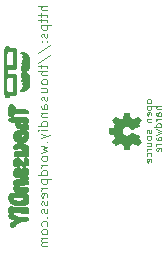
<source format=gbo>
G04 #@! TF.FileFunction,Legend,Bot*
%FSLAX46Y46*%
G04 Gerber Fmt 4.6, Leading zero omitted, Abs format (unit mm)*
G04 Created by KiCad (PCBNEW 4.0.7) date 06/10/18 23:59:59*
%MOMM*%
%LPD*%
G01*
G04 APERTURE LIST*
%ADD10C,0.100000*%
%ADD11C,0.127000*%
%ADD12C,0.002540*%
%ADD13C,3.600000*%
%ADD14R,1.750000X1.750000*%
%ADD15C,1.750000*%
%ADD16R,2.100000X2.100000*%
%ADD17O,2.100000X2.100000*%
%ADD18R,2.000000X2.800000*%
%ADD19O,2.000000X2.800000*%
%ADD20O,1.650000X1.350000*%
%ADD21O,1.400000X1.950000*%
G04 APERTURE END LIST*
D10*
X168271429Y-99442857D02*
X168242857Y-99385715D01*
X168214286Y-99357143D01*
X168157143Y-99328572D01*
X167985714Y-99328572D01*
X167928571Y-99357143D01*
X167900000Y-99385715D01*
X167871429Y-99442857D01*
X167871429Y-99528572D01*
X167900000Y-99585715D01*
X167928571Y-99614286D01*
X167985714Y-99642857D01*
X168157143Y-99642857D01*
X168214286Y-99614286D01*
X168242857Y-99585715D01*
X168271429Y-99528572D01*
X168271429Y-99442857D01*
X167871429Y-99900000D02*
X168471429Y-99900000D01*
X167900000Y-99900000D02*
X167871429Y-99957143D01*
X167871429Y-100071429D01*
X167900000Y-100128572D01*
X167928571Y-100157143D01*
X167985714Y-100185714D01*
X168157143Y-100185714D01*
X168214286Y-100157143D01*
X168242857Y-100128572D01*
X168271429Y-100071429D01*
X168271429Y-99957143D01*
X168242857Y-99900000D01*
X168242857Y-100671429D02*
X168271429Y-100614286D01*
X168271429Y-100500000D01*
X168242857Y-100442857D01*
X168185714Y-100414286D01*
X167957143Y-100414286D01*
X167900000Y-100442857D01*
X167871429Y-100500000D01*
X167871429Y-100614286D01*
X167900000Y-100671429D01*
X167957143Y-100700000D01*
X168014286Y-100700000D01*
X168071429Y-100414286D01*
X167871429Y-100957143D02*
X168271429Y-100957143D01*
X167928571Y-100957143D02*
X167900000Y-100985715D01*
X167871429Y-101042857D01*
X167871429Y-101128572D01*
X167900000Y-101185715D01*
X167957143Y-101214286D01*
X168271429Y-101214286D01*
X168242857Y-101928572D02*
X168271429Y-101985715D01*
X168271429Y-102100000D01*
X168242857Y-102157143D01*
X168185714Y-102185715D01*
X168157143Y-102185715D01*
X168100000Y-102157143D01*
X168071429Y-102100000D01*
X168071429Y-102014286D01*
X168042857Y-101957143D01*
X167985714Y-101928572D01*
X167957143Y-101928572D01*
X167900000Y-101957143D01*
X167871429Y-102014286D01*
X167871429Y-102100000D01*
X167900000Y-102157143D01*
X168271429Y-102528571D02*
X168242857Y-102471429D01*
X168214286Y-102442857D01*
X168157143Y-102414286D01*
X167985714Y-102414286D01*
X167928571Y-102442857D01*
X167900000Y-102471429D01*
X167871429Y-102528571D01*
X167871429Y-102614286D01*
X167900000Y-102671429D01*
X167928571Y-102700000D01*
X167985714Y-102728571D01*
X168157143Y-102728571D01*
X168214286Y-102700000D01*
X168242857Y-102671429D01*
X168271429Y-102614286D01*
X168271429Y-102528571D01*
X167871429Y-103242857D02*
X168271429Y-103242857D01*
X167871429Y-102985714D02*
X168185714Y-102985714D01*
X168242857Y-103014286D01*
X168271429Y-103071428D01*
X168271429Y-103157143D01*
X168242857Y-103214286D01*
X168214286Y-103242857D01*
X168271429Y-103528571D02*
X167871429Y-103528571D01*
X167985714Y-103528571D02*
X167928571Y-103557143D01*
X167900000Y-103585714D01*
X167871429Y-103642857D01*
X167871429Y-103700000D01*
X168242857Y-104157143D02*
X168271429Y-104100000D01*
X168271429Y-103985714D01*
X168242857Y-103928572D01*
X168214286Y-103900000D01*
X168157143Y-103871429D01*
X167985714Y-103871429D01*
X167928571Y-103900000D01*
X167900000Y-103928572D01*
X167871429Y-103985714D01*
X167871429Y-104100000D01*
X167900000Y-104157143D01*
X168242857Y-104642858D02*
X168271429Y-104585715D01*
X168271429Y-104471429D01*
X168242857Y-104414286D01*
X168185714Y-104385715D01*
X167957143Y-104385715D01*
X167900000Y-104414286D01*
X167871429Y-104471429D01*
X167871429Y-104585715D01*
X167900000Y-104642858D01*
X167957143Y-104671429D01*
X168014286Y-104671429D01*
X168071429Y-104385715D01*
X159461905Y-91428570D02*
X158661905Y-91428570D01*
X159461905Y-91771427D02*
X159042857Y-91771427D01*
X158966667Y-91733332D01*
X158928571Y-91657142D01*
X158928571Y-91542856D01*
X158966667Y-91466665D01*
X159004762Y-91428570D01*
X158928571Y-92038094D02*
X158928571Y-92342856D01*
X158661905Y-92152380D02*
X159347619Y-92152380D01*
X159423810Y-92190475D01*
X159461905Y-92266666D01*
X159461905Y-92342856D01*
X158928571Y-92495237D02*
X158928571Y-92799999D01*
X158661905Y-92609523D02*
X159347619Y-92609523D01*
X159423810Y-92647618D01*
X159461905Y-92723809D01*
X159461905Y-92799999D01*
X158928571Y-93066666D02*
X159728571Y-93066666D01*
X158966667Y-93066666D02*
X158928571Y-93142857D01*
X158928571Y-93295238D01*
X158966667Y-93371428D01*
X159004762Y-93409523D01*
X159080952Y-93447619D01*
X159309524Y-93447619D01*
X159385714Y-93409523D01*
X159423810Y-93371428D01*
X159461905Y-93295238D01*
X159461905Y-93142857D01*
X159423810Y-93066666D01*
X159423810Y-93752381D02*
X159461905Y-93828571D01*
X159461905Y-93980952D01*
X159423810Y-94057143D01*
X159347619Y-94095238D01*
X159309524Y-94095238D01*
X159233333Y-94057143D01*
X159195238Y-93980952D01*
X159195238Y-93866667D01*
X159157143Y-93790476D01*
X159080952Y-93752381D01*
X159042857Y-93752381D01*
X158966667Y-93790476D01*
X158928571Y-93866667D01*
X158928571Y-93980952D01*
X158966667Y-94057143D01*
X159385714Y-94438095D02*
X159423810Y-94476190D01*
X159461905Y-94438095D01*
X159423810Y-94400000D01*
X159385714Y-94438095D01*
X159461905Y-94438095D01*
X158966667Y-94438095D02*
X159004762Y-94476190D01*
X159042857Y-94438095D01*
X159004762Y-94400000D01*
X158966667Y-94438095D01*
X159042857Y-94438095D01*
X158623810Y-95390476D02*
X159652381Y-94704761D01*
X158623810Y-96228571D02*
X159652381Y-95542856D01*
X158928571Y-96380951D02*
X158928571Y-96685713D01*
X158661905Y-96495237D02*
X159347619Y-96495237D01*
X159423810Y-96533332D01*
X159461905Y-96609523D01*
X159461905Y-96685713D01*
X159461905Y-96952380D02*
X158661905Y-96952380D01*
X159461905Y-97295237D02*
X159042857Y-97295237D01*
X158966667Y-97257142D01*
X158928571Y-97180952D01*
X158928571Y-97066666D01*
X158966667Y-96990475D01*
X159004762Y-96952380D01*
X159461905Y-97790476D02*
X159423810Y-97714285D01*
X159385714Y-97676190D01*
X159309524Y-97638095D01*
X159080952Y-97638095D01*
X159004762Y-97676190D01*
X158966667Y-97714285D01*
X158928571Y-97790476D01*
X158928571Y-97904762D01*
X158966667Y-97980952D01*
X159004762Y-98019047D01*
X159080952Y-98057143D01*
X159309524Y-98057143D01*
X159385714Y-98019047D01*
X159423810Y-97980952D01*
X159461905Y-97904762D01*
X159461905Y-97790476D01*
X158928571Y-98742857D02*
X159461905Y-98742857D01*
X158928571Y-98400000D02*
X159347619Y-98400000D01*
X159423810Y-98438095D01*
X159461905Y-98514286D01*
X159461905Y-98628572D01*
X159423810Y-98704762D01*
X159385714Y-98742857D01*
X159423810Y-99085715D02*
X159461905Y-99161905D01*
X159461905Y-99314286D01*
X159423810Y-99390477D01*
X159347619Y-99428572D01*
X159309524Y-99428572D01*
X159233333Y-99390477D01*
X159195238Y-99314286D01*
X159195238Y-99200001D01*
X159157143Y-99123810D01*
X159080952Y-99085715D01*
X159042857Y-99085715D01*
X158966667Y-99123810D01*
X158928571Y-99200001D01*
X158928571Y-99314286D01*
X158966667Y-99390477D01*
X159461905Y-100114286D02*
X159042857Y-100114286D01*
X158966667Y-100076191D01*
X158928571Y-100000001D01*
X158928571Y-99847620D01*
X158966667Y-99771429D01*
X159423810Y-100114286D02*
X159461905Y-100038096D01*
X159461905Y-99847620D01*
X159423810Y-99771429D01*
X159347619Y-99733334D01*
X159271429Y-99733334D01*
X159195238Y-99771429D01*
X159157143Y-99847620D01*
X159157143Y-100038096D01*
X159119048Y-100114286D01*
X158928571Y-100495239D02*
X159461905Y-100495239D01*
X159004762Y-100495239D02*
X158966667Y-100533334D01*
X158928571Y-100609525D01*
X158928571Y-100723811D01*
X158966667Y-100800001D01*
X159042857Y-100838096D01*
X159461905Y-100838096D01*
X159461905Y-101561906D02*
X158661905Y-101561906D01*
X159423810Y-101561906D02*
X159461905Y-101485716D01*
X159461905Y-101333335D01*
X159423810Y-101257144D01*
X159385714Y-101219049D01*
X159309524Y-101180954D01*
X159080952Y-101180954D01*
X159004762Y-101219049D01*
X158966667Y-101257144D01*
X158928571Y-101333335D01*
X158928571Y-101485716D01*
X158966667Y-101561906D01*
X159461905Y-101942859D02*
X158928571Y-101942859D01*
X158661905Y-101942859D02*
X158700000Y-101904764D01*
X158738095Y-101942859D01*
X158700000Y-101980954D01*
X158661905Y-101942859D01*
X158738095Y-101942859D01*
X158928571Y-102247621D02*
X159461905Y-102438097D01*
X158928571Y-102628573D02*
X159461905Y-102438097D01*
X159652381Y-102361906D01*
X159690476Y-102323811D01*
X159728571Y-102247621D01*
X159385714Y-102933335D02*
X159423810Y-102971430D01*
X159461905Y-102933335D01*
X159423810Y-102895240D01*
X159385714Y-102933335D01*
X159461905Y-102933335D01*
X158928571Y-103238097D02*
X159461905Y-103390478D01*
X159080952Y-103542859D01*
X159461905Y-103695240D01*
X158928571Y-103847621D01*
X159461905Y-104266668D02*
X159423810Y-104190477D01*
X159385714Y-104152382D01*
X159309524Y-104114287D01*
X159080952Y-104114287D01*
X159004762Y-104152382D01*
X158966667Y-104190477D01*
X158928571Y-104266668D01*
X158928571Y-104380954D01*
X158966667Y-104457144D01*
X159004762Y-104495239D01*
X159080952Y-104533335D01*
X159309524Y-104533335D01*
X159385714Y-104495239D01*
X159423810Y-104457144D01*
X159461905Y-104380954D01*
X159461905Y-104266668D01*
X159461905Y-104876192D02*
X158928571Y-104876192D01*
X159080952Y-104876192D02*
X159004762Y-104914287D01*
X158966667Y-104952383D01*
X158928571Y-105028573D01*
X158928571Y-105104764D01*
X159461905Y-105714287D02*
X158661905Y-105714287D01*
X159423810Y-105714287D02*
X159461905Y-105638097D01*
X159461905Y-105485716D01*
X159423810Y-105409525D01*
X159385714Y-105371430D01*
X159309524Y-105333335D01*
X159080952Y-105333335D01*
X159004762Y-105371430D01*
X158966667Y-105409525D01*
X158928571Y-105485716D01*
X158928571Y-105638097D01*
X158966667Y-105714287D01*
X158928571Y-106095240D02*
X159728571Y-106095240D01*
X158966667Y-106095240D02*
X158928571Y-106171431D01*
X158928571Y-106323812D01*
X158966667Y-106400002D01*
X159004762Y-106438097D01*
X159080952Y-106476193D01*
X159309524Y-106476193D01*
X159385714Y-106438097D01*
X159423810Y-106400002D01*
X159461905Y-106323812D01*
X159461905Y-106171431D01*
X159423810Y-106095240D01*
X159461905Y-106819050D02*
X158928571Y-106819050D01*
X159080952Y-106819050D02*
X159004762Y-106857145D01*
X158966667Y-106895241D01*
X158928571Y-106971431D01*
X158928571Y-107047622D01*
X159423810Y-107619050D02*
X159461905Y-107542860D01*
X159461905Y-107390479D01*
X159423810Y-107314288D01*
X159347619Y-107276193D01*
X159042857Y-107276193D01*
X158966667Y-107314288D01*
X158928571Y-107390479D01*
X158928571Y-107542860D01*
X158966667Y-107619050D01*
X159042857Y-107657145D01*
X159119048Y-107657145D01*
X159195238Y-107276193D01*
X159423810Y-107961907D02*
X159461905Y-108038097D01*
X159461905Y-108190478D01*
X159423810Y-108266669D01*
X159347619Y-108304764D01*
X159309524Y-108304764D01*
X159233333Y-108266669D01*
X159195238Y-108190478D01*
X159195238Y-108076193D01*
X159157143Y-108000002D01*
X159080952Y-107961907D01*
X159042857Y-107961907D01*
X158966667Y-108000002D01*
X158928571Y-108076193D01*
X158928571Y-108190478D01*
X158966667Y-108266669D01*
X159423810Y-108609526D02*
X159461905Y-108685716D01*
X159461905Y-108838097D01*
X159423810Y-108914288D01*
X159347619Y-108952383D01*
X159309524Y-108952383D01*
X159233333Y-108914288D01*
X159195238Y-108838097D01*
X159195238Y-108723812D01*
X159157143Y-108647621D01*
X159080952Y-108609526D01*
X159042857Y-108609526D01*
X158966667Y-108647621D01*
X158928571Y-108723812D01*
X158928571Y-108838097D01*
X158966667Y-108914288D01*
X159385714Y-109295240D02*
X159423810Y-109333335D01*
X159461905Y-109295240D01*
X159423810Y-109257145D01*
X159385714Y-109295240D01*
X159461905Y-109295240D01*
X159423810Y-110019049D02*
X159461905Y-109942859D01*
X159461905Y-109790478D01*
X159423810Y-109714287D01*
X159385714Y-109676192D01*
X159309524Y-109638097D01*
X159080952Y-109638097D01*
X159004762Y-109676192D01*
X158966667Y-109714287D01*
X158928571Y-109790478D01*
X158928571Y-109942859D01*
X158966667Y-110019049D01*
X159461905Y-110476192D02*
X159423810Y-110400001D01*
X159385714Y-110361906D01*
X159309524Y-110323811D01*
X159080952Y-110323811D01*
X159004762Y-110361906D01*
X158966667Y-110400001D01*
X158928571Y-110476192D01*
X158928571Y-110590478D01*
X158966667Y-110666668D01*
X159004762Y-110704763D01*
X159080952Y-110742859D01*
X159309524Y-110742859D01*
X159385714Y-110704763D01*
X159423810Y-110666668D01*
X159461905Y-110590478D01*
X159461905Y-110476192D01*
X159461905Y-111085716D02*
X158928571Y-111085716D01*
X159004762Y-111085716D02*
X158966667Y-111123811D01*
X158928571Y-111200002D01*
X158928571Y-111314288D01*
X158966667Y-111390478D01*
X159042857Y-111428573D01*
X159461905Y-111428573D01*
X159042857Y-111428573D02*
X158966667Y-111466669D01*
X158928571Y-111542859D01*
X158928571Y-111657145D01*
X158966667Y-111733335D01*
X159042857Y-111771430D01*
X159461905Y-111771430D01*
X169071429Y-99914286D02*
X168471429Y-99914286D01*
X169071429Y-100171429D02*
X168757143Y-100171429D01*
X168700000Y-100142858D01*
X168671429Y-100085715D01*
X168671429Y-100000000D01*
X168700000Y-99942858D01*
X168728571Y-99914286D01*
X169071429Y-100714286D02*
X168757143Y-100714286D01*
X168700000Y-100685715D01*
X168671429Y-100628572D01*
X168671429Y-100514286D01*
X168700000Y-100457143D01*
X169042857Y-100714286D02*
X169071429Y-100657143D01*
X169071429Y-100514286D01*
X169042857Y-100457143D01*
X168985714Y-100428572D01*
X168928571Y-100428572D01*
X168871429Y-100457143D01*
X168842857Y-100514286D01*
X168842857Y-100657143D01*
X168814286Y-100714286D01*
X169071429Y-101000000D02*
X168671429Y-101000000D01*
X168785714Y-101000000D02*
X168728571Y-101028572D01*
X168700000Y-101057143D01*
X168671429Y-101114286D01*
X168671429Y-101171429D01*
X169071429Y-101628572D02*
X168471429Y-101628572D01*
X169042857Y-101628572D02*
X169071429Y-101571429D01*
X169071429Y-101457143D01*
X169042857Y-101400001D01*
X169014286Y-101371429D01*
X168957143Y-101342858D01*
X168785714Y-101342858D01*
X168728571Y-101371429D01*
X168700000Y-101400001D01*
X168671429Y-101457143D01*
X168671429Y-101571429D01*
X168700000Y-101628572D01*
X168671429Y-101857143D02*
X169071429Y-101971429D01*
X168785714Y-102085715D01*
X169071429Y-102200000D01*
X168671429Y-102314286D01*
X169071429Y-102800000D02*
X168757143Y-102800000D01*
X168700000Y-102771429D01*
X168671429Y-102714286D01*
X168671429Y-102600000D01*
X168700000Y-102542857D01*
X169042857Y-102800000D02*
X169071429Y-102742857D01*
X169071429Y-102600000D01*
X169042857Y-102542857D01*
X168985714Y-102514286D01*
X168928571Y-102514286D01*
X168871429Y-102542857D01*
X168842857Y-102600000D01*
X168842857Y-102742857D01*
X168814286Y-102800000D01*
X169071429Y-103085714D02*
X168671429Y-103085714D01*
X168785714Y-103085714D02*
X168728571Y-103114286D01*
X168700000Y-103142857D01*
X168671429Y-103200000D01*
X168671429Y-103257143D01*
X169042857Y-103685715D02*
X169071429Y-103628572D01*
X169071429Y-103514286D01*
X169042857Y-103457143D01*
X168985714Y-103428572D01*
X168757143Y-103428572D01*
X168700000Y-103457143D01*
X168671429Y-103514286D01*
X168671429Y-103628572D01*
X168700000Y-103685715D01*
X168757143Y-103714286D01*
X168814286Y-103714286D01*
X168871429Y-103428572D01*
D11*
X157939320Y-95965580D02*
X157939320Y-96498980D01*
X157939320Y-96498980D02*
X157901220Y-96498980D01*
X157901220Y-96498980D02*
X157901220Y-95965580D01*
X157901220Y-95965580D02*
X157939320Y-95965580D01*
X157939320Y-97489580D02*
X157939320Y-98061080D01*
X157939320Y-98061080D02*
X157901220Y-98061080D01*
X157901220Y-98061080D02*
X157901220Y-97489580D01*
X157901220Y-97489580D02*
X157939320Y-97489580D01*
X157901220Y-95813180D02*
X157901220Y-96613280D01*
X157901220Y-96613280D02*
X157863120Y-96613280D01*
X157863120Y-96613280D02*
X157863120Y-95813180D01*
X157863120Y-95813180D02*
X157901220Y-95813180D01*
X157901220Y-97375280D02*
X157901220Y-98175380D01*
X157901220Y-98175380D02*
X157863120Y-98175380D01*
X157863120Y-98175380D02*
X157863120Y-97375280D01*
X157863120Y-97375280D02*
X157901220Y-97375280D01*
X157863120Y-95698880D02*
X157863120Y-96689480D01*
X157863120Y-96689480D02*
X157825020Y-96689480D01*
X157825020Y-96689480D02*
X157825020Y-95698880D01*
X157825020Y-95698880D02*
X157863120Y-95698880D01*
X157863120Y-97260980D02*
X157863120Y-98251580D01*
X157863120Y-98251580D02*
X157825020Y-98251580D01*
X157825020Y-98251580D02*
X157825020Y-97260980D01*
X157825020Y-97260980D02*
X157863120Y-97260980D01*
X157825020Y-95660780D02*
X157825020Y-96765680D01*
X157825020Y-96765680D02*
X157786920Y-96765680D01*
X157786920Y-96765680D02*
X157786920Y-95660780D01*
X157786920Y-95660780D02*
X157825020Y-95660780D01*
X157825020Y-97222880D02*
X157825020Y-98327780D01*
X157825020Y-98327780D02*
X157786920Y-98327780D01*
X157786920Y-98327780D02*
X157786920Y-97222880D01*
X157786920Y-97222880D02*
X157825020Y-97222880D01*
X157825020Y-100308980D02*
X157825020Y-100423280D01*
X157825020Y-100423280D02*
X157786920Y-100423280D01*
X157786920Y-100423280D02*
X157786920Y-100308980D01*
X157786920Y-100308980D02*
X157825020Y-100308980D01*
X157825020Y-100994780D02*
X157825020Y-101185280D01*
X157825020Y-101185280D02*
X157786920Y-101185280D01*
X157786920Y-101185280D02*
X157786920Y-100994780D01*
X157786920Y-100994780D02*
X157825020Y-100994780D01*
X157825020Y-101566280D02*
X157825020Y-101756780D01*
X157825020Y-101756780D02*
X157786920Y-101756780D01*
X157786920Y-101756780D02*
X157786920Y-101566280D01*
X157786920Y-101566280D02*
X157825020Y-101566280D01*
X157825020Y-102099680D02*
X157825020Y-102442580D01*
X157825020Y-102442580D02*
X157786920Y-102442580D01*
X157786920Y-102442580D02*
X157786920Y-102099680D01*
X157786920Y-102099680D02*
X157825020Y-102099680D01*
X157825020Y-103433180D02*
X157825020Y-103509380D01*
X157825020Y-103509380D02*
X157786920Y-103509380D01*
X157786920Y-103509380D02*
X157786920Y-103433180D01*
X157786920Y-103433180D02*
X157825020Y-103433180D01*
X157825020Y-103852280D02*
X157825020Y-104042780D01*
X157825020Y-104042780D02*
X157786920Y-104042780D01*
X157786920Y-104042780D02*
X157786920Y-103852280D01*
X157786920Y-103852280D02*
X157825020Y-103852280D01*
X157825020Y-104423780D02*
X157825020Y-104766680D01*
X157825020Y-104766680D02*
X157786920Y-104766680D01*
X157786920Y-104766680D02*
X157786920Y-104423780D01*
X157786920Y-104423780D02*
X157825020Y-104423780D01*
X157825020Y-105300080D02*
X157825020Y-105642980D01*
X157825020Y-105642980D02*
X157786920Y-105642980D01*
X157786920Y-105642980D02*
X157786920Y-105300080D01*
X157786920Y-105300080D02*
X157825020Y-105300080D01*
X157825020Y-106824080D02*
X157825020Y-107090780D01*
X157825020Y-107090780D02*
X157786920Y-107090780D01*
X157786920Y-107090780D02*
X157786920Y-106824080D01*
X157786920Y-106824080D02*
X157825020Y-106824080D01*
X157825020Y-107433680D02*
X157825020Y-108005180D01*
X157825020Y-108005180D02*
X157786920Y-108005180D01*
X157786920Y-108005180D02*
X157786920Y-107433680D01*
X157786920Y-107433680D02*
X157825020Y-107433680D01*
X157825020Y-108538580D02*
X157825020Y-108919580D01*
X157825020Y-108919580D02*
X157786920Y-108919580D01*
X157786920Y-108919580D02*
X157786920Y-108538580D01*
X157786920Y-108538580D02*
X157825020Y-108538580D01*
X157825020Y-109376780D02*
X157825020Y-109491080D01*
X157825020Y-109491080D02*
X157786920Y-109491080D01*
X157786920Y-109491080D02*
X157786920Y-109376780D01*
X157786920Y-109376780D02*
X157825020Y-109376780D01*
X157786920Y-95584580D02*
X157786920Y-96803780D01*
X157786920Y-96803780D02*
X157748820Y-96803780D01*
X157748820Y-96803780D02*
X157748820Y-95584580D01*
X157748820Y-95584580D02*
X157786920Y-95584580D01*
X157786920Y-97184780D02*
X157786920Y-98365880D01*
X157786920Y-98365880D02*
X157748820Y-98365880D01*
X157748820Y-98365880D02*
X157748820Y-97184780D01*
X157748820Y-97184780D02*
X157786920Y-97184780D01*
X157786920Y-100270880D02*
X157786920Y-100461380D01*
X157786920Y-100461380D02*
X157748820Y-100461380D01*
X157748820Y-100461380D02*
X157748820Y-100270880D01*
X157748820Y-100270880D02*
X157786920Y-100270880D01*
X157786920Y-100956680D02*
X157786920Y-101223380D01*
X157786920Y-101223380D02*
X157748820Y-101223380D01*
X157748820Y-101223380D02*
X157748820Y-100956680D01*
X157748820Y-100956680D02*
X157786920Y-100956680D01*
X157786920Y-101528180D02*
X157786920Y-101794880D01*
X157786920Y-101794880D02*
X157748820Y-101794880D01*
X157748820Y-101794880D02*
X157748820Y-101528180D01*
X157748820Y-101528180D02*
X157786920Y-101528180D01*
X157786920Y-102061580D02*
X157786920Y-102633080D01*
X157786920Y-102633080D02*
X157748820Y-102633080D01*
X157748820Y-102633080D02*
X157748820Y-102061580D01*
X157748820Y-102061580D02*
X157786920Y-102061580D01*
X157786920Y-103280780D02*
X157786920Y-103699880D01*
X157786920Y-103699880D02*
X157748820Y-103699880D01*
X157748820Y-103699880D02*
X157748820Y-103280780D01*
X157748820Y-103280780D02*
X157786920Y-103280780D01*
X157786920Y-103814180D02*
X157786920Y-104080880D01*
X157786920Y-104080880D02*
X157748820Y-104080880D01*
X157748820Y-104080880D02*
X157748820Y-103814180D01*
X157748820Y-103814180D02*
X157786920Y-103814180D01*
X157786920Y-104347580D02*
X157786920Y-104842880D01*
X157786920Y-104842880D02*
X157748820Y-104842880D01*
X157748820Y-104842880D02*
X157748820Y-104347580D01*
X157748820Y-104347580D02*
X157786920Y-104347580D01*
X157786920Y-105223880D02*
X157786920Y-105681080D01*
X157786920Y-105681080D02*
X157748820Y-105681080D01*
X157748820Y-105681080D02*
X157748820Y-105223880D01*
X157748820Y-105223880D02*
X157786920Y-105223880D01*
X157786920Y-105909680D02*
X157786920Y-106062080D01*
X157786920Y-106062080D02*
X157748820Y-106062080D01*
X157748820Y-106062080D02*
X157748820Y-105909680D01*
X157748820Y-105909680D02*
X157786920Y-105909680D01*
X157786920Y-106252580D02*
X157786920Y-106481180D01*
X157786920Y-106481180D02*
X157748820Y-106481180D01*
X157748820Y-106481180D02*
X157748820Y-106252580D01*
X157748820Y-106252580D02*
X157786920Y-106252580D01*
X157786920Y-106824080D02*
X157786920Y-107090780D01*
X157786920Y-107090780D02*
X157748820Y-107090780D01*
X157748820Y-107090780D02*
X157748820Y-106824080D01*
X157748820Y-106824080D02*
X157786920Y-106824080D01*
X157786920Y-107395580D02*
X157786920Y-108081380D01*
X157786920Y-108081380D02*
X157748820Y-108081380D01*
X157748820Y-108081380D02*
X157748820Y-107395580D01*
X157748820Y-107395580D02*
X157786920Y-107395580D01*
X157786920Y-108500480D02*
X157786920Y-108957680D01*
X157786920Y-108957680D02*
X157748820Y-108957680D01*
X157748820Y-108957680D02*
X157748820Y-108500480D01*
X157748820Y-108500480D02*
X157786920Y-108500480D01*
X157786920Y-109376780D02*
X157786920Y-109529180D01*
X157786920Y-109529180D02*
X157748820Y-109529180D01*
X157748820Y-109529180D02*
X157748820Y-109376780D01*
X157748820Y-109376780D02*
X157786920Y-109376780D01*
X157748820Y-95546480D02*
X157748820Y-96841880D01*
X157748820Y-96841880D02*
X157710720Y-96841880D01*
X157710720Y-96841880D02*
X157710720Y-95546480D01*
X157710720Y-95546480D02*
X157748820Y-95546480D01*
X157748820Y-97146680D02*
X157748820Y-98442080D01*
X157748820Y-98442080D02*
X157710720Y-98442080D01*
X157710720Y-98442080D02*
X157710720Y-97146680D01*
X157710720Y-97146680D02*
X157748820Y-97146680D01*
X157748820Y-100270880D02*
X157748820Y-100461380D01*
X157748820Y-100461380D02*
X157710720Y-100461380D01*
X157710720Y-100461380D02*
X157710720Y-100270880D01*
X157710720Y-100270880D02*
X157748820Y-100270880D01*
X157748820Y-100918580D02*
X157748820Y-101261480D01*
X157748820Y-101261480D02*
X157710720Y-101261480D01*
X157710720Y-101261480D02*
X157710720Y-100918580D01*
X157710720Y-100918580D02*
X157748820Y-100918580D01*
X157748820Y-101490080D02*
X157748820Y-101794880D01*
X157748820Y-101794880D02*
X157710720Y-101794880D01*
X157710720Y-101794880D02*
X157710720Y-101490080D01*
X157710720Y-101490080D02*
X157748820Y-101490080D01*
X157748820Y-102023480D02*
X157748820Y-102709280D01*
X157748820Y-102709280D02*
X157710720Y-102709280D01*
X157710720Y-102709280D02*
X157710720Y-102023480D01*
X157710720Y-102023480D02*
X157748820Y-102023480D01*
X157748820Y-103280780D02*
X157748820Y-104118980D01*
X157748820Y-104118980D02*
X157710720Y-104118980D01*
X157710720Y-104118980D02*
X157710720Y-103280780D01*
X157710720Y-103280780D02*
X157748820Y-103280780D01*
X157748820Y-104309480D02*
X157748820Y-104880980D01*
X157748820Y-104880980D02*
X157710720Y-104880980D01*
X157710720Y-104880980D02*
X157710720Y-104309480D01*
X157710720Y-104309480D02*
X157748820Y-104309480D01*
X157748820Y-105223880D02*
X157748820Y-105719180D01*
X157748820Y-105719180D02*
X157710720Y-105719180D01*
X157710720Y-105719180D02*
X157710720Y-105223880D01*
X157710720Y-105223880D02*
X157748820Y-105223880D01*
X157748820Y-105871580D02*
X157748820Y-106062080D01*
X157748820Y-106062080D02*
X157710720Y-106062080D01*
X157710720Y-106062080D02*
X157710720Y-105871580D01*
X157710720Y-105871580D02*
X157748820Y-105871580D01*
X157748820Y-106214480D02*
X157748820Y-106481180D01*
X157748820Y-106481180D02*
X157710720Y-106481180D01*
X157710720Y-106481180D02*
X157710720Y-106214480D01*
X157710720Y-106214480D02*
X157748820Y-106214480D01*
X157748820Y-106824080D02*
X157748820Y-107128880D01*
X157748820Y-107128880D02*
X157710720Y-107128880D01*
X157710720Y-107128880D02*
X157710720Y-106824080D01*
X157710720Y-106824080D02*
X157748820Y-106824080D01*
X157748820Y-107357480D02*
X157748820Y-108119480D01*
X157748820Y-108119480D02*
X157710720Y-108119480D01*
X157710720Y-108119480D02*
X157710720Y-107357480D01*
X157710720Y-107357480D02*
X157748820Y-107357480D01*
X157748820Y-108500480D02*
X157748820Y-108957680D01*
X157748820Y-108957680D02*
X157710720Y-108957680D01*
X157710720Y-108957680D02*
X157710720Y-108500480D01*
X157710720Y-108500480D02*
X157748820Y-108500480D01*
X157748820Y-109338680D02*
X157748820Y-109567280D01*
X157748820Y-109567280D02*
X157710720Y-109567280D01*
X157710720Y-109567280D02*
X157710720Y-109338680D01*
X157710720Y-109338680D02*
X157748820Y-109338680D01*
X157710720Y-95508380D02*
X157710720Y-96879980D01*
X157710720Y-96879980D02*
X157672620Y-96879980D01*
X157672620Y-96879980D02*
X157672620Y-95508380D01*
X157672620Y-95508380D02*
X157710720Y-95508380D01*
X157710720Y-97108580D02*
X157710720Y-98442080D01*
X157710720Y-98442080D02*
X157672620Y-98442080D01*
X157672620Y-98442080D02*
X157672620Y-97108580D01*
X157672620Y-97108580D02*
X157710720Y-97108580D01*
X157710720Y-100270880D02*
X157710720Y-100499480D01*
X157710720Y-100499480D02*
X157672620Y-100499480D01*
X157672620Y-100499480D02*
X157672620Y-100270880D01*
X157672620Y-100270880D02*
X157710720Y-100270880D01*
X157710720Y-100918580D02*
X157710720Y-101299580D01*
X157710720Y-101299580D02*
X157672620Y-101299580D01*
X157672620Y-101299580D02*
X157672620Y-100918580D01*
X157672620Y-100918580D02*
X157710720Y-100918580D01*
X157710720Y-101490080D02*
X157710720Y-101794880D01*
X157710720Y-101794880D02*
X157672620Y-101794880D01*
X157672620Y-101794880D02*
X157672620Y-101490080D01*
X157672620Y-101490080D02*
X157710720Y-101490080D01*
X157710720Y-102023480D02*
X157710720Y-102747380D01*
X157710720Y-102747380D02*
X157672620Y-102747380D01*
X157672620Y-102747380D02*
X157672620Y-102023480D01*
X157672620Y-102023480D02*
X157710720Y-102023480D01*
X157710720Y-103242680D02*
X157710720Y-104118980D01*
X157710720Y-104118980D02*
X157672620Y-104118980D01*
X157672620Y-104118980D02*
X157672620Y-103242680D01*
X157672620Y-103242680D02*
X157710720Y-103242680D01*
X157710720Y-104271380D02*
X157710720Y-104880980D01*
X157710720Y-104880980D02*
X157672620Y-104880980D01*
X157672620Y-104880980D02*
X157672620Y-104271380D01*
X157672620Y-104271380D02*
X157710720Y-104271380D01*
X157710720Y-105185780D02*
X157710720Y-105757280D01*
X157710720Y-105757280D02*
X157672620Y-105757280D01*
X157672620Y-105757280D02*
X157672620Y-105185780D01*
X157672620Y-105185780D02*
X157710720Y-105185780D01*
X157710720Y-105833480D02*
X157710720Y-106023980D01*
X157710720Y-106023980D02*
X157672620Y-106023980D01*
X157672620Y-106023980D02*
X157672620Y-105833480D01*
X157672620Y-105833480D02*
X157710720Y-105833480D01*
X157710720Y-106214480D02*
X157710720Y-106519280D01*
X157710720Y-106519280D02*
X157672620Y-106519280D01*
X157672620Y-106519280D02*
X157672620Y-106214480D01*
X157672620Y-106214480D02*
X157710720Y-106214480D01*
X157710720Y-106824080D02*
X157710720Y-107128880D01*
X157710720Y-107128880D02*
X157672620Y-107128880D01*
X157672620Y-107128880D02*
X157672620Y-106824080D01*
X157672620Y-106824080D02*
X157710720Y-106824080D01*
X157710720Y-107357480D02*
X157710720Y-108157580D01*
X157710720Y-108157580D02*
X157672620Y-108157580D01*
X157672620Y-108157580D02*
X157672620Y-107357480D01*
X157672620Y-107357480D02*
X157710720Y-107357480D01*
X157710720Y-108500480D02*
X157710720Y-108919580D01*
X157710720Y-108919580D02*
X157672620Y-108919580D01*
X157672620Y-108919580D02*
X157672620Y-108500480D01*
X157672620Y-108500480D02*
X157710720Y-108500480D01*
X157710720Y-109338680D02*
X157710720Y-109567280D01*
X157710720Y-109567280D02*
X157672620Y-109567280D01*
X157672620Y-109567280D02*
X157672620Y-109338680D01*
X157672620Y-109338680D02*
X157710720Y-109338680D01*
X157672620Y-95508380D02*
X157672620Y-96918080D01*
X157672620Y-96918080D02*
X157634520Y-96918080D01*
X157634520Y-96918080D02*
X157634520Y-95508380D01*
X157634520Y-95508380D02*
X157672620Y-95508380D01*
X157672620Y-97070480D02*
X157672620Y-98480180D01*
X157672620Y-98480180D02*
X157634520Y-98480180D01*
X157634520Y-98480180D02*
X157634520Y-97070480D01*
X157634520Y-97070480D02*
X157672620Y-97070480D01*
X157672620Y-100232780D02*
X157672620Y-100499480D01*
X157672620Y-100499480D02*
X157634520Y-100499480D01*
X157634520Y-100499480D02*
X157634520Y-100232780D01*
X157634520Y-100232780D02*
X157672620Y-100232780D01*
X157672620Y-100918580D02*
X157672620Y-101299580D01*
X157672620Y-101299580D02*
X157634520Y-101299580D01*
X157634520Y-101299580D02*
X157634520Y-100918580D01*
X157634520Y-100918580D02*
X157672620Y-100918580D01*
X157672620Y-101490080D02*
X157672620Y-101794880D01*
X157672620Y-101794880D02*
X157634520Y-101794880D01*
X157634520Y-101794880D02*
X157634520Y-101490080D01*
X157634520Y-101490080D02*
X157672620Y-101490080D01*
X157672620Y-101985380D02*
X157672620Y-102785480D01*
X157672620Y-102785480D02*
X157634520Y-102785480D01*
X157634520Y-102785480D02*
X157634520Y-101985380D01*
X157634520Y-101985380D02*
X157672620Y-101985380D01*
X157672620Y-103204580D02*
X157672620Y-104118980D01*
X157672620Y-104118980D02*
X157634520Y-104118980D01*
X157634520Y-104118980D02*
X157634520Y-103204580D01*
X157634520Y-103204580D02*
X157672620Y-103204580D01*
X157672620Y-104271380D02*
X157672620Y-104919080D01*
X157672620Y-104919080D02*
X157634520Y-104919080D01*
X157634520Y-104919080D02*
X157634520Y-104271380D01*
X157634520Y-104271380D02*
X157672620Y-104271380D01*
X157672620Y-105147680D02*
X157672620Y-106023980D01*
X157672620Y-106023980D02*
X157634520Y-106023980D01*
X157634520Y-106023980D02*
X157634520Y-105147680D01*
X157634520Y-105147680D02*
X157672620Y-105147680D01*
X157672620Y-106176380D02*
X157672620Y-106519280D01*
X157672620Y-106519280D02*
X157634520Y-106519280D01*
X157634520Y-106519280D02*
X157634520Y-106176380D01*
X157634520Y-106176380D02*
X157672620Y-106176380D01*
X157672620Y-106824080D02*
X157672620Y-107166980D01*
X157672620Y-107166980D02*
X157634520Y-107166980D01*
X157634520Y-107166980D02*
X157634520Y-106824080D01*
X157634520Y-106824080D02*
X157672620Y-106824080D01*
X157672620Y-107357480D02*
X157672620Y-108195680D01*
X157672620Y-108195680D02*
X157634520Y-108195680D01*
X157634520Y-108195680D02*
X157634520Y-107357480D01*
X157634520Y-107357480D02*
X157672620Y-107357480D01*
X157672620Y-108500480D02*
X157672620Y-108919580D01*
X157672620Y-108919580D02*
X157634520Y-108919580D01*
X157634520Y-108919580D02*
X157634520Y-108500480D01*
X157634520Y-108500480D02*
X157672620Y-108500480D01*
X157672620Y-109338680D02*
X157672620Y-109567280D01*
X157672620Y-109567280D02*
X157634520Y-109567280D01*
X157634520Y-109567280D02*
X157634520Y-109338680D01*
X157634520Y-109338680D02*
X157672620Y-109338680D01*
X157634520Y-95470280D02*
X157634520Y-96956180D01*
X157634520Y-96956180D02*
X157596420Y-96956180D01*
X157596420Y-96956180D02*
X157596420Y-95470280D01*
X157596420Y-95470280D02*
X157634520Y-95470280D01*
X157634520Y-97032380D02*
X157634520Y-98518280D01*
X157634520Y-98518280D02*
X157596420Y-98518280D01*
X157596420Y-98518280D02*
X157596420Y-97032380D01*
X157596420Y-97032380D02*
X157634520Y-97032380D01*
X157634520Y-100232780D02*
X157634520Y-100499480D01*
X157634520Y-100499480D02*
X157596420Y-100499480D01*
X157596420Y-100499480D02*
X157596420Y-100232780D01*
X157596420Y-100232780D02*
X157634520Y-100232780D01*
X157634520Y-100918580D02*
X157634520Y-101299580D01*
X157634520Y-101299580D02*
X157596420Y-101299580D01*
X157596420Y-101299580D02*
X157596420Y-100918580D01*
X157596420Y-100918580D02*
X157634520Y-100918580D01*
X157634520Y-101490080D02*
X157634520Y-101794880D01*
X157634520Y-101794880D02*
X157596420Y-101794880D01*
X157596420Y-101794880D02*
X157596420Y-101490080D01*
X157596420Y-101490080D02*
X157634520Y-101490080D01*
X157634520Y-101985380D02*
X157634520Y-102823580D01*
X157634520Y-102823580D02*
X157596420Y-102823580D01*
X157596420Y-102823580D02*
X157596420Y-101985380D01*
X157596420Y-101985380D02*
X157634520Y-101985380D01*
X157634520Y-103204580D02*
X157634520Y-104118980D01*
X157634520Y-104118980D02*
X157596420Y-104118980D01*
X157596420Y-104118980D02*
X157596420Y-103204580D01*
X157596420Y-103204580D02*
X157634520Y-103204580D01*
X157634520Y-104271380D02*
X157634520Y-104919080D01*
X157634520Y-104919080D02*
X157596420Y-104919080D01*
X157596420Y-104919080D02*
X157596420Y-104271380D01*
X157596420Y-104271380D02*
X157634520Y-104271380D01*
X157634520Y-105147680D02*
X157634520Y-105414380D01*
X157634520Y-105414380D02*
X157596420Y-105414380D01*
X157596420Y-105414380D02*
X157596420Y-105147680D01*
X157596420Y-105147680D02*
X157634520Y-105147680D01*
X157634520Y-105566780D02*
X157634520Y-106023980D01*
X157634520Y-106023980D02*
X157596420Y-106023980D01*
X157596420Y-106023980D02*
X157596420Y-105566780D01*
X157596420Y-105566780D02*
X157634520Y-105566780D01*
X157634520Y-106176380D02*
X157634520Y-106519280D01*
X157634520Y-106519280D02*
X157596420Y-106519280D01*
X157596420Y-106519280D02*
X157596420Y-106176380D01*
X157596420Y-106176380D02*
X157634520Y-106176380D01*
X157634520Y-106824080D02*
X157634520Y-107166980D01*
X157634520Y-107166980D02*
X157596420Y-107166980D01*
X157596420Y-107166980D02*
X157596420Y-106824080D01*
X157596420Y-106824080D02*
X157634520Y-106824080D01*
X157634520Y-107357480D02*
X157634520Y-108195680D01*
X157634520Y-108195680D02*
X157596420Y-108195680D01*
X157596420Y-108195680D02*
X157596420Y-107357480D01*
X157596420Y-107357480D02*
X157634520Y-107357480D01*
X157634520Y-108500480D02*
X157634520Y-108919580D01*
X157634520Y-108919580D02*
X157596420Y-108919580D01*
X157596420Y-108919580D02*
X157596420Y-108500480D01*
X157596420Y-108500480D02*
X157634520Y-108500480D01*
X157634520Y-109338680D02*
X157634520Y-109605380D01*
X157634520Y-109605380D02*
X157596420Y-109605380D01*
X157596420Y-109605380D02*
X157596420Y-109338680D01*
X157596420Y-109338680D02*
X157634520Y-109338680D01*
X157596420Y-95470280D02*
X157596420Y-95698880D01*
X157596420Y-95698880D02*
X157558320Y-95698880D01*
X157558320Y-95698880D02*
X157558320Y-95470280D01*
X157558320Y-95470280D02*
X157596420Y-95470280D01*
X157596420Y-95736980D02*
X157596420Y-96956180D01*
X157596420Y-96956180D02*
X157558320Y-96956180D01*
X157558320Y-96956180D02*
X157558320Y-95736980D01*
X157558320Y-95736980D02*
X157596420Y-95736980D01*
X157596420Y-97032380D02*
X157596420Y-98251580D01*
X157596420Y-98251580D02*
X157558320Y-98251580D01*
X157558320Y-98251580D02*
X157558320Y-97032380D01*
X157558320Y-97032380D02*
X157596420Y-97032380D01*
X157596420Y-98289680D02*
X157596420Y-98518280D01*
X157596420Y-98518280D02*
X157558320Y-98518280D01*
X157558320Y-98518280D02*
X157558320Y-98289680D01*
X157558320Y-98289680D02*
X157596420Y-98289680D01*
X157596420Y-100232780D02*
X157596420Y-100499480D01*
X157596420Y-100499480D02*
X157558320Y-100499480D01*
X157558320Y-100499480D02*
X157558320Y-100232780D01*
X157558320Y-100232780D02*
X157596420Y-100232780D01*
X157596420Y-100918580D02*
X157596420Y-101299580D01*
X157596420Y-101299580D02*
X157558320Y-101299580D01*
X157558320Y-101299580D02*
X157558320Y-100918580D01*
X157558320Y-100918580D02*
X157596420Y-100918580D01*
X157596420Y-101490080D02*
X157596420Y-101794880D01*
X157596420Y-101794880D02*
X157558320Y-101794880D01*
X157558320Y-101794880D02*
X157558320Y-101490080D01*
X157558320Y-101490080D02*
X157596420Y-101490080D01*
X157596420Y-101947280D02*
X157596420Y-102861680D01*
X157596420Y-102861680D02*
X157558320Y-102861680D01*
X157558320Y-102861680D02*
X157558320Y-101947280D01*
X157558320Y-101947280D02*
X157596420Y-101947280D01*
X157596420Y-103166480D02*
X157596420Y-104118980D01*
X157596420Y-104118980D02*
X157558320Y-104118980D01*
X157558320Y-104118980D02*
X157558320Y-103166480D01*
X157558320Y-103166480D02*
X157596420Y-103166480D01*
X157596420Y-104309480D02*
X157596420Y-104538080D01*
X157596420Y-104538080D02*
X157558320Y-104538080D01*
X157558320Y-104538080D02*
X157558320Y-104309480D01*
X157558320Y-104309480D02*
X157596420Y-104309480D01*
X157596420Y-104614280D02*
X157596420Y-104957180D01*
X157596420Y-104957180D02*
X157558320Y-104957180D01*
X157558320Y-104957180D02*
X157558320Y-104614280D01*
X157558320Y-104614280D02*
X157596420Y-104614280D01*
X157596420Y-105147680D02*
X157596420Y-105376280D01*
X157596420Y-105376280D02*
X157558320Y-105376280D01*
X157558320Y-105376280D02*
X157558320Y-105147680D01*
X157558320Y-105147680D02*
X157596420Y-105147680D01*
X157596420Y-105566780D02*
X157596420Y-106023980D01*
X157596420Y-106023980D02*
X157558320Y-106023980D01*
X157558320Y-106023980D02*
X157558320Y-105566780D01*
X157558320Y-105566780D02*
X157596420Y-105566780D01*
X157596420Y-106176380D02*
X157596420Y-106519280D01*
X157596420Y-106519280D02*
X157558320Y-106519280D01*
X157558320Y-106519280D02*
X157558320Y-106176380D01*
X157558320Y-106176380D02*
X157596420Y-106176380D01*
X157596420Y-106824080D02*
X157596420Y-107166980D01*
X157596420Y-107166980D02*
X157558320Y-107166980D01*
X157558320Y-107166980D02*
X157558320Y-106824080D01*
X157558320Y-106824080D02*
X157596420Y-106824080D01*
X157596420Y-107357480D02*
X157596420Y-108233780D01*
X157596420Y-108233780D02*
X157558320Y-108233780D01*
X157558320Y-108233780D02*
X157558320Y-107357480D01*
X157558320Y-107357480D02*
X157596420Y-107357480D01*
X157596420Y-108500480D02*
X157596420Y-108919580D01*
X157596420Y-108919580D02*
X157558320Y-108919580D01*
X157558320Y-108919580D02*
X157558320Y-108500480D01*
X157558320Y-108500480D02*
X157596420Y-108500480D01*
X157596420Y-109338680D02*
X157596420Y-109605380D01*
X157596420Y-109605380D02*
X157558320Y-109605380D01*
X157558320Y-109605380D02*
X157558320Y-109338680D01*
X157558320Y-109338680D02*
X157596420Y-109338680D01*
X157558320Y-95432180D02*
X157558320Y-95622680D01*
X157558320Y-95622680D02*
X157520220Y-95622680D01*
X157520220Y-95622680D02*
X157520220Y-95432180D01*
X157520220Y-95432180D02*
X157558320Y-95432180D01*
X157558320Y-95698880D02*
X157558320Y-95965580D01*
X157558320Y-95965580D02*
X157520220Y-95965580D01*
X157520220Y-95965580D02*
X157520220Y-95698880D01*
X157520220Y-95698880D02*
X157558320Y-95698880D01*
X157558320Y-96041780D02*
X157558320Y-96956180D01*
X157558320Y-96956180D02*
X157520220Y-96956180D01*
X157520220Y-96956180D02*
X157520220Y-96041780D01*
X157520220Y-96041780D02*
X157558320Y-96041780D01*
X157558320Y-97032380D02*
X157558320Y-97908680D01*
X157558320Y-97908680D02*
X157520220Y-97908680D01*
X157520220Y-97908680D02*
X157520220Y-97032380D01*
X157520220Y-97032380D02*
X157558320Y-97032380D01*
X157558320Y-97984880D02*
X157558320Y-98289680D01*
X157558320Y-98289680D02*
X157520220Y-98289680D01*
X157520220Y-98289680D02*
X157520220Y-97984880D01*
X157520220Y-97984880D02*
X157558320Y-97984880D01*
X157558320Y-98365880D02*
X157558320Y-98556380D01*
X157558320Y-98556380D02*
X157520220Y-98556380D01*
X157520220Y-98556380D02*
X157520220Y-98365880D01*
X157520220Y-98365880D02*
X157558320Y-98365880D01*
X157558320Y-100232780D02*
X157558320Y-100499480D01*
X157558320Y-100499480D02*
X157520220Y-100499480D01*
X157520220Y-100499480D02*
X157520220Y-100232780D01*
X157520220Y-100232780D02*
X157558320Y-100232780D01*
X157558320Y-100918580D02*
X157558320Y-101299580D01*
X157558320Y-101299580D02*
X157520220Y-101299580D01*
X157520220Y-101299580D02*
X157520220Y-100918580D01*
X157520220Y-100918580D02*
X157558320Y-100918580D01*
X157558320Y-101490080D02*
X157558320Y-101794880D01*
X157558320Y-101794880D02*
X157520220Y-101794880D01*
X157520220Y-101794880D02*
X157520220Y-101490080D01*
X157520220Y-101490080D02*
X157558320Y-101490080D01*
X157558320Y-101947280D02*
X157558320Y-102290180D01*
X157558320Y-102290180D02*
X157520220Y-102290180D01*
X157520220Y-102290180D02*
X157520220Y-101947280D01*
X157520220Y-101947280D02*
X157558320Y-101947280D01*
X157558320Y-102442580D02*
X157558320Y-102899780D01*
X157558320Y-102899780D02*
X157520220Y-102899780D01*
X157520220Y-102899780D02*
X157520220Y-102442580D01*
X157520220Y-102442580D02*
X157558320Y-102442580D01*
X157558320Y-103166480D02*
X157558320Y-104118980D01*
X157558320Y-104118980D02*
X157520220Y-104118980D01*
X157520220Y-104118980D02*
X157520220Y-103166480D01*
X157520220Y-103166480D02*
X157558320Y-103166480D01*
X157558320Y-104652380D02*
X157558320Y-104957180D01*
X157558320Y-104957180D02*
X157520220Y-104957180D01*
X157520220Y-104957180D02*
X157520220Y-104652380D01*
X157520220Y-104652380D02*
X157558320Y-104652380D01*
X157558320Y-105147680D02*
X157558320Y-105414380D01*
X157558320Y-105414380D02*
X157520220Y-105414380D01*
X157520220Y-105414380D02*
X157520220Y-105147680D01*
X157520220Y-105147680D02*
X157558320Y-105147680D01*
X157558320Y-105566780D02*
X157558320Y-106023980D01*
X157558320Y-106023980D02*
X157520220Y-106023980D01*
X157520220Y-106023980D02*
X157520220Y-105566780D01*
X157520220Y-105566780D02*
X157558320Y-105566780D01*
X157558320Y-106176380D02*
X157558320Y-106519280D01*
X157558320Y-106519280D02*
X157520220Y-106519280D01*
X157520220Y-106519280D02*
X157520220Y-106176380D01*
X157520220Y-106176380D02*
X157558320Y-106176380D01*
X157558320Y-106824080D02*
X157558320Y-107166980D01*
X157558320Y-107166980D02*
X157520220Y-107166980D01*
X157520220Y-107166980D02*
X157520220Y-106824080D01*
X157520220Y-106824080D02*
X157558320Y-106824080D01*
X157558320Y-107357480D02*
X157558320Y-108233780D01*
X157558320Y-108233780D02*
X157520220Y-108233780D01*
X157520220Y-108233780D02*
X157520220Y-107357480D01*
X157520220Y-107357480D02*
X157558320Y-107357480D01*
X157558320Y-108500480D02*
X157558320Y-108919580D01*
X157558320Y-108919580D02*
X157520220Y-108919580D01*
X157520220Y-108919580D02*
X157520220Y-108500480D01*
X157520220Y-108500480D02*
X157558320Y-108500480D01*
X157558320Y-109338680D02*
X157558320Y-109605380D01*
X157558320Y-109605380D02*
X157520220Y-109605380D01*
X157520220Y-109605380D02*
X157520220Y-109338680D01*
X157520220Y-109338680D02*
X157558320Y-109338680D01*
X157520220Y-95432180D02*
X157520220Y-95584580D01*
X157520220Y-95584580D02*
X157482120Y-95584580D01*
X157482120Y-95584580D02*
X157482120Y-95432180D01*
X157482120Y-95432180D02*
X157520220Y-95432180D01*
X157520220Y-95660780D02*
X157520220Y-95851280D01*
X157520220Y-95851280D02*
X157482120Y-95851280D01*
X157482120Y-95851280D02*
X157482120Y-95660780D01*
X157482120Y-95660780D02*
X157520220Y-95660780D01*
X157520220Y-96041780D02*
X157520220Y-96194180D01*
X157520220Y-96194180D02*
X157482120Y-96194180D01*
X157482120Y-96194180D02*
X157482120Y-96041780D01*
X157482120Y-96041780D02*
X157520220Y-96041780D01*
X157520220Y-96346580D02*
X157520220Y-96956180D01*
X157520220Y-96956180D02*
X157482120Y-96956180D01*
X157482120Y-96956180D02*
X157482120Y-96346580D01*
X157482120Y-96346580D02*
X157520220Y-96346580D01*
X157520220Y-97032380D02*
X157520220Y-97641980D01*
X157520220Y-97641980D02*
X157482120Y-97641980D01*
X157482120Y-97641980D02*
X157482120Y-97032380D01*
X157482120Y-97032380D02*
X157520220Y-97032380D01*
X157520220Y-97794380D02*
X157520220Y-97946780D01*
X157520220Y-97946780D02*
X157482120Y-97946780D01*
X157482120Y-97946780D02*
X157482120Y-97794380D01*
X157482120Y-97794380D02*
X157520220Y-97794380D01*
X157520220Y-98099180D02*
X157520220Y-98289680D01*
X157520220Y-98289680D02*
X157482120Y-98289680D01*
X157482120Y-98289680D02*
X157482120Y-98099180D01*
X157482120Y-98099180D02*
X157520220Y-98099180D01*
X157520220Y-98403980D02*
X157520220Y-98556380D01*
X157520220Y-98556380D02*
X157482120Y-98556380D01*
X157482120Y-98556380D02*
X157482120Y-98403980D01*
X157482120Y-98403980D02*
X157520220Y-98403980D01*
X157520220Y-100232780D02*
X157520220Y-100499480D01*
X157520220Y-100499480D02*
X157482120Y-100499480D01*
X157482120Y-100499480D02*
X157482120Y-100232780D01*
X157482120Y-100232780D02*
X157520220Y-100232780D01*
X157520220Y-100918580D02*
X157520220Y-101299580D01*
X157520220Y-101299580D02*
X157482120Y-101299580D01*
X157482120Y-101299580D02*
X157482120Y-100918580D01*
X157482120Y-100918580D02*
X157520220Y-100918580D01*
X157520220Y-101490080D02*
X157520220Y-101794880D01*
X157520220Y-101794880D02*
X157482120Y-101794880D01*
X157482120Y-101794880D02*
X157482120Y-101490080D01*
X157482120Y-101490080D02*
X157520220Y-101490080D01*
X157520220Y-101947280D02*
X157520220Y-102252080D01*
X157520220Y-102252080D02*
X157482120Y-102252080D01*
X157482120Y-102252080D02*
X157482120Y-101947280D01*
X157482120Y-101947280D02*
X157520220Y-101947280D01*
X157520220Y-102480680D02*
X157520220Y-102899780D01*
X157520220Y-102899780D02*
X157482120Y-102899780D01*
X157482120Y-102899780D02*
X157482120Y-102480680D01*
X157482120Y-102480680D02*
X157520220Y-102480680D01*
X157520220Y-103166480D02*
X157520220Y-104118980D01*
X157520220Y-104118980D02*
X157482120Y-104118980D01*
X157482120Y-104118980D02*
X157482120Y-103166480D01*
X157482120Y-103166480D02*
X157520220Y-103166480D01*
X157520220Y-104690480D02*
X157520220Y-104957180D01*
X157520220Y-104957180D02*
X157482120Y-104957180D01*
X157482120Y-104957180D02*
X157482120Y-104690480D01*
X157482120Y-104690480D02*
X157520220Y-104690480D01*
X157520220Y-105147680D02*
X157520220Y-105452480D01*
X157520220Y-105452480D02*
X157482120Y-105452480D01*
X157482120Y-105452480D02*
X157482120Y-105147680D01*
X157482120Y-105147680D02*
X157520220Y-105147680D01*
X157520220Y-105528680D02*
X157520220Y-105985880D01*
X157520220Y-105985880D02*
X157482120Y-105985880D01*
X157482120Y-105985880D02*
X157482120Y-105528680D01*
X157482120Y-105528680D02*
X157520220Y-105528680D01*
X157520220Y-106176380D02*
X157520220Y-106557380D01*
X157520220Y-106557380D02*
X157482120Y-106557380D01*
X157482120Y-106557380D02*
X157482120Y-106176380D01*
X157482120Y-106176380D02*
X157520220Y-106176380D01*
X157520220Y-106862180D02*
X157520220Y-107166980D01*
X157520220Y-107166980D02*
X157482120Y-107166980D01*
X157482120Y-107166980D02*
X157482120Y-106862180D01*
X157482120Y-106862180D02*
X157520220Y-106862180D01*
X157520220Y-107357480D02*
X157520220Y-108233780D01*
X157520220Y-108233780D02*
X157482120Y-108233780D01*
X157482120Y-108233780D02*
X157482120Y-107357480D01*
X157482120Y-107357480D02*
X157520220Y-107357480D01*
X157520220Y-108500480D02*
X157520220Y-108919580D01*
X157520220Y-108919580D02*
X157482120Y-108919580D01*
X157482120Y-108919580D02*
X157482120Y-108500480D01*
X157482120Y-108500480D02*
X157520220Y-108500480D01*
X157520220Y-109338680D02*
X157520220Y-109605380D01*
X157520220Y-109605380D02*
X157482120Y-109605380D01*
X157482120Y-109605380D02*
X157482120Y-109338680D01*
X157482120Y-109338680D02*
X157520220Y-109338680D01*
X157482120Y-95394080D02*
X157482120Y-95546480D01*
X157482120Y-95546480D02*
X157444020Y-95546480D01*
X157444020Y-95546480D02*
X157444020Y-95394080D01*
X157444020Y-95394080D02*
X157482120Y-95394080D01*
X157482120Y-95660780D02*
X157482120Y-95813180D01*
X157482120Y-95813180D02*
X157444020Y-95813180D01*
X157444020Y-95813180D02*
X157444020Y-95660780D01*
X157444020Y-95660780D02*
X157482120Y-95660780D01*
X157482120Y-96003680D02*
X157482120Y-96117980D01*
X157482120Y-96117980D02*
X157444020Y-96117980D01*
X157444020Y-96117980D02*
X157444020Y-96003680D01*
X157444020Y-96003680D02*
X157482120Y-96003680D01*
X157482120Y-96308480D02*
X157482120Y-96956180D01*
X157482120Y-96956180D02*
X157444020Y-96956180D01*
X157444020Y-96956180D02*
X157444020Y-96308480D01*
X157444020Y-96308480D02*
X157482120Y-96308480D01*
X157482120Y-97032380D02*
X157482120Y-97680080D01*
X157482120Y-97680080D02*
X157444020Y-97680080D01*
X157444020Y-97680080D02*
X157444020Y-97032380D01*
X157444020Y-97032380D02*
X157482120Y-97032380D01*
X157482120Y-97870580D02*
X157482120Y-97984880D01*
X157482120Y-97984880D02*
X157444020Y-97984880D01*
X157444020Y-97984880D02*
X157444020Y-97870580D01*
X157444020Y-97870580D02*
X157482120Y-97870580D01*
X157482120Y-98175380D02*
X157482120Y-98327780D01*
X157482120Y-98327780D02*
X157444020Y-98327780D01*
X157444020Y-98327780D02*
X157444020Y-98175380D01*
X157444020Y-98175380D02*
X157482120Y-98175380D01*
X157482120Y-98442080D02*
X157482120Y-98594480D01*
X157482120Y-98594480D02*
X157444020Y-98594480D01*
X157444020Y-98594480D02*
X157444020Y-98442080D01*
X157444020Y-98442080D02*
X157482120Y-98442080D01*
X157482120Y-100194680D02*
X157482120Y-100499480D01*
X157482120Y-100499480D02*
X157444020Y-100499480D01*
X157444020Y-100499480D02*
X157444020Y-100194680D01*
X157444020Y-100194680D02*
X157482120Y-100194680D01*
X157482120Y-100918580D02*
X157482120Y-101299580D01*
X157482120Y-101299580D02*
X157444020Y-101299580D01*
X157444020Y-101299580D02*
X157444020Y-100918580D01*
X157444020Y-100918580D02*
X157482120Y-100918580D01*
X157482120Y-101490080D02*
X157482120Y-101794880D01*
X157482120Y-101794880D02*
X157444020Y-101794880D01*
X157444020Y-101794880D02*
X157444020Y-101490080D01*
X157444020Y-101490080D02*
X157482120Y-101490080D01*
X157482120Y-101947280D02*
X157482120Y-102252080D01*
X157482120Y-102252080D02*
X157444020Y-102252080D01*
X157444020Y-102252080D02*
X157444020Y-101947280D01*
X157444020Y-101947280D02*
X157482120Y-101947280D01*
X157482120Y-102518780D02*
X157482120Y-102937880D01*
X157482120Y-102937880D02*
X157444020Y-102937880D01*
X157444020Y-102937880D02*
X157444020Y-102518780D01*
X157444020Y-102518780D02*
X157482120Y-102518780D01*
X157482120Y-103128380D02*
X157482120Y-104118980D01*
X157482120Y-104118980D02*
X157444020Y-104118980D01*
X157444020Y-104118980D02*
X157444020Y-103128380D01*
X157444020Y-103128380D02*
X157482120Y-103128380D01*
X157482120Y-104690480D02*
X157482120Y-104957180D01*
X157482120Y-104957180D02*
X157444020Y-104957180D01*
X157444020Y-104957180D02*
X157444020Y-104690480D01*
X157444020Y-104690480D02*
X157482120Y-104690480D01*
X157482120Y-105147680D02*
X157482120Y-105985880D01*
X157482120Y-105985880D02*
X157444020Y-105985880D01*
X157444020Y-105985880D02*
X157444020Y-105147680D01*
X157444020Y-105147680D02*
X157482120Y-105147680D01*
X157482120Y-106176380D02*
X157482120Y-106557380D01*
X157482120Y-106557380D02*
X157444020Y-106557380D01*
X157444020Y-106557380D02*
X157444020Y-106176380D01*
X157444020Y-106176380D02*
X157482120Y-106176380D01*
X157482120Y-106862180D02*
X157482120Y-107205080D01*
X157482120Y-107205080D02*
X157444020Y-107205080D01*
X157444020Y-107205080D02*
X157444020Y-106862180D01*
X157444020Y-106862180D02*
X157482120Y-106862180D01*
X157482120Y-107357480D02*
X157482120Y-107662280D01*
X157482120Y-107662280D02*
X157444020Y-107662280D01*
X157444020Y-107662280D02*
X157444020Y-107357480D01*
X157444020Y-107357480D02*
X157482120Y-107357480D01*
X157482120Y-107814680D02*
X157482120Y-108271880D01*
X157482120Y-108271880D02*
X157444020Y-108271880D01*
X157444020Y-108271880D02*
X157444020Y-107814680D01*
X157444020Y-107814680D02*
X157482120Y-107814680D01*
X157482120Y-108500480D02*
X157482120Y-108919580D01*
X157482120Y-108919580D02*
X157444020Y-108919580D01*
X157444020Y-108919580D02*
X157444020Y-108500480D01*
X157444020Y-108500480D02*
X157482120Y-108500480D01*
X157482120Y-109338680D02*
X157482120Y-109605380D01*
X157482120Y-109605380D02*
X157444020Y-109605380D01*
X157444020Y-109605380D02*
X157444020Y-109338680D01*
X157444020Y-109338680D02*
X157482120Y-109338680D01*
X157444020Y-95394080D02*
X157444020Y-95508380D01*
X157444020Y-95508380D02*
X157405920Y-95508380D01*
X157405920Y-95508380D02*
X157405920Y-95394080D01*
X157405920Y-95394080D02*
X157444020Y-95394080D01*
X157444020Y-95660780D02*
X157444020Y-95736980D01*
X157444020Y-95736980D02*
X157405920Y-95736980D01*
X157405920Y-95736980D02*
X157405920Y-95660780D01*
X157405920Y-95660780D02*
X157444020Y-95660780D01*
X157444020Y-95965580D02*
X157444020Y-96041780D01*
X157444020Y-96041780D02*
X157405920Y-96041780D01*
X157405920Y-96041780D02*
X157405920Y-95965580D01*
X157405920Y-95965580D02*
X157444020Y-95965580D01*
X157444020Y-96270380D02*
X157444020Y-96956180D01*
X157444020Y-96956180D02*
X157405920Y-96956180D01*
X157405920Y-96956180D02*
X157405920Y-96270380D01*
X157405920Y-96270380D02*
X157444020Y-96270380D01*
X157444020Y-97032380D02*
X157444020Y-97718180D01*
X157444020Y-97718180D02*
X157405920Y-97718180D01*
X157405920Y-97718180D02*
X157405920Y-97032380D01*
X157405920Y-97032380D02*
X157444020Y-97032380D01*
X157444020Y-97908680D02*
X157444020Y-97984880D01*
X157444020Y-97984880D02*
X157405920Y-97984880D01*
X157405920Y-97984880D02*
X157405920Y-97908680D01*
X157405920Y-97908680D02*
X157444020Y-97908680D01*
X157444020Y-98251580D02*
X157444020Y-98327780D01*
X157444020Y-98327780D02*
X157405920Y-98327780D01*
X157405920Y-98327780D02*
X157405920Y-98251580D01*
X157405920Y-98251580D02*
X157444020Y-98251580D01*
X157444020Y-98480180D02*
X157444020Y-98594480D01*
X157444020Y-98594480D02*
X157405920Y-98594480D01*
X157405920Y-98594480D02*
X157405920Y-98480180D01*
X157405920Y-98480180D02*
X157444020Y-98480180D01*
X157444020Y-100194680D02*
X157444020Y-100499480D01*
X157444020Y-100499480D02*
X157405920Y-100499480D01*
X157405920Y-100499480D02*
X157405920Y-100194680D01*
X157405920Y-100194680D02*
X157444020Y-100194680D01*
X157444020Y-100918580D02*
X157444020Y-101261480D01*
X157444020Y-101261480D02*
X157405920Y-101261480D01*
X157405920Y-101261480D02*
X157405920Y-100918580D01*
X157405920Y-100918580D02*
X157444020Y-100918580D01*
X157444020Y-101490080D02*
X157444020Y-101794880D01*
X157444020Y-101794880D02*
X157405920Y-101794880D01*
X157405920Y-101794880D02*
X157405920Y-101490080D01*
X157405920Y-101490080D02*
X157444020Y-101490080D01*
X157444020Y-101947280D02*
X157444020Y-102213980D01*
X157444020Y-102213980D02*
X157405920Y-102213980D01*
X157405920Y-102213980D02*
X157405920Y-101947280D01*
X157405920Y-101947280D02*
X157444020Y-101947280D01*
X157444020Y-102518780D02*
X157444020Y-102937880D01*
X157444020Y-102937880D02*
X157405920Y-102937880D01*
X157405920Y-102937880D02*
X157405920Y-102518780D01*
X157405920Y-102518780D02*
X157444020Y-102518780D01*
X157444020Y-103128380D02*
X157444020Y-103623680D01*
X157444020Y-103623680D02*
X157405920Y-103623680D01*
X157405920Y-103623680D02*
X157405920Y-103128380D01*
X157405920Y-103128380D02*
X157444020Y-103128380D01*
X157444020Y-103737980D02*
X157444020Y-104118980D01*
X157444020Y-104118980D02*
X157405920Y-104118980D01*
X157405920Y-104118980D02*
X157405920Y-103737980D01*
X157405920Y-103737980D02*
X157444020Y-103737980D01*
X157444020Y-104690480D02*
X157444020Y-104957180D01*
X157444020Y-104957180D02*
X157405920Y-104957180D01*
X157405920Y-104957180D02*
X157405920Y-104690480D01*
X157405920Y-104690480D02*
X157444020Y-104690480D01*
X157444020Y-105147680D02*
X157444020Y-105985880D01*
X157444020Y-105985880D02*
X157405920Y-105985880D01*
X157405920Y-105985880D02*
X157405920Y-105147680D01*
X157405920Y-105147680D02*
X157444020Y-105147680D01*
X157444020Y-106176380D02*
X157444020Y-106557380D01*
X157444020Y-106557380D02*
X157405920Y-106557380D01*
X157405920Y-106557380D02*
X157405920Y-106176380D01*
X157405920Y-106176380D02*
X157444020Y-106176380D01*
X157444020Y-106862180D02*
X157444020Y-107205080D01*
X157444020Y-107205080D02*
X157405920Y-107205080D01*
X157405920Y-107205080D02*
X157405920Y-106862180D01*
X157405920Y-106862180D02*
X157444020Y-106862180D01*
X157444020Y-107357480D02*
X157444020Y-107624180D01*
X157444020Y-107624180D02*
X157405920Y-107624180D01*
X157405920Y-107624180D02*
X157405920Y-107357480D01*
X157405920Y-107357480D02*
X157444020Y-107357480D01*
X157444020Y-107890880D02*
X157444020Y-108271880D01*
X157444020Y-108271880D02*
X157405920Y-108271880D01*
X157405920Y-108271880D02*
X157405920Y-107890880D01*
X157405920Y-107890880D02*
X157444020Y-107890880D01*
X157444020Y-108500480D02*
X157444020Y-108919580D01*
X157444020Y-108919580D02*
X157405920Y-108919580D01*
X157405920Y-108919580D02*
X157405920Y-108500480D01*
X157405920Y-108500480D02*
X157444020Y-108500480D01*
X157444020Y-109338680D02*
X157444020Y-109605380D01*
X157444020Y-109605380D02*
X157405920Y-109605380D01*
X157405920Y-109605380D02*
X157405920Y-109338680D01*
X157405920Y-109338680D02*
X157444020Y-109338680D01*
X157405920Y-95394080D02*
X157405920Y-95470280D01*
X157405920Y-95470280D02*
X157367820Y-95470280D01*
X157367820Y-95470280D02*
X157367820Y-95394080D01*
X157367820Y-95394080D02*
X157405920Y-95394080D01*
X157405920Y-95660780D02*
X157405920Y-95698880D01*
X157405920Y-95698880D02*
X157367820Y-95698880D01*
X157367820Y-95698880D02*
X157367820Y-95660780D01*
X157367820Y-95660780D02*
X157405920Y-95660780D01*
X157405920Y-96270380D02*
X157405920Y-96384680D01*
X157405920Y-96384680D02*
X157367820Y-96384680D01*
X157367820Y-96384680D02*
X157367820Y-96270380D01*
X157367820Y-96270380D02*
X157405920Y-96270380D01*
X157405920Y-96460880D02*
X157405920Y-96918080D01*
X157405920Y-96918080D02*
X157367820Y-96918080D01*
X157367820Y-96918080D02*
X157367820Y-96460880D01*
X157367820Y-96460880D02*
X157405920Y-96460880D01*
X157405920Y-97070480D02*
X157405920Y-97565780D01*
X157405920Y-97565780D02*
X157367820Y-97565780D01*
X157367820Y-97565780D02*
X157367820Y-97070480D01*
X157367820Y-97070480D02*
X157405920Y-97070480D01*
X157405920Y-97603880D02*
X157405920Y-97718180D01*
X157405920Y-97718180D02*
X157367820Y-97718180D01*
X157367820Y-97718180D02*
X157367820Y-97603880D01*
X157367820Y-97603880D02*
X157405920Y-97603880D01*
X157405920Y-98289680D02*
X157405920Y-98327780D01*
X157405920Y-98327780D02*
X157367820Y-98327780D01*
X157367820Y-98327780D02*
X157367820Y-98289680D01*
X157367820Y-98289680D02*
X157405920Y-98289680D01*
X157405920Y-98518280D02*
X157405920Y-98594480D01*
X157405920Y-98594480D02*
X157367820Y-98594480D01*
X157367820Y-98594480D02*
X157367820Y-98518280D01*
X157367820Y-98518280D02*
X157405920Y-98518280D01*
X157405920Y-100194680D02*
X157405920Y-100499480D01*
X157405920Y-100499480D02*
X157367820Y-100499480D01*
X157367820Y-100499480D02*
X157367820Y-100194680D01*
X157367820Y-100194680D02*
X157405920Y-100194680D01*
X157405920Y-100918580D02*
X157405920Y-101261480D01*
X157405920Y-101261480D02*
X157367820Y-101261480D01*
X157367820Y-101261480D02*
X157367820Y-100918580D01*
X157367820Y-100918580D02*
X157405920Y-100918580D01*
X157405920Y-101490080D02*
X157405920Y-101794880D01*
X157405920Y-101794880D02*
X157367820Y-101794880D01*
X157367820Y-101794880D02*
X157367820Y-101490080D01*
X157367820Y-101490080D02*
X157405920Y-101490080D01*
X157405920Y-101947280D02*
X157405920Y-102213980D01*
X157405920Y-102213980D02*
X157367820Y-102213980D01*
X157367820Y-102213980D02*
X157367820Y-101947280D01*
X157367820Y-101947280D02*
X157405920Y-101947280D01*
X157405920Y-102556880D02*
X157405920Y-102975980D01*
X157405920Y-102975980D02*
X157367820Y-102975980D01*
X157367820Y-102975980D02*
X157367820Y-102556880D01*
X157367820Y-102556880D02*
X157405920Y-102556880D01*
X157405920Y-103128380D02*
X157405920Y-103547480D01*
X157405920Y-103547480D02*
X157367820Y-103547480D01*
X157367820Y-103547480D02*
X157367820Y-103128380D01*
X157367820Y-103128380D02*
X157405920Y-103128380D01*
X157405920Y-103776080D02*
X157405920Y-104118980D01*
X157405920Y-104118980D02*
X157367820Y-104118980D01*
X157367820Y-104118980D02*
X157367820Y-103776080D01*
X157367820Y-103776080D02*
X157405920Y-103776080D01*
X157405920Y-104652380D02*
X157405920Y-104957180D01*
X157405920Y-104957180D02*
X157367820Y-104957180D01*
X157367820Y-104957180D02*
X157367820Y-104652380D01*
X157367820Y-104652380D02*
X157405920Y-104652380D01*
X157405920Y-105185780D02*
X157405920Y-105947780D01*
X157405920Y-105947780D02*
X157367820Y-105947780D01*
X157367820Y-105947780D02*
X157367820Y-105185780D01*
X157367820Y-105185780D02*
X157405920Y-105185780D01*
X157405920Y-106176380D02*
X157405920Y-106557380D01*
X157405920Y-106557380D02*
X157367820Y-106557380D01*
X157367820Y-106557380D02*
X157367820Y-106176380D01*
X157367820Y-106176380D02*
X157405920Y-106176380D01*
X157405920Y-106862180D02*
X157405920Y-107205080D01*
X157405920Y-107205080D02*
X157367820Y-107205080D01*
X157367820Y-107205080D02*
X157367820Y-106862180D01*
X157367820Y-106862180D02*
X157405920Y-106862180D01*
X157405920Y-107357480D02*
X157405920Y-107586080D01*
X157405920Y-107586080D02*
X157367820Y-107586080D01*
X157367820Y-107586080D02*
X157367820Y-107357480D01*
X157367820Y-107357480D02*
X157405920Y-107357480D01*
X157405920Y-107928980D02*
X157405920Y-108271880D01*
X157405920Y-108271880D02*
X157367820Y-108271880D01*
X157367820Y-108271880D02*
X157367820Y-107928980D01*
X157367820Y-107928980D02*
X157405920Y-107928980D01*
X157405920Y-108500480D02*
X157405920Y-108919580D01*
X157405920Y-108919580D02*
X157367820Y-108919580D01*
X157367820Y-108919580D02*
X157367820Y-108500480D01*
X157367820Y-108500480D02*
X157405920Y-108500480D01*
X157405920Y-109338680D02*
X157405920Y-109643480D01*
X157405920Y-109643480D02*
X157367820Y-109643480D01*
X157367820Y-109643480D02*
X157367820Y-109338680D01*
X157367820Y-109338680D02*
X157405920Y-109338680D01*
X157367820Y-95394080D02*
X157367820Y-95432180D01*
X157367820Y-95432180D02*
X157329720Y-95432180D01*
X157329720Y-95432180D02*
X157329720Y-95394080D01*
X157329720Y-95394080D02*
X157367820Y-95394080D01*
X157367820Y-96232280D02*
X157367820Y-96270380D01*
X157367820Y-96270380D02*
X157329720Y-96270380D01*
X157329720Y-96270380D02*
X157329720Y-96232280D01*
X157329720Y-96232280D02*
X157367820Y-96232280D01*
X157367820Y-96537080D02*
X157367820Y-96879980D01*
X157367820Y-96879980D02*
X157329720Y-96879980D01*
X157329720Y-96879980D02*
X157329720Y-96537080D01*
X157329720Y-96537080D02*
X157367820Y-96537080D01*
X157367820Y-97108580D02*
X157367820Y-97413380D01*
X157367820Y-97413380D02*
X157329720Y-97413380D01*
X157329720Y-97413380D02*
X157329720Y-97108580D01*
X157329720Y-97108580D02*
X157367820Y-97108580D01*
X157367820Y-97680080D02*
X157367820Y-97756280D01*
X157367820Y-97756280D02*
X157329720Y-97756280D01*
X157329720Y-97756280D02*
X157329720Y-97680080D01*
X157329720Y-97680080D02*
X157367820Y-97680080D01*
X157367820Y-98518280D02*
X157367820Y-98594480D01*
X157367820Y-98594480D02*
X157329720Y-98594480D01*
X157329720Y-98594480D02*
X157329720Y-98518280D01*
X157329720Y-98518280D02*
X157367820Y-98518280D01*
X157367820Y-100194680D02*
X157367820Y-100499480D01*
X157367820Y-100499480D02*
X157329720Y-100499480D01*
X157329720Y-100499480D02*
X157329720Y-100194680D01*
X157329720Y-100194680D02*
X157367820Y-100194680D01*
X157367820Y-100918580D02*
X157367820Y-101261480D01*
X157367820Y-101261480D02*
X157329720Y-101261480D01*
X157329720Y-101261480D02*
X157329720Y-100918580D01*
X157329720Y-100918580D02*
X157367820Y-100918580D01*
X157367820Y-101490080D02*
X157367820Y-101794880D01*
X157367820Y-101794880D02*
X157329720Y-101794880D01*
X157329720Y-101794880D02*
X157329720Y-101490080D01*
X157329720Y-101490080D02*
X157367820Y-101490080D01*
X157367820Y-101947280D02*
X157367820Y-102213980D01*
X157367820Y-102213980D02*
X157329720Y-102213980D01*
X157329720Y-102213980D02*
X157329720Y-101947280D01*
X157329720Y-101947280D02*
X157367820Y-101947280D01*
X157367820Y-102556880D02*
X157367820Y-102975980D01*
X157367820Y-102975980D02*
X157329720Y-102975980D01*
X157329720Y-102975980D02*
X157329720Y-102556880D01*
X157329720Y-102556880D02*
X157367820Y-102556880D01*
X157367820Y-103128380D02*
X157367820Y-103509380D01*
X157367820Y-103509380D02*
X157329720Y-103509380D01*
X157329720Y-103509380D02*
X157329720Y-103128380D01*
X157329720Y-103128380D02*
X157367820Y-103128380D01*
X157367820Y-103776080D02*
X157367820Y-104118980D01*
X157367820Y-104118980D02*
X157329720Y-104118980D01*
X157329720Y-104118980D02*
X157329720Y-103776080D01*
X157329720Y-103776080D02*
X157367820Y-103776080D01*
X157367820Y-104652380D02*
X157367820Y-104919080D01*
X157367820Y-104919080D02*
X157329720Y-104919080D01*
X157329720Y-104919080D02*
X157329720Y-104652380D01*
X157329720Y-104652380D02*
X157367820Y-104652380D01*
X157367820Y-105185780D02*
X157367820Y-105947780D01*
X157367820Y-105947780D02*
X157329720Y-105947780D01*
X157329720Y-105947780D02*
X157329720Y-105185780D01*
X157329720Y-105185780D02*
X157367820Y-105185780D01*
X157367820Y-106176380D02*
X157367820Y-106557380D01*
X157367820Y-106557380D02*
X157329720Y-106557380D01*
X157329720Y-106557380D02*
X157329720Y-106176380D01*
X157329720Y-106176380D02*
X157367820Y-106176380D01*
X157367820Y-106862180D02*
X157367820Y-107205080D01*
X157367820Y-107205080D02*
X157329720Y-107205080D01*
X157329720Y-107205080D02*
X157329720Y-106862180D01*
X157329720Y-106862180D02*
X157367820Y-106862180D01*
X157367820Y-107357480D02*
X157367820Y-107586080D01*
X157367820Y-107586080D02*
X157329720Y-107586080D01*
X157329720Y-107586080D02*
X157329720Y-107357480D01*
X157329720Y-107357480D02*
X157367820Y-107357480D01*
X157367820Y-107928980D02*
X157367820Y-108271880D01*
X157367820Y-108271880D02*
X157329720Y-108271880D01*
X157329720Y-108271880D02*
X157329720Y-107928980D01*
X157329720Y-107928980D02*
X157367820Y-107928980D01*
X157367820Y-108500480D02*
X157367820Y-108919580D01*
X157367820Y-108919580D02*
X157329720Y-108919580D01*
X157329720Y-108919580D02*
X157329720Y-108500480D01*
X157329720Y-108500480D02*
X157367820Y-108500480D01*
X157367820Y-109338680D02*
X157367820Y-109643480D01*
X157367820Y-109643480D02*
X157329720Y-109643480D01*
X157329720Y-109643480D02*
X157329720Y-109338680D01*
X157329720Y-109338680D02*
X157367820Y-109338680D01*
X157329720Y-95394080D02*
X157329720Y-95432180D01*
X157329720Y-95432180D02*
X157291620Y-95432180D01*
X157291620Y-95432180D02*
X157291620Y-95394080D01*
X157291620Y-95394080D02*
X157329720Y-95394080D01*
X157329720Y-98556380D02*
X157329720Y-98594480D01*
X157329720Y-98594480D02*
X157291620Y-98594480D01*
X157291620Y-98594480D02*
X157291620Y-98556380D01*
X157291620Y-98556380D02*
X157329720Y-98556380D01*
X157329720Y-100194680D02*
X157329720Y-100499480D01*
X157329720Y-100499480D02*
X157291620Y-100499480D01*
X157291620Y-100499480D02*
X157291620Y-100194680D01*
X157291620Y-100194680D02*
X157329720Y-100194680D01*
X157329720Y-100918580D02*
X157329720Y-101261480D01*
X157329720Y-101261480D02*
X157291620Y-101261480D01*
X157291620Y-101261480D02*
X157291620Y-100918580D01*
X157291620Y-100918580D02*
X157329720Y-100918580D01*
X157329720Y-101490080D02*
X157329720Y-101794880D01*
X157329720Y-101794880D02*
X157291620Y-101794880D01*
X157291620Y-101794880D02*
X157291620Y-101490080D01*
X157291620Y-101490080D02*
X157329720Y-101490080D01*
X157329720Y-101947280D02*
X157329720Y-102252080D01*
X157329720Y-102252080D02*
X157291620Y-102252080D01*
X157291620Y-102252080D02*
X157291620Y-101947280D01*
X157291620Y-101947280D02*
X157329720Y-101947280D01*
X157329720Y-102556880D02*
X157329720Y-102975980D01*
X157329720Y-102975980D02*
X157291620Y-102975980D01*
X157291620Y-102975980D02*
X157291620Y-102556880D01*
X157291620Y-102556880D02*
X157329720Y-102556880D01*
X157329720Y-103128380D02*
X157329720Y-103509380D01*
X157329720Y-103509380D02*
X157291620Y-103509380D01*
X157291620Y-103509380D02*
X157291620Y-103128380D01*
X157291620Y-103128380D02*
X157329720Y-103128380D01*
X157329720Y-103776080D02*
X157329720Y-104118980D01*
X157329720Y-104118980D02*
X157291620Y-104118980D01*
X157291620Y-104118980D02*
X157291620Y-103776080D01*
X157291620Y-103776080D02*
X157329720Y-103776080D01*
X157329720Y-104614280D02*
X157329720Y-104919080D01*
X157329720Y-104919080D02*
X157291620Y-104919080D01*
X157291620Y-104919080D02*
X157291620Y-104614280D01*
X157291620Y-104614280D02*
X157329720Y-104614280D01*
X157329720Y-105223880D02*
X157329720Y-105947780D01*
X157329720Y-105947780D02*
X157291620Y-105947780D01*
X157291620Y-105947780D02*
X157291620Y-105223880D01*
X157291620Y-105223880D02*
X157329720Y-105223880D01*
X157329720Y-106176380D02*
X157329720Y-106557380D01*
X157329720Y-106557380D02*
X157291620Y-106557380D01*
X157291620Y-106557380D02*
X157291620Y-106176380D01*
X157291620Y-106176380D02*
X157329720Y-106176380D01*
X157329720Y-106862180D02*
X157329720Y-107205080D01*
X157329720Y-107205080D02*
X157291620Y-107205080D01*
X157291620Y-107205080D02*
X157291620Y-106862180D01*
X157291620Y-106862180D02*
X157329720Y-106862180D01*
X157329720Y-107357480D02*
X157329720Y-107586080D01*
X157329720Y-107586080D02*
X157291620Y-107586080D01*
X157291620Y-107586080D02*
X157291620Y-107357480D01*
X157291620Y-107357480D02*
X157329720Y-107357480D01*
X157329720Y-107967080D02*
X157329720Y-108271880D01*
X157329720Y-108271880D02*
X157291620Y-108271880D01*
X157291620Y-108271880D02*
X157291620Y-107967080D01*
X157291620Y-107967080D02*
X157329720Y-107967080D01*
X157329720Y-108500480D02*
X157329720Y-108881480D01*
X157329720Y-108881480D02*
X157291620Y-108881480D01*
X157291620Y-108881480D02*
X157291620Y-108500480D01*
X157291620Y-108500480D02*
X157329720Y-108500480D01*
X157329720Y-109338680D02*
X157329720Y-109643480D01*
X157329720Y-109643480D02*
X157291620Y-109643480D01*
X157291620Y-109643480D02*
X157291620Y-109338680D01*
X157291620Y-109338680D02*
X157329720Y-109338680D01*
X157291620Y-95394080D02*
X157291620Y-95432180D01*
X157291620Y-95432180D02*
X157253520Y-95432180D01*
X157253520Y-95432180D02*
X157253520Y-95394080D01*
X157253520Y-95394080D02*
X157291620Y-95394080D01*
X157291620Y-98556380D02*
X157291620Y-98594480D01*
X157291620Y-98594480D02*
X157253520Y-98594480D01*
X157253520Y-98594480D02*
X157253520Y-98556380D01*
X157253520Y-98556380D02*
X157291620Y-98556380D01*
X157291620Y-100194680D02*
X157291620Y-100499480D01*
X157291620Y-100499480D02*
X157253520Y-100499480D01*
X157253520Y-100499480D02*
X157253520Y-100194680D01*
X157253520Y-100194680D02*
X157291620Y-100194680D01*
X157291620Y-100918580D02*
X157291620Y-101261480D01*
X157291620Y-101261480D02*
X157253520Y-101261480D01*
X157253520Y-101261480D02*
X157253520Y-100918580D01*
X157253520Y-100918580D02*
X157291620Y-100918580D01*
X157291620Y-101490080D02*
X157291620Y-101794880D01*
X157291620Y-101794880D02*
X157253520Y-101794880D01*
X157253520Y-101794880D02*
X157253520Y-101490080D01*
X157253520Y-101490080D02*
X157291620Y-101490080D01*
X157291620Y-101947280D02*
X157291620Y-102252080D01*
X157291620Y-102252080D02*
X157253520Y-102252080D01*
X157253520Y-102252080D02*
X157253520Y-101947280D01*
X157253520Y-101947280D02*
X157291620Y-101947280D01*
X157291620Y-102556880D02*
X157291620Y-102975980D01*
X157291620Y-102975980D02*
X157253520Y-102975980D01*
X157253520Y-102975980D02*
X157253520Y-102556880D01*
X157253520Y-102556880D02*
X157291620Y-102556880D01*
X157291620Y-103128380D02*
X157291620Y-103471280D01*
X157291620Y-103471280D02*
X157253520Y-103471280D01*
X157253520Y-103471280D02*
X157253520Y-103128380D01*
X157253520Y-103128380D02*
X157291620Y-103128380D01*
X157291620Y-103776080D02*
X157291620Y-104118980D01*
X157291620Y-104118980D02*
X157253520Y-104118980D01*
X157253520Y-104118980D02*
X157253520Y-103776080D01*
X157253520Y-103776080D02*
X157291620Y-103776080D01*
X157291620Y-104576180D02*
X157291620Y-104880980D01*
X157291620Y-104880980D02*
X157253520Y-104880980D01*
X157253520Y-104880980D02*
X157253520Y-104576180D01*
X157253520Y-104576180D02*
X157291620Y-104576180D01*
X157291620Y-105300080D02*
X157291620Y-105947780D01*
X157291620Y-105947780D02*
X157253520Y-105947780D01*
X157253520Y-105947780D02*
X157253520Y-105300080D01*
X157253520Y-105300080D02*
X157291620Y-105300080D01*
X157291620Y-106176380D02*
X157291620Y-106557380D01*
X157291620Y-106557380D02*
X157253520Y-106557380D01*
X157253520Y-106557380D02*
X157253520Y-106176380D01*
X157253520Y-106176380D02*
X157291620Y-106176380D01*
X157291620Y-106862180D02*
X157291620Y-107205080D01*
X157291620Y-107205080D02*
X157253520Y-107205080D01*
X157253520Y-107205080D02*
X157253520Y-106862180D01*
X157253520Y-106862180D02*
X157291620Y-106862180D01*
X157291620Y-107357480D02*
X157291620Y-107586080D01*
X157291620Y-107586080D02*
X157253520Y-107586080D01*
X157253520Y-107586080D02*
X157253520Y-107357480D01*
X157253520Y-107357480D02*
X157291620Y-107357480D01*
X157291620Y-107967080D02*
X157291620Y-108271880D01*
X157291620Y-108271880D02*
X157253520Y-108271880D01*
X157253520Y-108271880D02*
X157253520Y-107967080D01*
X157253520Y-107967080D02*
X157291620Y-107967080D01*
X157291620Y-108500480D02*
X157291620Y-108881480D01*
X157291620Y-108881480D02*
X157253520Y-108881480D01*
X157253520Y-108881480D02*
X157253520Y-108500480D01*
X157253520Y-108500480D02*
X157291620Y-108500480D01*
X157291620Y-109338680D02*
X157291620Y-109643480D01*
X157291620Y-109643480D02*
X157253520Y-109643480D01*
X157253520Y-109643480D02*
X157253520Y-109338680D01*
X157253520Y-109338680D02*
X157291620Y-109338680D01*
X157253520Y-95394080D02*
X157253520Y-95432180D01*
X157253520Y-95432180D02*
X157215420Y-95432180D01*
X157215420Y-95432180D02*
X157215420Y-95394080D01*
X157215420Y-95394080D02*
X157253520Y-95394080D01*
X157253520Y-98556380D02*
X157253520Y-98594480D01*
X157253520Y-98594480D02*
X157215420Y-98594480D01*
X157215420Y-98594480D02*
X157215420Y-98556380D01*
X157215420Y-98556380D02*
X157253520Y-98556380D01*
X157253520Y-100194680D02*
X157253520Y-100499480D01*
X157253520Y-100499480D02*
X157215420Y-100499480D01*
X157215420Y-100499480D02*
X157215420Y-100194680D01*
X157215420Y-100194680D02*
X157253520Y-100194680D01*
X157253520Y-100918580D02*
X157253520Y-101261480D01*
X157253520Y-101261480D02*
X157215420Y-101261480D01*
X157215420Y-101261480D02*
X157215420Y-100918580D01*
X157215420Y-100918580D02*
X157253520Y-100918580D01*
X157253520Y-101451980D02*
X157253520Y-101756780D01*
X157253520Y-101756780D02*
X157215420Y-101756780D01*
X157215420Y-101756780D02*
X157215420Y-101451980D01*
X157215420Y-101451980D02*
X157253520Y-101451980D01*
X157253520Y-101947280D02*
X157253520Y-102290180D01*
X157253520Y-102290180D02*
X157215420Y-102290180D01*
X157215420Y-102290180D02*
X157215420Y-101947280D01*
X157215420Y-101947280D02*
X157253520Y-101947280D01*
X157253520Y-102518780D02*
X157253520Y-102975980D01*
X157253520Y-102975980D02*
X157215420Y-102975980D01*
X157215420Y-102975980D02*
X157215420Y-102518780D01*
X157215420Y-102518780D02*
X157253520Y-102518780D01*
X157253520Y-103128380D02*
X157253520Y-103471280D01*
X157253520Y-103471280D02*
X157215420Y-103471280D01*
X157215420Y-103471280D02*
X157215420Y-103128380D01*
X157215420Y-103128380D02*
X157253520Y-103128380D01*
X157253520Y-103776080D02*
X157253520Y-104118980D01*
X157253520Y-104118980D02*
X157215420Y-104118980D01*
X157215420Y-104118980D02*
X157215420Y-103776080D01*
X157215420Y-103776080D02*
X157253520Y-103776080D01*
X157253520Y-104538080D02*
X157253520Y-104842880D01*
X157253520Y-104842880D02*
X157215420Y-104842880D01*
X157215420Y-104842880D02*
X157215420Y-104538080D01*
X157215420Y-104538080D02*
X157253520Y-104538080D01*
X157253520Y-105566780D02*
X157253520Y-105909680D01*
X157253520Y-105909680D02*
X157215420Y-105909680D01*
X157215420Y-105909680D02*
X157215420Y-105566780D01*
X157215420Y-105566780D02*
X157253520Y-105566780D01*
X157253520Y-106176380D02*
X157253520Y-106557380D01*
X157253520Y-106557380D02*
X157215420Y-106557380D01*
X157215420Y-106557380D02*
X157215420Y-106176380D01*
X157215420Y-106176380D02*
X157253520Y-106176380D01*
X157253520Y-106824080D02*
X157253520Y-107205080D01*
X157253520Y-107205080D02*
X157215420Y-107205080D01*
X157215420Y-107205080D02*
X157215420Y-106824080D01*
X157215420Y-106824080D02*
X157253520Y-106824080D01*
X157253520Y-107357480D02*
X157253520Y-107586080D01*
X157253520Y-107586080D02*
X157215420Y-107586080D01*
X157215420Y-107586080D02*
X157215420Y-107357480D01*
X157215420Y-107357480D02*
X157253520Y-107357480D01*
X157253520Y-107967080D02*
X157253520Y-108271880D01*
X157253520Y-108271880D02*
X157215420Y-108271880D01*
X157215420Y-108271880D02*
X157215420Y-107967080D01*
X157215420Y-107967080D02*
X157253520Y-107967080D01*
X157253520Y-108500480D02*
X157253520Y-108881480D01*
X157253520Y-108881480D02*
X157215420Y-108881480D01*
X157215420Y-108881480D02*
X157215420Y-108500480D01*
X157215420Y-108500480D02*
X157253520Y-108500480D01*
X157253520Y-109338680D02*
X157253520Y-109643480D01*
X157253520Y-109643480D02*
X157215420Y-109643480D01*
X157215420Y-109643480D02*
X157215420Y-109338680D01*
X157215420Y-109338680D02*
X157253520Y-109338680D01*
X157215420Y-100194680D02*
X157215420Y-100461380D01*
X157215420Y-100461380D02*
X157177320Y-100461380D01*
X157177320Y-100461380D02*
X157177320Y-100194680D01*
X157177320Y-100194680D02*
X157215420Y-100194680D01*
X157215420Y-100918580D02*
X157215420Y-101261480D01*
X157215420Y-101261480D02*
X157177320Y-101261480D01*
X157177320Y-101261480D02*
X157177320Y-100918580D01*
X157177320Y-100918580D02*
X157215420Y-100918580D01*
X157215420Y-101451980D02*
X157215420Y-101756780D01*
X157215420Y-101756780D02*
X157177320Y-101756780D01*
X157177320Y-101756780D02*
X157177320Y-101451980D01*
X157177320Y-101451980D02*
X157215420Y-101451980D01*
X157215420Y-101947280D02*
X157215420Y-102404480D01*
X157215420Y-102404480D02*
X157177320Y-102404480D01*
X157177320Y-102404480D02*
X157177320Y-101947280D01*
X157177320Y-101947280D02*
X157215420Y-101947280D01*
X157215420Y-102442580D02*
X157215420Y-102937880D01*
X157215420Y-102937880D02*
X157177320Y-102937880D01*
X157177320Y-102937880D02*
X157177320Y-102442580D01*
X157177320Y-102442580D02*
X157215420Y-102442580D01*
X157215420Y-103128380D02*
X157215420Y-103471280D01*
X157215420Y-103471280D02*
X157177320Y-103471280D01*
X157177320Y-103471280D02*
X157177320Y-103128380D01*
X157177320Y-103128380D02*
X157215420Y-103128380D01*
X157215420Y-103776080D02*
X157215420Y-104118980D01*
X157215420Y-104118980D02*
X157177320Y-104118980D01*
X157177320Y-104118980D02*
X157177320Y-103776080D01*
X157177320Y-103776080D02*
X157215420Y-103776080D01*
X157215420Y-104461880D02*
X157215420Y-104804780D01*
X157215420Y-104804780D02*
X157177320Y-104804780D01*
X157177320Y-104804780D02*
X157177320Y-104461880D01*
X157177320Y-104461880D02*
X157215420Y-104461880D01*
X157215420Y-105642980D02*
X157215420Y-105909680D01*
X157215420Y-105909680D02*
X157177320Y-105909680D01*
X157177320Y-105909680D02*
X157177320Y-105642980D01*
X157177320Y-105642980D02*
X157215420Y-105642980D01*
X157215420Y-106176380D02*
X157215420Y-106557380D01*
X157215420Y-106557380D02*
X157177320Y-106557380D01*
X157177320Y-106557380D02*
X157177320Y-106176380D01*
X157177320Y-106176380D02*
X157215420Y-106176380D01*
X157215420Y-106824080D02*
X157215420Y-107205080D01*
X157215420Y-107205080D02*
X157177320Y-107205080D01*
X157177320Y-107205080D02*
X157177320Y-106824080D01*
X157177320Y-106824080D02*
X157215420Y-106824080D01*
X157215420Y-107357480D02*
X157215420Y-107586080D01*
X157215420Y-107586080D02*
X157177320Y-107586080D01*
X157177320Y-107586080D02*
X157177320Y-107357480D01*
X157177320Y-107357480D02*
X157215420Y-107357480D01*
X157215420Y-108005180D02*
X157215420Y-108271880D01*
X157215420Y-108271880D02*
X157177320Y-108271880D01*
X157177320Y-108271880D02*
X157177320Y-108005180D01*
X157177320Y-108005180D02*
X157215420Y-108005180D01*
X157215420Y-108500480D02*
X157215420Y-108881480D01*
X157215420Y-108881480D02*
X157177320Y-108881480D01*
X157177320Y-108881480D02*
X157177320Y-108500480D01*
X157177320Y-108500480D02*
X157215420Y-108500480D01*
X157215420Y-109338680D02*
X157215420Y-109643480D01*
X157215420Y-109643480D02*
X157177320Y-109643480D01*
X157177320Y-109643480D02*
X157177320Y-109338680D01*
X157177320Y-109338680D02*
X157215420Y-109338680D01*
X157177320Y-100194680D02*
X157177320Y-100461380D01*
X157177320Y-100461380D02*
X157139220Y-100461380D01*
X157139220Y-100461380D02*
X157139220Y-100194680D01*
X157139220Y-100194680D02*
X157177320Y-100194680D01*
X157177320Y-100918580D02*
X157177320Y-101261480D01*
X157177320Y-101261480D02*
X157139220Y-101261480D01*
X157139220Y-101261480D02*
X157139220Y-100918580D01*
X157139220Y-100918580D02*
X157177320Y-100918580D01*
X157177320Y-101413880D02*
X157177320Y-101756780D01*
X157177320Y-101756780D02*
X157139220Y-101756780D01*
X157139220Y-101756780D02*
X157139220Y-101413880D01*
X157139220Y-101413880D02*
X157177320Y-101413880D01*
X157177320Y-101947280D02*
X157177320Y-102937880D01*
X157177320Y-102937880D02*
X157139220Y-102937880D01*
X157139220Y-102937880D02*
X157139220Y-101947280D01*
X157139220Y-101947280D02*
X157177320Y-101947280D01*
X157177320Y-103128380D02*
X157177320Y-103471280D01*
X157177320Y-103471280D02*
X157139220Y-103471280D01*
X157139220Y-103471280D02*
X157139220Y-103128380D01*
X157139220Y-103128380D02*
X157177320Y-103128380D01*
X157177320Y-103776080D02*
X157177320Y-104118980D01*
X157177320Y-104118980D02*
X157139220Y-104118980D01*
X157139220Y-104118980D02*
X157139220Y-103776080D01*
X157139220Y-103776080D02*
X157177320Y-103776080D01*
X157177320Y-104423780D02*
X157177320Y-104728580D01*
X157177320Y-104728580D02*
X157139220Y-104728580D01*
X157139220Y-104728580D02*
X157139220Y-104423780D01*
X157139220Y-104423780D02*
X157177320Y-104423780D01*
X157177320Y-105185780D02*
X157177320Y-105338180D01*
X157177320Y-105338180D02*
X157139220Y-105338180D01*
X157139220Y-105338180D02*
X157139220Y-105185780D01*
X157139220Y-105185780D02*
X157177320Y-105185780D01*
X157177320Y-105642980D02*
X157177320Y-105909680D01*
X157177320Y-105909680D02*
X157139220Y-105909680D01*
X157139220Y-105909680D02*
X157139220Y-105642980D01*
X157139220Y-105642980D02*
X157177320Y-105642980D01*
X157177320Y-106176380D02*
X157177320Y-106557380D01*
X157177320Y-106557380D02*
X157139220Y-106557380D01*
X157139220Y-106557380D02*
X157139220Y-106176380D01*
X157139220Y-106176380D02*
X157177320Y-106176380D01*
X157177320Y-106824080D02*
X157177320Y-107205080D01*
X157177320Y-107205080D02*
X157139220Y-107205080D01*
X157139220Y-107205080D02*
X157139220Y-106824080D01*
X157139220Y-106824080D02*
X157177320Y-106824080D01*
X157177320Y-107357480D02*
X157177320Y-107586080D01*
X157177320Y-107586080D02*
X157139220Y-107586080D01*
X157139220Y-107586080D02*
X157139220Y-107357480D01*
X157139220Y-107357480D02*
X157177320Y-107357480D01*
X157177320Y-108005180D02*
X157177320Y-108271880D01*
X157177320Y-108271880D02*
X157139220Y-108271880D01*
X157139220Y-108271880D02*
X157139220Y-108005180D01*
X157139220Y-108005180D02*
X157177320Y-108005180D01*
X157177320Y-108500480D02*
X157177320Y-108881480D01*
X157177320Y-108881480D02*
X157139220Y-108881480D01*
X157139220Y-108881480D02*
X157139220Y-108500480D01*
X157139220Y-108500480D02*
X157177320Y-108500480D01*
X157177320Y-109338680D02*
X157177320Y-109643480D01*
X157177320Y-109643480D02*
X157139220Y-109643480D01*
X157139220Y-109643480D02*
X157139220Y-109338680D01*
X157139220Y-109338680D02*
X157177320Y-109338680D01*
X157139220Y-100194680D02*
X157139220Y-100461380D01*
X157139220Y-100461380D02*
X157101120Y-100461380D01*
X157101120Y-100461380D02*
X157101120Y-100194680D01*
X157101120Y-100194680D02*
X157139220Y-100194680D01*
X157139220Y-100918580D02*
X157139220Y-101756780D01*
X157139220Y-101756780D02*
X157101120Y-101756780D01*
X157101120Y-101756780D02*
X157101120Y-100918580D01*
X157101120Y-100918580D02*
X157139220Y-100918580D01*
X157139220Y-101985380D02*
X157139220Y-102937880D01*
X157139220Y-102937880D02*
X157101120Y-102937880D01*
X157101120Y-102937880D02*
X157101120Y-101985380D01*
X157101120Y-101985380D02*
X157139220Y-101985380D01*
X157139220Y-103128380D02*
X157139220Y-103471280D01*
X157139220Y-103471280D02*
X157101120Y-103471280D01*
X157101120Y-103471280D02*
X157101120Y-103128380D01*
X157101120Y-103128380D02*
X157139220Y-103128380D01*
X157139220Y-103776080D02*
X157139220Y-104118980D01*
X157139220Y-104118980D02*
X157101120Y-104118980D01*
X157101120Y-104118980D02*
X157101120Y-103776080D01*
X157101120Y-103776080D02*
X157139220Y-103776080D01*
X157139220Y-104385680D02*
X157139220Y-104690480D01*
X157139220Y-104690480D02*
X157101120Y-104690480D01*
X157101120Y-104690480D02*
X157101120Y-104385680D01*
X157101120Y-104385680D02*
X157139220Y-104385680D01*
X157139220Y-105147680D02*
X157139220Y-105414380D01*
X157139220Y-105414380D02*
X157101120Y-105414380D01*
X157101120Y-105414380D02*
X157101120Y-105147680D01*
X157101120Y-105147680D02*
X157139220Y-105147680D01*
X157139220Y-105681080D02*
X157139220Y-105909680D01*
X157139220Y-105909680D02*
X157101120Y-105909680D01*
X157101120Y-105909680D02*
X157101120Y-105681080D01*
X157101120Y-105681080D02*
X157139220Y-105681080D01*
X157139220Y-106176380D02*
X157139220Y-106557380D01*
X157139220Y-106557380D02*
X157101120Y-106557380D01*
X157101120Y-106557380D02*
X157101120Y-106176380D01*
X157101120Y-106176380D02*
X157139220Y-106176380D01*
X157139220Y-106785980D02*
X157139220Y-107205080D01*
X157139220Y-107205080D02*
X157101120Y-107205080D01*
X157101120Y-107205080D02*
X157101120Y-106785980D01*
X157101120Y-106785980D02*
X157139220Y-106785980D01*
X157139220Y-107357480D02*
X157139220Y-107586080D01*
X157139220Y-107586080D02*
X157101120Y-107586080D01*
X157101120Y-107586080D02*
X157101120Y-107357480D01*
X157101120Y-107357480D02*
X157139220Y-107357480D01*
X157139220Y-108005180D02*
X157139220Y-108271880D01*
X157139220Y-108271880D02*
X157101120Y-108271880D01*
X157101120Y-108271880D02*
X157101120Y-108005180D01*
X157101120Y-108005180D02*
X157139220Y-108005180D01*
X157139220Y-108500480D02*
X157139220Y-108881480D01*
X157139220Y-108881480D02*
X157101120Y-108881480D01*
X157101120Y-108881480D02*
X157101120Y-108500480D01*
X157101120Y-108500480D02*
X157139220Y-108500480D01*
X157139220Y-109338680D02*
X157139220Y-109681580D01*
X157139220Y-109681580D02*
X157101120Y-109681580D01*
X157101120Y-109681580D02*
X157101120Y-109338680D01*
X157101120Y-109338680D02*
X157139220Y-109338680D01*
X157101120Y-100194680D02*
X157101120Y-100461380D01*
X157101120Y-100461380D02*
X157063020Y-100461380D01*
X157063020Y-100461380D02*
X157063020Y-100194680D01*
X157063020Y-100194680D02*
X157101120Y-100194680D01*
X157101120Y-100918580D02*
X157101120Y-101756780D01*
X157101120Y-101756780D02*
X157063020Y-101756780D01*
X157063020Y-101756780D02*
X157063020Y-100918580D01*
X157063020Y-100918580D02*
X157101120Y-100918580D01*
X157101120Y-101985380D02*
X157101120Y-102937880D01*
X157101120Y-102937880D02*
X157063020Y-102937880D01*
X157063020Y-102937880D02*
X157063020Y-101985380D01*
X157063020Y-101985380D02*
X157101120Y-101985380D01*
X157101120Y-103128380D02*
X157101120Y-103471280D01*
X157101120Y-103471280D02*
X157063020Y-103471280D01*
X157063020Y-103471280D02*
X157063020Y-103128380D01*
X157063020Y-103128380D02*
X157101120Y-103128380D01*
X157101120Y-103776080D02*
X157101120Y-104118980D01*
X157101120Y-104118980D02*
X157063020Y-104118980D01*
X157063020Y-104118980D02*
X157063020Y-103776080D01*
X157063020Y-103776080D02*
X157101120Y-103776080D01*
X157101120Y-104347580D02*
X157101120Y-104652380D01*
X157101120Y-104652380D02*
X157063020Y-104652380D01*
X157063020Y-104652380D02*
X157063020Y-104347580D01*
X157063020Y-104347580D02*
X157101120Y-104347580D01*
X157101120Y-104804780D02*
X157101120Y-104919080D01*
X157101120Y-104919080D02*
X157063020Y-104919080D01*
X157063020Y-104919080D02*
X157063020Y-104804780D01*
X157063020Y-104804780D02*
X157101120Y-104804780D01*
X157101120Y-105147680D02*
X157101120Y-105414380D01*
X157101120Y-105414380D02*
X157063020Y-105414380D01*
X157063020Y-105414380D02*
X157063020Y-105147680D01*
X157063020Y-105147680D02*
X157101120Y-105147680D01*
X157101120Y-105681080D02*
X157101120Y-105909680D01*
X157101120Y-105909680D02*
X157063020Y-105909680D01*
X157063020Y-105909680D02*
X157063020Y-105681080D01*
X157063020Y-105681080D02*
X157101120Y-105681080D01*
X157101120Y-106176380D02*
X157101120Y-106557380D01*
X157101120Y-106557380D02*
X157063020Y-106557380D01*
X157063020Y-106557380D02*
X157063020Y-106176380D01*
X157063020Y-106176380D02*
X157101120Y-106176380D01*
X157101120Y-106747880D02*
X157101120Y-107205080D01*
X157101120Y-107205080D02*
X157063020Y-107205080D01*
X157063020Y-107205080D02*
X157063020Y-106747880D01*
X157063020Y-106747880D02*
X157101120Y-106747880D01*
X157101120Y-107357480D02*
X157101120Y-107586080D01*
X157101120Y-107586080D02*
X157063020Y-107586080D01*
X157063020Y-107586080D02*
X157063020Y-107357480D01*
X157063020Y-107357480D02*
X157101120Y-107357480D01*
X157101120Y-108005180D02*
X157101120Y-108271880D01*
X157101120Y-108271880D02*
X157063020Y-108271880D01*
X157063020Y-108271880D02*
X157063020Y-108005180D01*
X157063020Y-108005180D02*
X157101120Y-108005180D01*
X157101120Y-108500480D02*
X157101120Y-108881480D01*
X157101120Y-108881480D02*
X157063020Y-108881480D01*
X157063020Y-108881480D02*
X157063020Y-108500480D01*
X157063020Y-108500480D02*
X157101120Y-108500480D01*
X157101120Y-109338680D02*
X157101120Y-109681580D01*
X157101120Y-109681580D02*
X157063020Y-109681580D01*
X157063020Y-109681580D02*
X157063020Y-109338680D01*
X157063020Y-109338680D02*
X157101120Y-109338680D01*
X157063020Y-100194680D02*
X157063020Y-100461380D01*
X157063020Y-100461380D02*
X157024920Y-100461380D01*
X157024920Y-100461380D02*
X157024920Y-100194680D01*
X157024920Y-100194680D02*
X157063020Y-100194680D01*
X157063020Y-100918580D02*
X157063020Y-101718680D01*
X157063020Y-101718680D02*
X157024920Y-101718680D01*
X157024920Y-101718680D02*
X157024920Y-100918580D01*
X157024920Y-100918580D02*
X157063020Y-100918580D01*
X157063020Y-101985380D02*
X157063020Y-102899780D01*
X157063020Y-102899780D02*
X157024920Y-102899780D01*
X157024920Y-102899780D02*
X157024920Y-101985380D01*
X157024920Y-101985380D02*
X157063020Y-101985380D01*
X157063020Y-103128380D02*
X157063020Y-103471280D01*
X157063020Y-103471280D02*
X157024920Y-103471280D01*
X157024920Y-103471280D02*
X157024920Y-103128380D01*
X157024920Y-103128380D02*
X157063020Y-103128380D01*
X157063020Y-103776080D02*
X157063020Y-104118980D01*
X157063020Y-104118980D02*
X157024920Y-104118980D01*
X157024920Y-104118980D02*
X157024920Y-103776080D01*
X157024920Y-103776080D02*
X157063020Y-103776080D01*
X157063020Y-104347580D02*
X157063020Y-104652380D01*
X157063020Y-104652380D02*
X157024920Y-104652380D01*
X157024920Y-104652380D02*
X157024920Y-104347580D01*
X157024920Y-104347580D02*
X157063020Y-104347580D01*
X157063020Y-104766680D02*
X157063020Y-104957180D01*
X157063020Y-104957180D02*
X157024920Y-104957180D01*
X157024920Y-104957180D02*
X157024920Y-104766680D01*
X157024920Y-104766680D02*
X157063020Y-104766680D01*
X157063020Y-105109580D02*
X157063020Y-105452480D01*
X157063020Y-105452480D02*
X157024920Y-105452480D01*
X157024920Y-105452480D02*
X157024920Y-105109580D01*
X157024920Y-105109580D02*
X157063020Y-105109580D01*
X157063020Y-105642980D02*
X157063020Y-105909680D01*
X157063020Y-105909680D02*
X157024920Y-105909680D01*
X157024920Y-105909680D02*
X157024920Y-105642980D01*
X157024920Y-105642980D02*
X157063020Y-105642980D01*
X157063020Y-106176380D02*
X157063020Y-106595480D01*
X157063020Y-106595480D02*
X157024920Y-106595480D01*
X157024920Y-106595480D02*
X157024920Y-106176380D01*
X157024920Y-106176380D02*
X157063020Y-106176380D01*
X157063020Y-106709780D02*
X157063020Y-107166980D01*
X157063020Y-107166980D02*
X157024920Y-107166980D01*
X157024920Y-107166980D02*
X157024920Y-106709780D01*
X157024920Y-106709780D02*
X157063020Y-106709780D01*
X157063020Y-107357480D02*
X157063020Y-107586080D01*
X157063020Y-107586080D02*
X157024920Y-107586080D01*
X157024920Y-107586080D02*
X157024920Y-107357480D01*
X157024920Y-107357480D02*
X157063020Y-107357480D01*
X157063020Y-108005180D02*
X157063020Y-108271880D01*
X157063020Y-108271880D02*
X157024920Y-108271880D01*
X157024920Y-108271880D02*
X157024920Y-108005180D01*
X157024920Y-108005180D02*
X157063020Y-108005180D01*
X157063020Y-108500480D02*
X157063020Y-108881480D01*
X157063020Y-108881480D02*
X157024920Y-108881480D01*
X157024920Y-108881480D02*
X157024920Y-108500480D01*
X157024920Y-108500480D02*
X157063020Y-108500480D01*
X157063020Y-109338680D02*
X157063020Y-109681580D01*
X157063020Y-109681580D02*
X157024920Y-109681580D01*
X157024920Y-109681580D02*
X157024920Y-109338680D01*
X157024920Y-109338680D02*
X157063020Y-109338680D01*
X157024920Y-100194680D02*
X157024920Y-100461380D01*
X157024920Y-100461380D02*
X156986820Y-100461380D01*
X156986820Y-100461380D02*
X156986820Y-100194680D01*
X156986820Y-100194680D02*
X157024920Y-100194680D01*
X157024920Y-100918580D02*
X157024920Y-101718680D01*
X157024920Y-101718680D02*
X156986820Y-101718680D01*
X156986820Y-101718680D02*
X156986820Y-100918580D01*
X156986820Y-100918580D02*
X157024920Y-100918580D01*
X157024920Y-101985380D02*
X157024920Y-102899780D01*
X157024920Y-102899780D02*
X156986820Y-102899780D01*
X156986820Y-102899780D02*
X156986820Y-101985380D01*
X156986820Y-101985380D02*
X157024920Y-101985380D01*
X157024920Y-103128380D02*
X157024920Y-103471280D01*
X157024920Y-103471280D02*
X156986820Y-103471280D01*
X156986820Y-103471280D02*
X156986820Y-103128380D01*
X156986820Y-103128380D02*
X157024920Y-103128380D01*
X157024920Y-103776080D02*
X157024920Y-104118980D01*
X157024920Y-104118980D02*
X156986820Y-104118980D01*
X156986820Y-104118980D02*
X156986820Y-103776080D01*
X156986820Y-103776080D02*
X157024920Y-103776080D01*
X157024920Y-104309480D02*
X157024920Y-104652380D01*
X157024920Y-104652380D02*
X156986820Y-104652380D01*
X156986820Y-104652380D02*
X156986820Y-104309480D01*
X156986820Y-104309480D02*
X157024920Y-104309480D01*
X157024920Y-104728580D02*
X157024920Y-104957180D01*
X157024920Y-104957180D02*
X156986820Y-104957180D01*
X156986820Y-104957180D02*
X156986820Y-104728580D01*
X156986820Y-104728580D02*
X157024920Y-104728580D01*
X157024920Y-105147680D02*
X157024920Y-105490580D01*
X157024920Y-105490580D02*
X156986820Y-105490580D01*
X156986820Y-105490580D02*
X156986820Y-105147680D01*
X156986820Y-105147680D02*
X157024920Y-105147680D01*
X157024920Y-105642980D02*
X157024920Y-105909680D01*
X157024920Y-105909680D02*
X156986820Y-105909680D01*
X156986820Y-105909680D02*
X156986820Y-105642980D01*
X156986820Y-105642980D02*
X157024920Y-105642980D01*
X157024920Y-106176380D02*
X157024920Y-107166980D01*
X157024920Y-107166980D02*
X156986820Y-107166980D01*
X156986820Y-107166980D02*
X156986820Y-106176380D01*
X156986820Y-106176380D02*
X157024920Y-106176380D01*
X157024920Y-107357480D02*
X157024920Y-107586080D01*
X157024920Y-107586080D02*
X156986820Y-107586080D01*
X156986820Y-107586080D02*
X156986820Y-107357480D01*
X156986820Y-107357480D02*
X157024920Y-107357480D01*
X157024920Y-108005180D02*
X157024920Y-108271880D01*
X157024920Y-108271880D02*
X156986820Y-108271880D01*
X156986820Y-108271880D02*
X156986820Y-108005180D01*
X156986820Y-108005180D02*
X157024920Y-108005180D01*
X157024920Y-108500480D02*
X157024920Y-108881480D01*
X157024920Y-108881480D02*
X156986820Y-108881480D01*
X156986820Y-108881480D02*
X156986820Y-108500480D01*
X156986820Y-108500480D02*
X157024920Y-108500480D01*
X157024920Y-109338680D02*
X157024920Y-109681580D01*
X157024920Y-109681580D02*
X156986820Y-109681580D01*
X156986820Y-109681580D02*
X156986820Y-109338680D01*
X156986820Y-109338680D02*
X157024920Y-109338680D01*
X156986820Y-100194680D02*
X156986820Y-100461380D01*
X156986820Y-100461380D02*
X156948720Y-100461380D01*
X156948720Y-100461380D02*
X156948720Y-100194680D01*
X156948720Y-100194680D02*
X156986820Y-100194680D01*
X156986820Y-100918580D02*
X156986820Y-101680580D01*
X156986820Y-101680580D02*
X156948720Y-101680580D01*
X156948720Y-101680580D02*
X156948720Y-100918580D01*
X156948720Y-100918580D02*
X156986820Y-100918580D01*
X156986820Y-102023480D02*
X156986820Y-102899780D01*
X156986820Y-102899780D02*
X156948720Y-102899780D01*
X156948720Y-102899780D02*
X156948720Y-102023480D01*
X156948720Y-102023480D02*
X156986820Y-102023480D01*
X156986820Y-103128380D02*
X156986820Y-103471280D01*
X156986820Y-103471280D02*
X156948720Y-103471280D01*
X156948720Y-103471280D02*
X156948720Y-103128380D01*
X156948720Y-103128380D02*
X156986820Y-103128380D01*
X156986820Y-103776080D02*
X156986820Y-104118980D01*
X156986820Y-104118980D02*
X156948720Y-104118980D01*
X156948720Y-104118980D02*
X156948720Y-103776080D01*
X156948720Y-103776080D02*
X156986820Y-103776080D01*
X156986820Y-104309480D02*
X156986820Y-104995280D01*
X156986820Y-104995280D02*
X156948720Y-104995280D01*
X156948720Y-104995280D02*
X156948720Y-104309480D01*
X156948720Y-104309480D02*
X156986820Y-104309480D01*
X156986820Y-105147680D02*
X156986820Y-105909680D01*
X156986820Y-105909680D02*
X156948720Y-105909680D01*
X156948720Y-105909680D02*
X156948720Y-105147680D01*
X156948720Y-105147680D02*
X156986820Y-105147680D01*
X156986820Y-106176380D02*
X156986820Y-107166980D01*
X156986820Y-107166980D02*
X156948720Y-107166980D01*
X156948720Y-107166980D02*
X156948720Y-106176380D01*
X156948720Y-106176380D02*
X156986820Y-106176380D01*
X156986820Y-107357480D02*
X156986820Y-107586080D01*
X156986820Y-107586080D02*
X156948720Y-107586080D01*
X156948720Y-107586080D02*
X156948720Y-107357480D01*
X156948720Y-107357480D02*
X156986820Y-107357480D01*
X156986820Y-108005180D02*
X156986820Y-108271880D01*
X156986820Y-108271880D02*
X156948720Y-108271880D01*
X156948720Y-108271880D02*
X156948720Y-108005180D01*
X156948720Y-108005180D02*
X156986820Y-108005180D01*
X156986820Y-108500480D02*
X156986820Y-108881480D01*
X156986820Y-108881480D02*
X156948720Y-108881480D01*
X156948720Y-108881480D02*
X156948720Y-108500480D01*
X156948720Y-108500480D02*
X156986820Y-108500480D01*
X156986820Y-109300580D02*
X156986820Y-109719680D01*
X156986820Y-109719680D02*
X156948720Y-109719680D01*
X156948720Y-109719680D02*
X156948720Y-109300580D01*
X156948720Y-109300580D02*
X156986820Y-109300580D01*
X156948720Y-100194680D02*
X156948720Y-100461380D01*
X156948720Y-100461380D02*
X156910620Y-100461380D01*
X156910620Y-100461380D02*
X156910620Y-100194680D01*
X156910620Y-100194680D02*
X156948720Y-100194680D01*
X156948720Y-100918580D02*
X156948720Y-101642480D01*
X156948720Y-101642480D02*
X156910620Y-101642480D01*
X156910620Y-101642480D02*
X156910620Y-100918580D01*
X156910620Y-100918580D02*
X156948720Y-100918580D01*
X156948720Y-102023480D02*
X156948720Y-102861680D01*
X156948720Y-102861680D02*
X156910620Y-102861680D01*
X156910620Y-102861680D02*
X156910620Y-102023480D01*
X156910620Y-102023480D02*
X156948720Y-102023480D01*
X156948720Y-103128380D02*
X156948720Y-103471280D01*
X156948720Y-103471280D02*
X156910620Y-103471280D01*
X156910620Y-103471280D02*
X156910620Y-103128380D01*
X156910620Y-103128380D02*
X156948720Y-103128380D01*
X156948720Y-103776080D02*
X156948720Y-104118980D01*
X156948720Y-104118980D02*
X156910620Y-104118980D01*
X156910620Y-104118980D02*
X156910620Y-103776080D01*
X156910620Y-103776080D02*
X156948720Y-103776080D01*
X156948720Y-104309480D02*
X156948720Y-104995280D01*
X156948720Y-104995280D02*
X156910620Y-104995280D01*
X156910620Y-104995280D02*
X156910620Y-104309480D01*
X156910620Y-104309480D02*
X156948720Y-104309480D01*
X156948720Y-105147680D02*
X156948720Y-105909680D01*
X156948720Y-105909680D02*
X156910620Y-105909680D01*
X156910620Y-105909680D02*
X156910620Y-105147680D01*
X156910620Y-105147680D02*
X156948720Y-105147680D01*
X156948720Y-106176380D02*
X156948720Y-107166980D01*
X156948720Y-107166980D02*
X156910620Y-107166980D01*
X156910620Y-107166980D02*
X156910620Y-106176380D01*
X156910620Y-106176380D02*
X156948720Y-106176380D01*
X156948720Y-107357480D02*
X156948720Y-107586080D01*
X156948720Y-107586080D02*
X156910620Y-107586080D01*
X156910620Y-107586080D02*
X156910620Y-107357480D01*
X156910620Y-107357480D02*
X156948720Y-107357480D01*
X156948720Y-108005180D02*
X156948720Y-108271880D01*
X156948720Y-108271880D02*
X156910620Y-108271880D01*
X156910620Y-108271880D02*
X156910620Y-108005180D01*
X156910620Y-108005180D02*
X156948720Y-108005180D01*
X156948720Y-108500480D02*
X156948720Y-108881480D01*
X156948720Y-108881480D02*
X156910620Y-108881480D01*
X156910620Y-108881480D02*
X156910620Y-108500480D01*
X156910620Y-108500480D02*
X156948720Y-108500480D01*
X156948720Y-109300580D02*
X156948720Y-109757780D01*
X156948720Y-109757780D02*
X156910620Y-109757780D01*
X156910620Y-109757780D02*
X156910620Y-109300580D01*
X156910620Y-109300580D02*
X156948720Y-109300580D01*
X156910620Y-100194680D02*
X156910620Y-100461380D01*
X156910620Y-100461380D02*
X156872520Y-100461380D01*
X156872520Y-100461380D02*
X156872520Y-100194680D01*
X156872520Y-100194680D02*
X156910620Y-100194680D01*
X156910620Y-100918580D02*
X156910620Y-101604380D01*
X156910620Y-101604380D02*
X156872520Y-101604380D01*
X156872520Y-101604380D02*
X156872520Y-100918580D01*
X156872520Y-100918580D02*
X156910620Y-100918580D01*
X156910620Y-102023480D02*
X156910620Y-102823580D01*
X156910620Y-102823580D02*
X156872520Y-102823580D01*
X156872520Y-102823580D02*
X156872520Y-102023480D01*
X156872520Y-102023480D02*
X156910620Y-102023480D01*
X156910620Y-103128380D02*
X156910620Y-103471280D01*
X156910620Y-103471280D02*
X156872520Y-103471280D01*
X156872520Y-103471280D02*
X156872520Y-103128380D01*
X156872520Y-103128380D02*
X156910620Y-103128380D01*
X156910620Y-103776080D02*
X156910620Y-104118980D01*
X156910620Y-104118980D02*
X156872520Y-104118980D01*
X156872520Y-104118980D02*
X156872520Y-103776080D01*
X156872520Y-103776080D02*
X156910620Y-103776080D01*
X156910620Y-104347580D02*
X156910620Y-104995280D01*
X156910620Y-104995280D02*
X156872520Y-104995280D01*
X156872520Y-104995280D02*
X156872520Y-104347580D01*
X156872520Y-104347580D02*
X156910620Y-104347580D01*
X156910620Y-105185780D02*
X156910620Y-105909680D01*
X156910620Y-105909680D02*
X156872520Y-105909680D01*
X156872520Y-105909680D02*
X156872520Y-105185780D01*
X156872520Y-105185780D02*
X156910620Y-105185780D01*
X156910620Y-106176380D02*
X156910620Y-107128880D01*
X156910620Y-107128880D02*
X156872520Y-107128880D01*
X156872520Y-107128880D02*
X156872520Y-106176380D01*
X156872520Y-106176380D02*
X156910620Y-106176380D01*
X156910620Y-107357480D02*
X156910620Y-107586080D01*
X156910620Y-107586080D02*
X156872520Y-107586080D01*
X156872520Y-107586080D02*
X156872520Y-107357480D01*
X156872520Y-107357480D02*
X156910620Y-107357480D01*
X156910620Y-107967080D02*
X156910620Y-108271880D01*
X156910620Y-108271880D02*
X156872520Y-108271880D01*
X156872520Y-108271880D02*
X156872520Y-107967080D01*
X156872520Y-107967080D02*
X156910620Y-107967080D01*
X156910620Y-108500480D02*
X156910620Y-108881480D01*
X156910620Y-108881480D02*
X156872520Y-108881480D01*
X156872520Y-108881480D02*
X156872520Y-108500480D01*
X156872520Y-108500480D02*
X156910620Y-108500480D01*
X156910620Y-109300580D02*
X156910620Y-109795880D01*
X156910620Y-109795880D02*
X156872520Y-109795880D01*
X156872520Y-109795880D02*
X156872520Y-109300580D01*
X156872520Y-109300580D02*
X156910620Y-109300580D01*
X156872520Y-100194680D02*
X156872520Y-100461380D01*
X156872520Y-100461380D02*
X156834420Y-100461380D01*
X156834420Y-100461380D02*
X156834420Y-100194680D01*
X156834420Y-100194680D02*
X156872520Y-100194680D01*
X156872520Y-100918580D02*
X156872520Y-101528180D01*
X156872520Y-101528180D02*
X156834420Y-101528180D01*
X156834420Y-101528180D02*
X156834420Y-100918580D01*
X156834420Y-100918580D02*
X156872520Y-100918580D01*
X156872520Y-102061580D02*
X156872520Y-102823580D01*
X156872520Y-102823580D02*
X156834420Y-102823580D01*
X156834420Y-102823580D02*
X156834420Y-102061580D01*
X156834420Y-102061580D02*
X156872520Y-102061580D01*
X156872520Y-103166480D02*
X156872520Y-103509380D01*
X156872520Y-103509380D02*
X156834420Y-103509380D01*
X156834420Y-103509380D02*
X156834420Y-103166480D01*
X156834420Y-103166480D02*
X156872520Y-103166480D01*
X156872520Y-103776080D02*
X156872520Y-104118980D01*
X156872520Y-104118980D02*
X156834420Y-104118980D01*
X156834420Y-104118980D02*
X156834420Y-103776080D01*
X156834420Y-103776080D02*
X156872520Y-103776080D01*
X156872520Y-104347580D02*
X156872520Y-104995280D01*
X156872520Y-104995280D02*
X156834420Y-104995280D01*
X156834420Y-104995280D02*
X156834420Y-104347580D01*
X156834420Y-104347580D02*
X156872520Y-104347580D01*
X156872520Y-105185780D02*
X156872520Y-105871580D01*
X156872520Y-105871580D02*
X156834420Y-105871580D01*
X156834420Y-105871580D02*
X156834420Y-105185780D01*
X156834420Y-105185780D02*
X156872520Y-105185780D01*
X156872520Y-106176380D02*
X156872520Y-107128880D01*
X156872520Y-107128880D02*
X156834420Y-107128880D01*
X156834420Y-107128880D02*
X156834420Y-106176380D01*
X156834420Y-106176380D02*
X156872520Y-106176380D01*
X156872520Y-107357480D02*
X156872520Y-107586080D01*
X156872520Y-107586080D02*
X156834420Y-107586080D01*
X156834420Y-107586080D02*
X156834420Y-107357480D01*
X156834420Y-107357480D02*
X156872520Y-107357480D01*
X156872520Y-107967080D02*
X156872520Y-108271880D01*
X156872520Y-108271880D02*
X156834420Y-108271880D01*
X156834420Y-108271880D02*
X156834420Y-107967080D01*
X156834420Y-107967080D02*
X156872520Y-107967080D01*
X156872520Y-108500480D02*
X156872520Y-108881480D01*
X156872520Y-108881480D02*
X156834420Y-108881480D01*
X156834420Y-108881480D02*
X156834420Y-108500480D01*
X156834420Y-108500480D02*
X156872520Y-108500480D01*
X156872520Y-109262480D02*
X156872520Y-109833980D01*
X156872520Y-109833980D02*
X156834420Y-109833980D01*
X156834420Y-109833980D02*
X156834420Y-109262480D01*
X156834420Y-109262480D02*
X156872520Y-109262480D01*
X156834420Y-95127380D02*
X156834420Y-96613280D01*
X156834420Y-96613280D02*
X156796320Y-96613280D01*
X156796320Y-96613280D02*
X156796320Y-95127380D01*
X156796320Y-95127380D02*
X156834420Y-95127380D01*
X156834420Y-97375280D02*
X156834420Y-98823080D01*
X156834420Y-98823080D02*
X156796320Y-98823080D01*
X156796320Y-98823080D02*
X156796320Y-97375280D01*
X156796320Y-97375280D02*
X156834420Y-97375280D01*
X156834420Y-100194680D02*
X156834420Y-100461380D01*
X156834420Y-100461380D02*
X156796320Y-100461380D01*
X156796320Y-100461380D02*
X156796320Y-100194680D01*
X156796320Y-100194680D02*
X156834420Y-100194680D01*
X156834420Y-100918580D02*
X156834420Y-101223380D01*
X156834420Y-101223380D02*
X156796320Y-101223380D01*
X156796320Y-101223380D02*
X156796320Y-100918580D01*
X156796320Y-100918580D02*
X156834420Y-100918580D01*
X156834420Y-102061580D02*
X156834420Y-102785480D01*
X156834420Y-102785480D02*
X156796320Y-102785480D01*
X156796320Y-102785480D02*
X156796320Y-102061580D01*
X156796320Y-102061580D02*
X156834420Y-102061580D01*
X156834420Y-103166480D02*
X156834420Y-103509380D01*
X156834420Y-103509380D02*
X156796320Y-103509380D01*
X156796320Y-103509380D02*
X156796320Y-103166480D01*
X156796320Y-103166480D02*
X156834420Y-103166480D01*
X156834420Y-103814180D02*
X156834420Y-104118980D01*
X156834420Y-104118980D02*
X156796320Y-104118980D01*
X156796320Y-104118980D02*
X156796320Y-103814180D01*
X156796320Y-103814180D02*
X156834420Y-103814180D01*
X156834420Y-104347580D02*
X156834420Y-104995280D01*
X156834420Y-104995280D02*
X156796320Y-104995280D01*
X156796320Y-104995280D02*
X156796320Y-104347580D01*
X156796320Y-104347580D02*
X156834420Y-104347580D01*
X156834420Y-105223880D02*
X156834420Y-105871580D01*
X156834420Y-105871580D02*
X156796320Y-105871580D01*
X156796320Y-105871580D02*
X156796320Y-105223880D01*
X156796320Y-105223880D02*
X156834420Y-105223880D01*
X156834420Y-106176380D02*
X156834420Y-107090780D01*
X156834420Y-107090780D02*
X156796320Y-107090780D01*
X156796320Y-107090780D02*
X156796320Y-106176380D01*
X156796320Y-106176380D02*
X156834420Y-106176380D01*
X156834420Y-107357480D02*
X156834420Y-107586080D01*
X156834420Y-107586080D02*
X156796320Y-107586080D01*
X156796320Y-107586080D02*
X156796320Y-107357480D01*
X156796320Y-107357480D02*
X156834420Y-107357480D01*
X156834420Y-107967080D02*
X156834420Y-108233780D01*
X156834420Y-108233780D02*
X156796320Y-108233780D01*
X156796320Y-108233780D02*
X156796320Y-107967080D01*
X156796320Y-107967080D02*
X156834420Y-107967080D01*
X156834420Y-108500480D02*
X156834420Y-108881480D01*
X156834420Y-108881480D02*
X156796320Y-108881480D01*
X156796320Y-108881480D02*
X156796320Y-108500480D01*
X156796320Y-108500480D02*
X156834420Y-108500480D01*
X156834420Y-109262480D02*
X156834420Y-109872080D01*
X156834420Y-109872080D02*
X156796320Y-109872080D01*
X156796320Y-109872080D02*
X156796320Y-109262480D01*
X156796320Y-109262480D02*
X156834420Y-109262480D01*
X156796320Y-95089280D02*
X156796320Y-96689480D01*
X156796320Y-96689480D02*
X156758220Y-96689480D01*
X156758220Y-96689480D02*
X156758220Y-95089280D01*
X156758220Y-95089280D02*
X156796320Y-95089280D01*
X156796320Y-97299080D02*
X156796320Y-98899280D01*
X156796320Y-98899280D02*
X156758220Y-98899280D01*
X156758220Y-98899280D02*
X156758220Y-97299080D01*
X156758220Y-97299080D02*
X156796320Y-97299080D01*
X156796320Y-100194680D02*
X156796320Y-100461380D01*
X156796320Y-100461380D02*
X156758220Y-100461380D01*
X156758220Y-100461380D02*
X156758220Y-100194680D01*
X156758220Y-100194680D02*
X156796320Y-100194680D01*
X156796320Y-100918580D02*
X156796320Y-101223380D01*
X156796320Y-101223380D02*
X156758220Y-101223380D01*
X156758220Y-101223380D02*
X156758220Y-100918580D01*
X156758220Y-100918580D02*
X156796320Y-100918580D01*
X156796320Y-102099680D02*
X156796320Y-102747380D01*
X156796320Y-102747380D02*
X156758220Y-102747380D01*
X156758220Y-102747380D02*
X156758220Y-102099680D01*
X156758220Y-102099680D02*
X156796320Y-102099680D01*
X156796320Y-103166480D02*
X156796320Y-103509380D01*
X156796320Y-103509380D02*
X156758220Y-103509380D01*
X156758220Y-103509380D02*
X156758220Y-103166480D01*
X156758220Y-103166480D02*
X156796320Y-103166480D01*
X156796320Y-103814180D02*
X156796320Y-104118980D01*
X156796320Y-104118980D02*
X156758220Y-104118980D01*
X156758220Y-104118980D02*
X156758220Y-103814180D01*
X156758220Y-103814180D02*
X156796320Y-103814180D01*
X156796320Y-104347580D02*
X156796320Y-104957180D01*
X156796320Y-104957180D02*
X156758220Y-104957180D01*
X156758220Y-104957180D02*
X156758220Y-104347580D01*
X156758220Y-104347580D02*
X156796320Y-104347580D01*
X156796320Y-105261980D02*
X156796320Y-105833480D01*
X156796320Y-105833480D02*
X156758220Y-105833480D01*
X156758220Y-105833480D02*
X156758220Y-105261980D01*
X156758220Y-105261980D02*
X156796320Y-105261980D01*
X156796320Y-106214480D02*
X156796320Y-107090780D01*
X156796320Y-107090780D02*
X156758220Y-107090780D01*
X156758220Y-107090780D02*
X156758220Y-106214480D01*
X156758220Y-106214480D02*
X156796320Y-106214480D01*
X156796320Y-107357480D02*
X156796320Y-107586080D01*
X156796320Y-107586080D02*
X156758220Y-107586080D01*
X156758220Y-107586080D02*
X156758220Y-107357480D01*
X156758220Y-107357480D02*
X156796320Y-107357480D01*
X156796320Y-107967080D02*
X156796320Y-108233780D01*
X156796320Y-108233780D02*
X156758220Y-108233780D01*
X156758220Y-108233780D02*
X156758220Y-107967080D01*
X156758220Y-107967080D02*
X156796320Y-107967080D01*
X156796320Y-108500480D02*
X156796320Y-108881480D01*
X156796320Y-108881480D02*
X156758220Y-108881480D01*
X156758220Y-108881480D02*
X156758220Y-108500480D01*
X156758220Y-108500480D02*
X156796320Y-108500480D01*
X156796320Y-109224380D02*
X156796320Y-109910180D01*
X156796320Y-109910180D02*
X156758220Y-109910180D01*
X156758220Y-109910180D02*
X156758220Y-109224380D01*
X156758220Y-109224380D02*
X156796320Y-109224380D01*
X156758220Y-95051180D02*
X156758220Y-96689480D01*
X156758220Y-96689480D02*
X156720120Y-96689480D01*
X156720120Y-96689480D02*
X156720120Y-95051180D01*
X156720120Y-95051180D02*
X156758220Y-95051180D01*
X156758220Y-97260980D02*
X156758220Y-98899280D01*
X156758220Y-98899280D02*
X156720120Y-98899280D01*
X156720120Y-98899280D02*
X156720120Y-97260980D01*
X156720120Y-97260980D02*
X156758220Y-97260980D01*
X156758220Y-100194680D02*
X156758220Y-100461380D01*
X156758220Y-100461380D02*
X156720120Y-100461380D01*
X156720120Y-100461380D02*
X156720120Y-100194680D01*
X156720120Y-100194680D02*
X156758220Y-100194680D01*
X156758220Y-100918580D02*
X156758220Y-101223380D01*
X156758220Y-101223380D02*
X156720120Y-101223380D01*
X156720120Y-101223380D02*
X156720120Y-100918580D01*
X156720120Y-100918580D02*
X156758220Y-100918580D01*
X156758220Y-102137780D02*
X156758220Y-102709280D01*
X156758220Y-102709280D02*
X156720120Y-102709280D01*
X156720120Y-102709280D02*
X156720120Y-102137780D01*
X156720120Y-102137780D02*
X156758220Y-102137780D01*
X156758220Y-103204580D02*
X156758220Y-103509380D01*
X156758220Y-103509380D02*
X156720120Y-103509380D01*
X156720120Y-103509380D02*
X156720120Y-103204580D01*
X156720120Y-103204580D02*
X156758220Y-103204580D01*
X156758220Y-103814180D02*
X156758220Y-104118980D01*
X156758220Y-104118980D02*
X156720120Y-104118980D01*
X156720120Y-104118980D02*
X156720120Y-103814180D01*
X156720120Y-103814180D02*
X156758220Y-103814180D01*
X156758220Y-104385680D02*
X156758220Y-104957180D01*
X156758220Y-104957180D02*
X156720120Y-104957180D01*
X156720120Y-104957180D02*
X156720120Y-104385680D01*
X156720120Y-104385680D02*
X156758220Y-104385680D01*
X156758220Y-105261980D02*
X156758220Y-105795380D01*
X156758220Y-105795380D02*
X156720120Y-105795380D01*
X156720120Y-105795380D02*
X156720120Y-105261980D01*
X156720120Y-105261980D02*
X156758220Y-105261980D01*
X156758220Y-106214480D02*
X156758220Y-106519280D01*
X156758220Y-106519280D02*
X156720120Y-106519280D01*
X156720120Y-106519280D02*
X156720120Y-106214480D01*
X156720120Y-106214480D02*
X156758220Y-106214480D01*
X156758220Y-106557380D02*
X156758220Y-107052680D01*
X156758220Y-107052680D02*
X156720120Y-107052680D01*
X156720120Y-107052680D02*
X156720120Y-106557380D01*
X156720120Y-106557380D02*
X156758220Y-106557380D01*
X156758220Y-107357480D02*
X156758220Y-107586080D01*
X156758220Y-107586080D02*
X156720120Y-107586080D01*
X156720120Y-107586080D02*
X156720120Y-107357480D01*
X156720120Y-107357480D02*
X156758220Y-107357480D01*
X156758220Y-107928980D02*
X156758220Y-108233780D01*
X156758220Y-108233780D02*
X156720120Y-108233780D01*
X156720120Y-108233780D02*
X156720120Y-107928980D01*
X156720120Y-107928980D02*
X156758220Y-107928980D01*
X156758220Y-108500480D02*
X156758220Y-108881480D01*
X156758220Y-108881480D02*
X156720120Y-108881480D01*
X156720120Y-108881480D02*
X156720120Y-108500480D01*
X156720120Y-108500480D02*
X156758220Y-108500480D01*
X156758220Y-109224380D02*
X156758220Y-109529180D01*
X156758220Y-109529180D02*
X156720120Y-109529180D01*
X156720120Y-109529180D02*
X156720120Y-109224380D01*
X156720120Y-109224380D02*
X156758220Y-109224380D01*
X156758220Y-109567280D02*
X156758220Y-109948280D01*
X156758220Y-109948280D02*
X156720120Y-109948280D01*
X156720120Y-109948280D02*
X156720120Y-109567280D01*
X156720120Y-109567280D02*
X156758220Y-109567280D01*
X156720120Y-95051180D02*
X156720120Y-96727580D01*
X156720120Y-96727580D02*
X156682020Y-96727580D01*
X156682020Y-96727580D02*
X156682020Y-95051180D01*
X156682020Y-95051180D02*
X156720120Y-95051180D01*
X156720120Y-97260980D02*
X156720120Y-98937380D01*
X156720120Y-98937380D02*
X156682020Y-98937380D01*
X156682020Y-98937380D02*
X156682020Y-97260980D01*
X156682020Y-97260980D02*
X156720120Y-97260980D01*
X156720120Y-100194680D02*
X156720120Y-100461380D01*
X156720120Y-100461380D02*
X156682020Y-100461380D01*
X156682020Y-100461380D02*
X156682020Y-100194680D01*
X156682020Y-100194680D02*
X156720120Y-100194680D01*
X156720120Y-100918580D02*
X156720120Y-101223380D01*
X156720120Y-101223380D02*
X156682020Y-101223380D01*
X156682020Y-101223380D02*
X156682020Y-100918580D01*
X156682020Y-100918580D02*
X156720120Y-100918580D01*
X156720120Y-102175880D02*
X156720120Y-102671180D01*
X156720120Y-102671180D02*
X156682020Y-102671180D01*
X156682020Y-102671180D02*
X156682020Y-102175880D01*
X156682020Y-102175880D02*
X156720120Y-102175880D01*
X156720120Y-103204580D02*
X156720120Y-103509380D01*
X156720120Y-103509380D02*
X156682020Y-103509380D01*
X156682020Y-103509380D02*
X156682020Y-103204580D01*
X156682020Y-103204580D02*
X156720120Y-103204580D01*
X156720120Y-103852280D02*
X156720120Y-104080880D01*
X156720120Y-104080880D02*
X156682020Y-104080880D01*
X156682020Y-104080880D02*
X156682020Y-103852280D01*
X156682020Y-103852280D02*
X156720120Y-103852280D01*
X156720120Y-104423780D02*
X156720120Y-104957180D01*
X156720120Y-104957180D02*
X156682020Y-104957180D01*
X156682020Y-104957180D02*
X156682020Y-104423780D01*
X156682020Y-104423780D02*
X156720120Y-104423780D01*
X156720120Y-105300080D02*
X156720120Y-105757280D01*
X156720120Y-105757280D02*
X156682020Y-105757280D01*
X156682020Y-105757280D02*
X156682020Y-105300080D01*
X156682020Y-105300080D02*
X156720120Y-105300080D01*
X156720120Y-106214480D02*
X156720120Y-106519280D01*
X156720120Y-106519280D02*
X156682020Y-106519280D01*
X156682020Y-106519280D02*
X156682020Y-106214480D01*
X156682020Y-106214480D02*
X156720120Y-106214480D01*
X156720120Y-106595480D02*
X156720120Y-107014580D01*
X156720120Y-107014580D02*
X156682020Y-107014580D01*
X156682020Y-107014580D02*
X156682020Y-106595480D01*
X156682020Y-106595480D02*
X156720120Y-106595480D01*
X156720120Y-107357480D02*
X156720120Y-107586080D01*
X156720120Y-107586080D02*
X156682020Y-107586080D01*
X156682020Y-107586080D02*
X156682020Y-107357480D01*
X156682020Y-107357480D02*
X156720120Y-107357480D01*
X156720120Y-107928980D02*
X156720120Y-108195680D01*
X156720120Y-108195680D02*
X156682020Y-108195680D01*
X156682020Y-108195680D02*
X156682020Y-107928980D01*
X156682020Y-107928980D02*
X156720120Y-107928980D01*
X156720120Y-108500480D02*
X156720120Y-108881480D01*
X156720120Y-108881480D02*
X156682020Y-108881480D01*
X156682020Y-108881480D02*
X156682020Y-108500480D01*
X156682020Y-108500480D02*
X156720120Y-108500480D01*
X156720120Y-109186280D02*
X156720120Y-109491080D01*
X156720120Y-109491080D02*
X156682020Y-109491080D01*
X156682020Y-109491080D02*
X156682020Y-109186280D01*
X156682020Y-109186280D02*
X156720120Y-109186280D01*
X156720120Y-109605380D02*
X156720120Y-109986380D01*
X156720120Y-109986380D02*
X156682020Y-109986380D01*
X156682020Y-109986380D02*
X156682020Y-109605380D01*
X156682020Y-109605380D02*
X156720120Y-109605380D01*
X156682020Y-95051180D02*
X156682020Y-96727580D01*
X156682020Y-96727580D02*
X156643920Y-96727580D01*
X156643920Y-96727580D02*
X156643920Y-95051180D01*
X156643920Y-95051180D02*
X156682020Y-95051180D01*
X156682020Y-97260980D02*
X156682020Y-98937380D01*
X156682020Y-98937380D02*
X156643920Y-98937380D01*
X156643920Y-98937380D02*
X156643920Y-97260980D01*
X156643920Y-97260980D02*
X156682020Y-97260980D01*
X156682020Y-100004180D02*
X156682020Y-100118480D01*
X156682020Y-100118480D02*
X156643920Y-100118480D01*
X156643920Y-100118480D02*
X156643920Y-100004180D01*
X156643920Y-100004180D02*
X156682020Y-100004180D01*
X156682020Y-100156580D02*
X156682020Y-100461380D01*
X156682020Y-100461380D02*
X156643920Y-100461380D01*
X156643920Y-100461380D02*
X156643920Y-100156580D01*
X156643920Y-100156580D02*
X156682020Y-100156580D01*
X156682020Y-100918580D02*
X156682020Y-101223380D01*
X156682020Y-101223380D02*
X156643920Y-101223380D01*
X156643920Y-101223380D02*
X156643920Y-100918580D01*
X156643920Y-100918580D02*
X156682020Y-100918580D01*
X156682020Y-102290180D02*
X156682020Y-102556880D01*
X156682020Y-102556880D02*
X156643920Y-102556880D01*
X156643920Y-102556880D02*
X156643920Y-102290180D01*
X156643920Y-102290180D02*
X156682020Y-102290180D01*
X156682020Y-103242680D02*
X156682020Y-103471280D01*
X156682020Y-103471280D02*
X156643920Y-103471280D01*
X156643920Y-103471280D02*
X156643920Y-103242680D01*
X156643920Y-103242680D02*
X156682020Y-103242680D01*
X156682020Y-104499980D02*
X156682020Y-104880980D01*
X156682020Y-104880980D02*
X156643920Y-104880980D01*
X156643920Y-104880980D02*
X156643920Y-104499980D01*
X156643920Y-104499980D02*
X156682020Y-104499980D01*
X156682020Y-105376280D02*
X156682020Y-105719180D01*
X156682020Y-105719180D02*
X156643920Y-105719180D01*
X156643920Y-105719180D02*
X156643920Y-105376280D01*
X156643920Y-105376280D02*
X156682020Y-105376280D01*
X156682020Y-106252580D02*
X156682020Y-106481180D01*
X156682020Y-106481180D02*
X156643920Y-106481180D01*
X156643920Y-106481180D02*
X156643920Y-106252580D01*
X156643920Y-106252580D02*
X156682020Y-106252580D01*
X156682020Y-106747880D02*
X156682020Y-106938380D01*
X156682020Y-106938380D02*
X156643920Y-106938380D01*
X156643920Y-106938380D02*
X156643920Y-106747880D01*
X156643920Y-106747880D02*
X156682020Y-106747880D01*
X156682020Y-107357480D02*
X156682020Y-107586080D01*
X156682020Y-107586080D02*
X156643920Y-107586080D01*
X156643920Y-107586080D02*
X156643920Y-107357480D01*
X156643920Y-107357480D02*
X156682020Y-107357480D01*
X156682020Y-107890880D02*
X156682020Y-108195680D01*
X156682020Y-108195680D02*
X156643920Y-108195680D01*
X156643920Y-108195680D02*
X156643920Y-107890880D01*
X156643920Y-107890880D02*
X156682020Y-107890880D01*
X156682020Y-108500480D02*
X156682020Y-108881480D01*
X156682020Y-108881480D02*
X156643920Y-108881480D01*
X156643920Y-108881480D02*
X156643920Y-108500480D01*
X156643920Y-108500480D02*
X156682020Y-108500480D01*
X156682020Y-109186280D02*
X156682020Y-109491080D01*
X156682020Y-109491080D02*
X156643920Y-109491080D01*
X156643920Y-109491080D02*
X156643920Y-109186280D01*
X156643920Y-109186280D02*
X156682020Y-109186280D01*
X156682020Y-109643480D02*
X156682020Y-110024480D01*
X156682020Y-110024480D02*
X156643920Y-110024480D01*
X156643920Y-110024480D02*
X156643920Y-109643480D01*
X156643920Y-109643480D02*
X156682020Y-109643480D01*
X156643920Y-95051180D02*
X156643920Y-95279780D01*
X156643920Y-95279780D02*
X156605820Y-95279780D01*
X156605820Y-95279780D02*
X156605820Y-95051180D01*
X156605820Y-95051180D02*
X156643920Y-95051180D01*
X156643920Y-96498980D02*
X156643920Y-96727580D01*
X156643920Y-96727580D02*
X156605820Y-96727580D01*
X156605820Y-96727580D02*
X156605820Y-96498980D01*
X156605820Y-96498980D02*
X156643920Y-96498980D01*
X156643920Y-97260980D02*
X156643920Y-97489580D01*
X156643920Y-97489580D02*
X156605820Y-97489580D01*
X156605820Y-97489580D02*
X156605820Y-97260980D01*
X156605820Y-97260980D02*
X156643920Y-97260980D01*
X156643920Y-98708780D02*
X156643920Y-98937380D01*
X156643920Y-98937380D02*
X156605820Y-98937380D01*
X156605820Y-98937380D02*
X156605820Y-98708780D01*
X156605820Y-98708780D02*
X156643920Y-98708780D01*
X156643920Y-99927980D02*
X156643920Y-100461380D01*
X156643920Y-100461380D02*
X156605820Y-100461380D01*
X156605820Y-100461380D02*
X156605820Y-99927980D01*
X156605820Y-99927980D02*
X156643920Y-99927980D01*
X156643920Y-100918580D02*
X156643920Y-101223380D01*
X156643920Y-101223380D02*
X156605820Y-101223380D01*
X156605820Y-101223380D02*
X156605820Y-100918580D01*
X156605820Y-100918580D02*
X156643920Y-100918580D01*
X156643920Y-104652380D02*
X156643920Y-104842880D01*
X156643920Y-104842880D02*
X156605820Y-104842880D01*
X156605820Y-104842880D02*
X156605820Y-104652380D01*
X156605820Y-104652380D02*
X156643920Y-104652380D01*
X156643920Y-107357480D02*
X156643920Y-107586080D01*
X156643920Y-107586080D02*
X156605820Y-107586080D01*
X156605820Y-107586080D02*
X156605820Y-107357480D01*
X156605820Y-107357480D02*
X156643920Y-107357480D01*
X156643920Y-107890880D02*
X156643920Y-108157580D01*
X156643920Y-108157580D02*
X156605820Y-108157580D01*
X156605820Y-108157580D02*
X156605820Y-107890880D01*
X156605820Y-107890880D02*
X156643920Y-107890880D01*
X156643920Y-108500480D02*
X156643920Y-108881480D01*
X156643920Y-108881480D02*
X156605820Y-108881480D01*
X156605820Y-108881480D02*
X156605820Y-108500480D01*
X156605820Y-108500480D02*
X156643920Y-108500480D01*
X156643920Y-109148180D02*
X156643920Y-109452980D01*
X156643920Y-109452980D02*
X156605820Y-109452980D01*
X156605820Y-109452980D02*
X156605820Y-109148180D01*
X156605820Y-109148180D02*
X156643920Y-109148180D01*
X156643920Y-109643480D02*
X156643920Y-110062580D01*
X156643920Y-110062580D02*
X156605820Y-110062580D01*
X156605820Y-110062580D02*
X156605820Y-109643480D01*
X156605820Y-109643480D02*
X156643920Y-109643480D01*
X156605820Y-95051180D02*
X156605820Y-95241680D01*
X156605820Y-95241680D02*
X156567720Y-95241680D01*
X156567720Y-95241680D02*
X156567720Y-95051180D01*
X156567720Y-95051180D02*
X156605820Y-95051180D01*
X156605820Y-96537080D02*
X156605820Y-96727580D01*
X156605820Y-96727580D02*
X156567720Y-96727580D01*
X156567720Y-96727580D02*
X156567720Y-96537080D01*
X156567720Y-96537080D02*
X156605820Y-96537080D01*
X156605820Y-97260980D02*
X156605820Y-97451480D01*
X156605820Y-97451480D02*
X156567720Y-97451480D01*
X156567720Y-97451480D02*
X156567720Y-97260980D01*
X156567720Y-97260980D02*
X156605820Y-97260980D01*
X156605820Y-98746880D02*
X156605820Y-98937380D01*
X156605820Y-98937380D02*
X156567720Y-98937380D01*
X156567720Y-98937380D02*
X156567720Y-98746880D01*
X156567720Y-98746880D02*
X156605820Y-98746880D01*
X156605820Y-99851780D02*
X156605820Y-100575680D01*
X156605820Y-100575680D02*
X156567720Y-100575680D01*
X156567720Y-100575680D02*
X156567720Y-99851780D01*
X156567720Y-99851780D02*
X156605820Y-99851780D01*
X156605820Y-100918580D02*
X156605820Y-101223380D01*
X156605820Y-101223380D02*
X156567720Y-101223380D01*
X156567720Y-101223380D02*
X156567720Y-100918580D01*
X156567720Y-100918580D02*
X156605820Y-100918580D01*
X156605820Y-107357480D02*
X156605820Y-107586080D01*
X156605820Y-107586080D02*
X156567720Y-107586080D01*
X156567720Y-107586080D02*
X156567720Y-107357480D01*
X156567720Y-107357480D02*
X156605820Y-107357480D01*
X156605820Y-107852780D02*
X156605820Y-108157580D01*
X156605820Y-108157580D02*
X156567720Y-108157580D01*
X156567720Y-108157580D02*
X156567720Y-107852780D01*
X156567720Y-107852780D02*
X156605820Y-107852780D01*
X156605820Y-108500480D02*
X156605820Y-108881480D01*
X156605820Y-108881480D02*
X156567720Y-108881480D01*
X156567720Y-108881480D02*
X156567720Y-108500480D01*
X156567720Y-108500480D02*
X156605820Y-108500480D01*
X156605820Y-109148180D02*
X156605820Y-109414880D01*
X156605820Y-109414880D02*
X156567720Y-109414880D01*
X156567720Y-109414880D02*
X156567720Y-109148180D01*
X156567720Y-109148180D02*
X156605820Y-109148180D01*
X156605820Y-109681580D02*
X156605820Y-110062580D01*
X156605820Y-110062580D02*
X156567720Y-110062580D01*
X156567720Y-110062580D02*
X156567720Y-109681580D01*
X156567720Y-109681580D02*
X156605820Y-109681580D01*
X156567720Y-95051180D02*
X156567720Y-95241680D01*
X156567720Y-95241680D02*
X156529620Y-95241680D01*
X156529620Y-95241680D02*
X156529620Y-95051180D01*
X156529620Y-95051180D02*
X156567720Y-95051180D01*
X156567720Y-96537080D02*
X156567720Y-96727580D01*
X156567720Y-96727580D02*
X156529620Y-96727580D01*
X156529620Y-96727580D02*
X156529620Y-96537080D01*
X156529620Y-96537080D02*
X156567720Y-96537080D01*
X156567720Y-97260980D02*
X156567720Y-97413380D01*
X156567720Y-97413380D02*
X156529620Y-97413380D01*
X156529620Y-97413380D02*
X156529620Y-97260980D01*
X156529620Y-97260980D02*
X156567720Y-97260980D01*
X156567720Y-98746880D02*
X156567720Y-98937380D01*
X156567720Y-98937380D02*
X156529620Y-98937380D01*
X156529620Y-98937380D02*
X156529620Y-98746880D01*
X156529620Y-98746880D02*
X156567720Y-98746880D01*
X156567720Y-99813680D02*
X156567720Y-100728080D01*
X156567720Y-100728080D02*
X156529620Y-100728080D01*
X156529620Y-100728080D02*
X156529620Y-99813680D01*
X156529620Y-99813680D02*
X156567720Y-99813680D01*
X156567720Y-100918580D02*
X156567720Y-101223380D01*
X156567720Y-101223380D02*
X156529620Y-101223380D01*
X156529620Y-101223380D02*
X156529620Y-100918580D01*
X156529620Y-100918580D02*
X156567720Y-100918580D01*
X156567720Y-107357480D02*
X156567720Y-107586080D01*
X156567720Y-107586080D02*
X156529620Y-107586080D01*
X156529620Y-107586080D02*
X156529620Y-107357480D01*
X156529620Y-107357480D02*
X156567720Y-107357480D01*
X156567720Y-107776580D02*
X156567720Y-108119480D01*
X156567720Y-108119480D02*
X156529620Y-108119480D01*
X156529620Y-108119480D02*
X156529620Y-107776580D01*
X156529620Y-107776580D02*
X156567720Y-107776580D01*
X156567720Y-108500480D02*
X156567720Y-108881480D01*
X156567720Y-108881480D02*
X156529620Y-108881480D01*
X156529620Y-108881480D02*
X156529620Y-108500480D01*
X156529620Y-108500480D02*
X156567720Y-108500480D01*
X156567720Y-109148180D02*
X156567720Y-109414880D01*
X156567720Y-109414880D02*
X156529620Y-109414880D01*
X156529620Y-109414880D02*
X156529620Y-109148180D01*
X156529620Y-109148180D02*
X156567720Y-109148180D01*
X156567720Y-109719680D02*
X156567720Y-110100680D01*
X156567720Y-110100680D02*
X156529620Y-110100680D01*
X156529620Y-110100680D02*
X156529620Y-109719680D01*
X156529620Y-109719680D02*
X156567720Y-109719680D01*
X156529620Y-95051180D02*
X156529620Y-95203580D01*
X156529620Y-95203580D02*
X156491520Y-95203580D01*
X156491520Y-95203580D02*
X156491520Y-95051180D01*
X156491520Y-95051180D02*
X156529620Y-95051180D01*
X156529620Y-96537080D02*
X156529620Y-96727580D01*
X156529620Y-96727580D02*
X156491520Y-96727580D01*
X156491520Y-96727580D02*
X156491520Y-96537080D01*
X156491520Y-96537080D02*
X156529620Y-96537080D01*
X156529620Y-97260980D02*
X156529620Y-97413380D01*
X156529620Y-97413380D02*
X156491520Y-97413380D01*
X156491520Y-97413380D02*
X156491520Y-97260980D01*
X156491520Y-97260980D02*
X156529620Y-97260980D01*
X156529620Y-98746880D02*
X156529620Y-98937380D01*
X156529620Y-98937380D02*
X156491520Y-98937380D01*
X156491520Y-98937380D02*
X156491520Y-98746880D01*
X156491520Y-98746880D02*
X156529620Y-98746880D01*
X156529620Y-99813680D02*
X156529620Y-100766180D01*
X156529620Y-100766180D02*
X156491520Y-100766180D01*
X156491520Y-100766180D02*
X156491520Y-99813680D01*
X156491520Y-99813680D02*
X156529620Y-99813680D01*
X156529620Y-100918580D02*
X156529620Y-101223380D01*
X156529620Y-101223380D02*
X156491520Y-101223380D01*
X156491520Y-101223380D02*
X156491520Y-100918580D01*
X156491520Y-100918580D02*
X156529620Y-100918580D01*
X156529620Y-107357480D02*
X156529620Y-107624180D01*
X156529620Y-107624180D02*
X156491520Y-107624180D01*
X156491520Y-107624180D02*
X156491520Y-107357480D01*
X156491520Y-107357480D02*
X156529620Y-107357480D01*
X156529620Y-107700380D02*
X156529620Y-108119480D01*
X156529620Y-108119480D02*
X156491520Y-108119480D01*
X156491520Y-108119480D02*
X156491520Y-107700380D01*
X156491520Y-107700380D02*
X156529620Y-107700380D01*
X156529620Y-108462380D02*
X156529620Y-108919580D01*
X156529620Y-108919580D02*
X156491520Y-108919580D01*
X156491520Y-108919580D02*
X156491520Y-108462380D01*
X156491520Y-108462380D02*
X156529620Y-108462380D01*
X156529620Y-109148180D02*
X156529620Y-109414880D01*
X156529620Y-109414880D02*
X156491520Y-109414880D01*
X156491520Y-109414880D02*
X156491520Y-109148180D01*
X156491520Y-109148180D02*
X156529620Y-109148180D01*
X156529620Y-109757780D02*
X156529620Y-110100680D01*
X156529620Y-110100680D02*
X156491520Y-110100680D01*
X156491520Y-110100680D02*
X156491520Y-109757780D01*
X156491520Y-109757780D02*
X156529620Y-109757780D01*
X156491520Y-95051180D02*
X156491520Y-95203580D01*
X156491520Y-95203580D02*
X156453420Y-95203580D01*
X156453420Y-95203580D02*
X156453420Y-95051180D01*
X156453420Y-95051180D02*
X156491520Y-95051180D01*
X156491520Y-96537080D02*
X156491520Y-96727580D01*
X156491520Y-96727580D02*
X156453420Y-96727580D01*
X156453420Y-96727580D02*
X156453420Y-96537080D01*
X156453420Y-96537080D02*
X156491520Y-96537080D01*
X156491520Y-97260980D02*
X156491520Y-97413380D01*
X156491520Y-97413380D02*
X156453420Y-97413380D01*
X156453420Y-97413380D02*
X156453420Y-97260980D01*
X156453420Y-97260980D02*
X156491520Y-97260980D01*
X156491520Y-98746880D02*
X156491520Y-98937380D01*
X156491520Y-98937380D02*
X156453420Y-98937380D01*
X156453420Y-98937380D02*
X156453420Y-98746880D01*
X156453420Y-98746880D02*
X156491520Y-98746880D01*
X156491520Y-99775580D02*
X156491520Y-100766180D01*
X156491520Y-100766180D02*
X156453420Y-100766180D01*
X156453420Y-100766180D02*
X156453420Y-99775580D01*
X156453420Y-99775580D02*
X156491520Y-99775580D01*
X156491520Y-100918580D02*
X156491520Y-101223380D01*
X156491520Y-101223380D02*
X156453420Y-101223380D01*
X156453420Y-101223380D02*
X156453420Y-100918580D01*
X156453420Y-100918580D02*
X156491520Y-100918580D01*
X156491520Y-107357480D02*
X156491520Y-108081380D01*
X156491520Y-108081380D02*
X156453420Y-108081380D01*
X156453420Y-108081380D02*
X156453420Y-107357480D01*
X156453420Y-107357480D02*
X156491520Y-107357480D01*
X156491520Y-108462380D02*
X156491520Y-108957680D01*
X156491520Y-108957680D02*
X156453420Y-108957680D01*
X156453420Y-108957680D02*
X156453420Y-108462380D01*
X156453420Y-108462380D02*
X156491520Y-108462380D01*
X156491520Y-109110080D02*
X156491520Y-109376780D01*
X156491520Y-109376780D02*
X156453420Y-109376780D01*
X156453420Y-109376780D02*
X156453420Y-109110080D01*
X156453420Y-109110080D02*
X156491520Y-109110080D01*
X156491520Y-109795880D02*
X156491520Y-110100680D01*
X156491520Y-110100680D02*
X156453420Y-110100680D01*
X156453420Y-110100680D02*
X156453420Y-109795880D01*
X156453420Y-109795880D02*
X156491520Y-109795880D01*
X156453420Y-95051180D02*
X156453420Y-95203580D01*
X156453420Y-95203580D02*
X156415320Y-95203580D01*
X156415320Y-95203580D02*
X156415320Y-95051180D01*
X156415320Y-95051180D02*
X156453420Y-95051180D01*
X156453420Y-96537080D02*
X156453420Y-96727580D01*
X156453420Y-96727580D02*
X156415320Y-96727580D01*
X156415320Y-96727580D02*
X156415320Y-96537080D01*
X156415320Y-96537080D02*
X156453420Y-96537080D01*
X156453420Y-97260980D02*
X156453420Y-97413380D01*
X156453420Y-97413380D02*
X156415320Y-97413380D01*
X156415320Y-97413380D02*
X156415320Y-97260980D01*
X156415320Y-97260980D02*
X156453420Y-97260980D01*
X156453420Y-98746880D02*
X156453420Y-98937380D01*
X156453420Y-98937380D02*
X156415320Y-98937380D01*
X156415320Y-98937380D02*
X156415320Y-98746880D01*
X156415320Y-98746880D02*
X156453420Y-98746880D01*
X156453420Y-99775580D02*
X156453420Y-100766180D01*
X156453420Y-100766180D02*
X156415320Y-100766180D01*
X156415320Y-100766180D02*
X156415320Y-99775580D01*
X156415320Y-99775580D02*
X156453420Y-99775580D01*
X156453420Y-100918580D02*
X156453420Y-101185280D01*
X156453420Y-101185280D02*
X156415320Y-101185280D01*
X156415320Y-101185280D02*
X156415320Y-100918580D01*
X156415320Y-100918580D02*
X156453420Y-100918580D01*
X156453420Y-107357480D02*
X156453420Y-108081380D01*
X156453420Y-108081380D02*
X156415320Y-108081380D01*
X156415320Y-108081380D02*
X156415320Y-107357480D01*
X156415320Y-107357480D02*
X156453420Y-107357480D01*
X156453420Y-108424280D02*
X156453420Y-108957680D01*
X156453420Y-108957680D02*
X156415320Y-108957680D01*
X156415320Y-108957680D02*
X156415320Y-108424280D01*
X156415320Y-108424280D02*
X156453420Y-108424280D01*
X156453420Y-109110080D02*
X156453420Y-109376780D01*
X156453420Y-109376780D02*
X156415320Y-109376780D01*
X156415320Y-109376780D02*
X156415320Y-109110080D01*
X156415320Y-109110080D02*
X156453420Y-109110080D01*
X156453420Y-109795880D02*
X156453420Y-110062580D01*
X156453420Y-110062580D02*
X156415320Y-110062580D01*
X156415320Y-110062580D02*
X156415320Y-109795880D01*
X156415320Y-109795880D02*
X156453420Y-109795880D01*
X156415320Y-95051180D02*
X156415320Y-95203580D01*
X156415320Y-95203580D02*
X156377220Y-95203580D01*
X156377220Y-95203580D02*
X156377220Y-95051180D01*
X156377220Y-95051180D02*
X156415320Y-95051180D01*
X156415320Y-96537080D02*
X156415320Y-96727580D01*
X156415320Y-96727580D02*
X156377220Y-96727580D01*
X156377220Y-96727580D02*
X156377220Y-96537080D01*
X156377220Y-96537080D02*
X156415320Y-96537080D01*
X156415320Y-97260980D02*
X156415320Y-97413380D01*
X156415320Y-97413380D02*
X156377220Y-97413380D01*
X156377220Y-97413380D02*
X156377220Y-97260980D01*
X156377220Y-97260980D02*
X156415320Y-97260980D01*
X156415320Y-98746880D02*
X156415320Y-98937380D01*
X156415320Y-98937380D02*
X156377220Y-98937380D01*
X156377220Y-98937380D02*
X156377220Y-98746880D01*
X156377220Y-98746880D02*
X156415320Y-98746880D01*
X156415320Y-99775580D02*
X156415320Y-100766180D01*
X156415320Y-100766180D02*
X156377220Y-100766180D01*
X156377220Y-100766180D02*
X156377220Y-99775580D01*
X156377220Y-99775580D02*
X156415320Y-99775580D01*
X156415320Y-100918580D02*
X156415320Y-101185280D01*
X156415320Y-101185280D02*
X156377220Y-101185280D01*
X156377220Y-101185280D02*
X156377220Y-100918580D01*
X156377220Y-100918580D02*
X156415320Y-100918580D01*
X156415320Y-107357480D02*
X156415320Y-108043280D01*
X156415320Y-108043280D02*
X156377220Y-108043280D01*
X156377220Y-108043280D02*
X156377220Y-107357480D01*
X156377220Y-107357480D02*
X156415320Y-107357480D01*
X156415320Y-108424280D02*
X156415320Y-108957680D01*
X156415320Y-108957680D02*
X156377220Y-108957680D01*
X156377220Y-108957680D02*
X156377220Y-108424280D01*
X156377220Y-108424280D02*
X156415320Y-108424280D01*
X156415320Y-109110080D02*
X156415320Y-109376780D01*
X156415320Y-109376780D02*
X156377220Y-109376780D01*
X156377220Y-109376780D02*
X156377220Y-109110080D01*
X156377220Y-109110080D02*
X156415320Y-109110080D01*
X156415320Y-109872080D02*
X156415320Y-110062580D01*
X156415320Y-110062580D02*
X156377220Y-110062580D01*
X156377220Y-110062580D02*
X156377220Y-109872080D01*
X156377220Y-109872080D02*
X156415320Y-109872080D01*
X156377220Y-95051180D02*
X156377220Y-95203580D01*
X156377220Y-95203580D02*
X156339120Y-95203580D01*
X156339120Y-95203580D02*
X156339120Y-95051180D01*
X156339120Y-95051180D02*
X156377220Y-95051180D01*
X156377220Y-96537080D02*
X156377220Y-96727580D01*
X156377220Y-96727580D02*
X156339120Y-96727580D01*
X156339120Y-96727580D02*
X156339120Y-96537080D01*
X156339120Y-96537080D02*
X156377220Y-96537080D01*
X156377220Y-97260980D02*
X156377220Y-97413380D01*
X156377220Y-97413380D02*
X156339120Y-97413380D01*
X156339120Y-97413380D02*
X156339120Y-97260980D01*
X156339120Y-97260980D02*
X156377220Y-97260980D01*
X156377220Y-98746880D02*
X156377220Y-98937380D01*
X156377220Y-98937380D02*
X156339120Y-98937380D01*
X156339120Y-98937380D02*
X156339120Y-98746880D01*
X156339120Y-98746880D02*
X156377220Y-98746880D01*
X156377220Y-99775580D02*
X156377220Y-100766180D01*
X156377220Y-100766180D02*
X156339120Y-100766180D01*
X156339120Y-100766180D02*
X156339120Y-99775580D01*
X156339120Y-99775580D02*
X156377220Y-99775580D01*
X156377220Y-100956680D02*
X156377220Y-101185280D01*
X156377220Y-101185280D02*
X156339120Y-101185280D01*
X156339120Y-101185280D02*
X156339120Y-100956680D01*
X156339120Y-100956680D02*
X156377220Y-100956680D01*
X156377220Y-107357480D02*
X156377220Y-108005180D01*
X156377220Y-108005180D02*
X156339120Y-108005180D01*
X156339120Y-108005180D02*
X156339120Y-107357480D01*
X156339120Y-107357480D02*
X156377220Y-107357480D01*
X156377220Y-108424280D02*
X156377220Y-108957680D01*
X156377220Y-108957680D02*
X156339120Y-108957680D01*
X156339120Y-108957680D02*
X156339120Y-108424280D01*
X156339120Y-108424280D02*
X156377220Y-108424280D01*
X156377220Y-109110080D02*
X156377220Y-109338680D01*
X156377220Y-109338680D02*
X156339120Y-109338680D01*
X156339120Y-109338680D02*
X156339120Y-109110080D01*
X156339120Y-109110080D02*
X156377220Y-109110080D01*
X156377220Y-109910180D02*
X156377220Y-110062580D01*
X156377220Y-110062580D02*
X156339120Y-110062580D01*
X156339120Y-110062580D02*
X156339120Y-109910180D01*
X156339120Y-109910180D02*
X156377220Y-109910180D01*
X156339120Y-95051180D02*
X156339120Y-95203580D01*
X156339120Y-95203580D02*
X156301020Y-95203580D01*
X156301020Y-95203580D02*
X156301020Y-95051180D01*
X156301020Y-95051180D02*
X156339120Y-95051180D01*
X156339120Y-96537080D02*
X156339120Y-96727580D01*
X156339120Y-96727580D02*
X156301020Y-96727580D01*
X156301020Y-96727580D02*
X156301020Y-96537080D01*
X156301020Y-96537080D02*
X156339120Y-96537080D01*
X156339120Y-97260980D02*
X156339120Y-97413380D01*
X156339120Y-97413380D02*
X156301020Y-97413380D01*
X156301020Y-97413380D02*
X156301020Y-97260980D01*
X156301020Y-97260980D02*
X156339120Y-97260980D01*
X156339120Y-98746880D02*
X156339120Y-98937380D01*
X156339120Y-98937380D02*
X156301020Y-98937380D01*
X156301020Y-98937380D02*
X156301020Y-98746880D01*
X156301020Y-98746880D02*
X156339120Y-98746880D01*
X156339120Y-99813680D02*
X156339120Y-100728080D01*
X156339120Y-100728080D02*
X156301020Y-100728080D01*
X156301020Y-100728080D02*
X156301020Y-99813680D01*
X156301020Y-99813680D02*
X156339120Y-99813680D01*
X156339120Y-100956680D02*
X156339120Y-101185280D01*
X156339120Y-101185280D02*
X156301020Y-101185280D01*
X156301020Y-101185280D02*
X156301020Y-100956680D01*
X156301020Y-100956680D02*
X156339120Y-100956680D01*
X156339120Y-107357480D02*
X156339120Y-107928980D01*
X156339120Y-107928980D02*
X156301020Y-107928980D01*
X156301020Y-107928980D02*
X156301020Y-107357480D01*
X156301020Y-107357480D02*
X156339120Y-107357480D01*
X156339120Y-108424280D02*
X156339120Y-108957680D01*
X156339120Y-108957680D02*
X156301020Y-108957680D01*
X156301020Y-108957680D02*
X156301020Y-108424280D01*
X156301020Y-108424280D02*
X156339120Y-108424280D01*
X156339120Y-109071980D02*
X156339120Y-109338680D01*
X156339120Y-109338680D02*
X156301020Y-109338680D01*
X156301020Y-109338680D02*
X156301020Y-109071980D01*
X156301020Y-109071980D02*
X156339120Y-109071980D01*
X156301020Y-95051180D02*
X156301020Y-95203580D01*
X156301020Y-95203580D02*
X156262920Y-95203580D01*
X156262920Y-95203580D02*
X156262920Y-95051180D01*
X156262920Y-95051180D02*
X156301020Y-95051180D01*
X156301020Y-96537080D02*
X156301020Y-96727580D01*
X156301020Y-96727580D02*
X156262920Y-96727580D01*
X156262920Y-96727580D02*
X156262920Y-96537080D01*
X156262920Y-96537080D02*
X156301020Y-96537080D01*
X156301020Y-97260980D02*
X156301020Y-97413380D01*
X156301020Y-97413380D02*
X156262920Y-97413380D01*
X156262920Y-97413380D02*
X156262920Y-97260980D01*
X156262920Y-97260980D02*
X156301020Y-97260980D01*
X156301020Y-98746880D02*
X156301020Y-98937380D01*
X156301020Y-98937380D02*
X156262920Y-98937380D01*
X156262920Y-98937380D02*
X156262920Y-98746880D01*
X156262920Y-98746880D02*
X156301020Y-98746880D01*
X156301020Y-99851780D02*
X156301020Y-100689980D01*
X156301020Y-100689980D02*
X156262920Y-100689980D01*
X156262920Y-100689980D02*
X156262920Y-99851780D01*
X156262920Y-99851780D02*
X156301020Y-99851780D01*
X156301020Y-100956680D02*
X156301020Y-101147180D01*
X156301020Y-101147180D02*
X156262920Y-101147180D01*
X156262920Y-101147180D02*
X156262920Y-100956680D01*
X156262920Y-100956680D02*
X156301020Y-100956680D01*
X156301020Y-107395580D02*
X156301020Y-107890880D01*
X156301020Y-107890880D02*
X156262920Y-107890880D01*
X156262920Y-107890880D02*
X156262920Y-107395580D01*
X156262920Y-107395580D02*
X156301020Y-107395580D01*
X156301020Y-108462380D02*
X156301020Y-108919580D01*
X156301020Y-108919580D02*
X156262920Y-108919580D01*
X156262920Y-108919580D02*
X156262920Y-108462380D01*
X156262920Y-108462380D02*
X156301020Y-108462380D01*
X156301020Y-109110080D02*
X156301020Y-109300580D01*
X156301020Y-109300580D02*
X156262920Y-109300580D01*
X156262920Y-109300580D02*
X156262920Y-109110080D01*
X156262920Y-109110080D02*
X156301020Y-109110080D01*
X156262920Y-95051180D02*
X156262920Y-95203580D01*
X156262920Y-95203580D02*
X156224820Y-95203580D01*
X156224820Y-95203580D02*
X156224820Y-95051180D01*
X156224820Y-95051180D02*
X156262920Y-95051180D01*
X156262920Y-96537080D02*
X156262920Y-96727580D01*
X156262920Y-96727580D02*
X156224820Y-96727580D01*
X156224820Y-96727580D02*
X156224820Y-96537080D01*
X156224820Y-96537080D02*
X156262920Y-96537080D01*
X156262920Y-97260980D02*
X156262920Y-97413380D01*
X156262920Y-97413380D02*
X156224820Y-97413380D01*
X156224820Y-97413380D02*
X156224820Y-97260980D01*
X156224820Y-97260980D02*
X156262920Y-97260980D01*
X156262920Y-98746880D02*
X156262920Y-98937380D01*
X156262920Y-98937380D02*
X156224820Y-98937380D01*
X156224820Y-98937380D02*
X156224820Y-98746880D01*
X156224820Y-98746880D02*
X156262920Y-98746880D01*
X156262920Y-99966080D02*
X156262920Y-100613780D01*
X156262920Y-100613780D02*
X156224820Y-100613780D01*
X156224820Y-100613780D02*
X156224820Y-99966080D01*
X156224820Y-99966080D02*
X156262920Y-99966080D01*
X156262920Y-100994780D02*
X156262920Y-101109080D01*
X156262920Y-101109080D02*
X156224820Y-101109080D01*
X156224820Y-101109080D02*
X156224820Y-100994780D01*
X156224820Y-100994780D02*
X156262920Y-100994780D01*
X156262920Y-107471780D02*
X156262920Y-107776580D01*
X156262920Y-107776580D02*
X156224820Y-107776580D01*
X156224820Y-107776580D02*
X156224820Y-107471780D01*
X156224820Y-107471780D02*
X156262920Y-107471780D01*
X156262920Y-108500480D02*
X156262920Y-108881480D01*
X156262920Y-108881480D02*
X156224820Y-108881480D01*
X156224820Y-108881480D02*
X156224820Y-108500480D01*
X156224820Y-108500480D02*
X156262920Y-108500480D01*
X156262920Y-109110080D02*
X156262920Y-109224380D01*
X156262920Y-109224380D02*
X156224820Y-109224380D01*
X156224820Y-109224380D02*
X156224820Y-109110080D01*
X156224820Y-109110080D02*
X156262920Y-109110080D01*
X156224820Y-94860680D02*
X156224820Y-95013080D01*
X156224820Y-95013080D02*
X156186720Y-95013080D01*
X156186720Y-95013080D02*
X156186720Y-94860680D01*
X156186720Y-94860680D02*
X156224820Y-94860680D01*
X156224820Y-95051180D02*
X156224820Y-95203580D01*
X156224820Y-95203580D02*
X156186720Y-95203580D01*
X156186720Y-95203580D02*
X156186720Y-95051180D01*
X156186720Y-95051180D02*
X156224820Y-95051180D01*
X156224820Y-96537080D02*
X156224820Y-96727580D01*
X156224820Y-96727580D02*
X156186720Y-96727580D01*
X156186720Y-96727580D02*
X156186720Y-96537080D01*
X156186720Y-96537080D02*
X156224820Y-96537080D01*
X156224820Y-97260980D02*
X156224820Y-97413380D01*
X156224820Y-97413380D02*
X156186720Y-97413380D01*
X156186720Y-97413380D02*
X156186720Y-97260980D01*
X156186720Y-97260980D02*
X156224820Y-97260980D01*
X156224820Y-98746880D02*
X156224820Y-98937380D01*
X156224820Y-98937380D02*
X156186720Y-98937380D01*
X156186720Y-98937380D02*
X156186720Y-98746880D01*
X156186720Y-98746880D02*
X156224820Y-98746880D01*
X156224820Y-98975480D02*
X156224820Y-99127880D01*
X156224820Y-99127880D02*
X156186720Y-99127880D01*
X156186720Y-99127880D02*
X156186720Y-98975480D01*
X156186720Y-98975480D02*
X156224820Y-98975480D01*
X156186720Y-94860680D02*
X156186720Y-95013080D01*
X156186720Y-95013080D02*
X156148620Y-95013080D01*
X156148620Y-95013080D02*
X156148620Y-94860680D01*
X156148620Y-94860680D02*
X156186720Y-94860680D01*
X156186720Y-95051180D02*
X156186720Y-95203580D01*
X156186720Y-95203580D02*
X156148620Y-95203580D01*
X156148620Y-95203580D02*
X156148620Y-95051180D01*
X156148620Y-95051180D02*
X156186720Y-95051180D01*
X156186720Y-96537080D02*
X156186720Y-96727580D01*
X156186720Y-96727580D02*
X156148620Y-96727580D01*
X156148620Y-96727580D02*
X156148620Y-96537080D01*
X156148620Y-96537080D02*
X156186720Y-96537080D01*
X156186720Y-97260980D02*
X156186720Y-97413380D01*
X156186720Y-97413380D02*
X156148620Y-97413380D01*
X156148620Y-97413380D02*
X156148620Y-97260980D01*
X156148620Y-97260980D02*
X156186720Y-97260980D01*
X156186720Y-98746880D02*
X156186720Y-98937380D01*
X156186720Y-98937380D02*
X156148620Y-98937380D01*
X156148620Y-98937380D02*
X156148620Y-98746880D01*
X156148620Y-98746880D02*
X156186720Y-98746880D01*
X156186720Y-98975480D02*
X156186720Y-99127880D01*
X156186720Y-99127880D02*
X156148620Y-99127880D01*
X156148620Y-99127880D02*
X156148620Y-98975480D01*
X156148620Y-98975480D02*
X156186720Y-98975480D01*
X156148620Y-94860680D02*
X156148620Y-95013080D01*
X156148620Y-95013080D02*
X156110520Y-95013080D01*
X156110520Y-95013080D02*
X156110520Y-94860680D01*
X156110520Y-94860680D02*
X156148620Y-94860680D01*
X156148620Y-95051180D02*
X156148620Y-95203580D01*
X156148620Y-95203580D02*
X156110520Y-95203580D01*
X156110520Y-95203580D02*
X156110520Y-95051180D01*
X156110520Y-95051180D02*
X156148620Y-95051180D01*
X156148620Y-96537080D02*
X156148620Y-96727580D01*
X156148620Y-96727580D02*
X156110520Y-96727580D01*
X156110520Y-96727580D02*
X156110520Y-96537080D01*
X156110520Y-96537080D02*
X156148620Y-96537080D01*
X156148620Y-97260980D02*
X156148620Y-97413380D01*
X156148620Y-97413380D02*
X156110520Y-97413380D01*
X156110520Y-97413380D02*
X156110520Y-97260980D01*
X156110520Y-97260980D02*
X156148620Y-97260980D01*
X156148620Y-98746880D02*
X156148620Y-98937380D01*
X156148620Y-98937380D02*
X156110520Y-98937380D01*
X156110520Y-98937380D02*
X156110520Y-98746880D01*
X156110520Y-98746880D02*
X156148620Y-98746880D01*
X156148620Y-98975480D02*
X156148620Y-99127880D01*
X156148620Y-99127880D02*
X156110520Y-99127880D01*
X156110520Y-99127880D02*
X156110520Y-98975480D01*
X156110520Y-98975480D02*
X156148620Y-98975480D01*
X156110520Y-94860680D02*
X156110520Y-95013080D01*
X156110520Y-95013080D02*
X156072420Y-95013080D01*
X156072420Y-95013080D02*
X156072420Y-94860680D01*
X156072420Y-94860680D02*
X156110520Y-94860680D01*
X156110520Y-95051180D02*
X156110520Y-95203580D01*
X156110520Y-95203580D02*
X156072420Y-95203580D01*
X156072420Y-95203580D02*
X156072420Y-95051180D01*
X156072420Y-95051180D02*
X156110520Y-95051180D01*
X156110520Y-96537080D02*
X156110520Y-96727580D01*
X156110520Y-96727580D02*
X156072420Y-96727580D01*
X156072420Y-96727580D02*
X156072420Y-96537080D01*
X156072420Y-96537080D02*
X156110520Y-96537080D01*
X156110520Y-97260980D02*
X156110520Y-97413380D01*
X156110520Y-97413380D02*
X156072420Y-97413380D01*
X156072420Y-97413380D02*
X156072420Y-97260980D01*
X156072420Y-97260980D02*
X156110520Y-97260980D01*
X156110520Y-98746880D02*
X156110520Y-98937380D01*
X156110520Y-98937380D02*
X156072420Y-98937380D01*
X156072420Y-98937380D02*
X156072420Y-98746880D01*
X156072420Y-98746880D02*
X156110520Y-98746880D01*
X156110520Y-98975480D02*
X156110520Y-99127880D01*
X156110520Y-99127880D02*
X156072420Y-99127880D01*
X156072420Y-99127880D02*
X156072420Y-98975480D01*
X156072420Y-98975480D02*
X156110520Y-98975480D01*
X156072420Y-94860680D02*
X156072420Y-95013080D01*
X156072420Y-95013080D02*
X156034320Y-95013080D01*
X156034320Y-95013080D02*
X156034320Y-94860680D01*
X156034320Y-94860680D02*
X156072420Y-94860680D01*
X156072420Y-95051180D02*
X156072420Y-95241680D01*
X156072420Y-95241680D02*
X156034320Y-95241680D01*
X156034320Y-95241680D02*
X156034320Y-95051180D01*
X156034320Y-95051180D02*
X156072420Y-95051180D01*
X156072420Y-96537080D02*
X156072420Y-96727580D01*
X156072420Y-96727580D02*
X156034320Y-96727580D01*
X156034320Y-96727580D02*
X156034320Y-96537080D01*
X156034320Y-96537080D02*
X156072420Y-96537080D01*
X156072420Y-96765680D02*
X156072420Y-97222880D01*
X156072420Y-97222880D02*
X156034320Y-97222880D01*
X156034320Y-97222880D02*
X156034320Y-96765680D01*
X156034320Y-96765680D02*
X156072420Y-96765680D01*
X156072420Y-97260980D02*
X156072420Y-97451480D01*
X156072420Y-97451480D02*
X156034320Y-97451480D01*
X156034320Y-97451480D02*
X156034320Y-97260980D01*
X156034320Y-97260980D02*
X156072420Y-97260980D01*
X156072420Y-98746880D02*
X156072420Y-98937380D01*
X156072420Y-98937380D02*
X156034320Y-98937380D01*
X156034320Y-98937380D02*
X156034320Y-98746880D01*
X156034320Y-98746880D02*
X156072420Y-98746880D01*
X156072420Y-98975480D02*
X156072420Y-99127880D01*
X156072420Y-99127880D02*
X156034320Y-99127880D01*
X156034320Y-99127880D02*
X156034320Y-98975480D01*
X156034320Y-98975480D02*
X156072420Y-98975480D01*
X156034320Y-94860680D02*
X156034320Y-95013080D01*
X156034320Y-95013080D02*
X155996220Y-95013080D01*
X155996220Y-95013080D02*
X155996220Y-94860680D01*
X155996220Y-94860680D02*
X156034320Y-94860680D01*
X156034320Y-95051180D02*
X156034320Y-95317880D01*
X156034320Y-95317880D02*
X155996220Y-95317880D01*
X155996220Y-95317880D02*
X155996220Y-95051180D01*
X155996220Y-95051180D02*
X156034320Y-95051180D01*
X156034320Y-95355980D02*
X156034320Y-95394080D01*
X156034320Y-95394080D02*
X155996220Y-95394080D01*
X155996220Y-95394080D02*
X155996220Y-95355980D01*
X155996220Y-95355980D02*
X156034320Y-95355980D01*
X156034320Y-96422780D02*
X156034320Y-96727580D01*
X156034320Y-96727580D02*
X155996220Y-96727580D01*
X155996220Y-96727580D02*
X155996220Y-96422780D01*
X155996220Y-96422780D02*
X156034320Y-96422780D01*
X156034320Y-96765680D02*
X156034320Y-97222880D01*
X156034320Y-97222880D02*
X155996220Y-97222880D01*
X155996220Y-97222880D02*
X155996220Y-96765680D01*
X155996220Y-96765680D02*
X156034320Y-96765680D01*
X156034320Y-97260980D02*
X156034320Y-97527680D01*
X156034320Y-97527680D02*
X155996220Y-97527680D01*
X155996220Y-97527680D02*
X155996220Y-97260980D01*
X155996220Y-97260980D02*
X156034320Y-97260980D01*
X156034320Y-98632580D02*
X156034320Y-98937380D01*
X156034320Y-98937380D02*
X155996220Y-98937380D01*
X155996220Y-98937380D02*
X155996220Y-98632580D01*
X155996220Y-98632580D02*
X156034320Y-98632580D01*
X156034320Y-98975480D02*
X156034320Y-99127880D01*
X156034320Y-99127880D02*
X155996220Y-99127880D01*
X155996220Y-99127880D02*
X155996220Y-98975480D01*
X155996220Y-98975480D02*
X156034320Y-98975480D01*
X155996220Y-95051180D02*
X155996220Y-96727580D01*
X155996220Y-96727580D02*
X155958120Y-96727580D01*
X155958120Y-96727580D02*
X155958120Y-95051180D01*
X155958120Y-95051180D02*
X155996220Y-95051180D01*
X155996220Y-96765680D02*
X155996220Y-97222880D01*
X155996220Y-97222880D02*
X155958120Y-97222880D01*
X155958120Y-97222880D02*
X155958120Y-96765680D01*
X155958120Y-96765680D02*
X155996220Y-96765680D01*
X155996220Y-97260980D02*
X155996220Y-98937380D01*
X155996220Y-98937380D02*
X155958120Y-98937380D01*
X155958120Y-98937380D02*
X155958120Y-97260980D01*
X155958120Y-97260980D02*
X155996220Y-97260980D01*
X155958120Y-95051180D02*
X155958120Y-96727580D01*
X155958120Y-96727580D02*
X155920020Y-96727580D01*
X155920020Y-96727580D02*
X155920020Y-95051180D01*
X155920020Y-95051180D02*
X155958120Y-95051180D01*
X155958120Y-96765680D02*
X155958120Y-97222880D01*
X155958120Y-97222880D02*
X155920020Y-97222880D01*
X155920020Y-97222880D02*
X155920020Y-96765680D01*
X155920020Y-96765680D02*
X155958120Y-96765680D01*
X155958120Y-97260980D02*
X155958120Y-98937380D01*
X155958120Y-98937380D02*
X155920020Y-98937380D01*
X155920020Y-98937380D02*
X155920020Y-97260980D01*
X155920020Y-97260980D02*
X155958120Y-97260980D01*
X155920020Y-95051180D02*
X155920020Y-96727580D01*
X155920020Y-96727580D02*
X155881920Y-96727580D01*
X155881920Y-96727580D02*
X155881920Y-95051180D01*
X155881920Y-95051180D02*
X155920020Y-95051180D01*
X155920020Y-96765680D02*
X155920020Y-97222880D01*
X155920020Y-97222880D02*
X155881920Y-97222880D01*
X155881920Y-97222880D02*
X155881920Y-96765680D01*
X155881920Y-96765680D02*
X155920020Y-96765680D01*
X155920020Y-97260980D02*
X155920020Y-98899280D01*
X155920020Y-98899280D02*
X155881920Y-98899280D01*
X155881920Y-98899280D02*
X155881920Y-97260980D01*
X155881920Y-97260980D02*
X155920020Y-97260980D01*
X155881920Y-95127380D02*
X155881920Y-96727580D01*
X155881920Y-96727580D02*
X155843820Y-96727580D01*
X155843820Y-96727580D02*
X155843820Y-95127380D01*
X155843820Y-95127380D02*
X155881920Y-95127380D01*
X155881920Y-96765680D02*
X155881920Y-97222880D01*
X155881920Y-97222880D02*
X155843820Y-97222880D01*
X155843820Y-97222880D02*
X155843820Y-96765680D01*
X155843820Y-96765680D02*
X155881920Y-96765680D01*
X155881920Y-97260980D02*
X155881920Y-98861180D01*
X155881920Y-98861180D02*
X155843820Y-98861180D01*
X155843820Y-98861180D02*
X155843820Y-97260980D01*
X155843820Y-97260980D02*
X155881920Y-97260980D01*
D12*
G36*
X167346200Y-101090680D02*
X167338580Y-101108460D01*
X167315720Y-101141480D01*
X167282700Y-101192280D01*
X167244600Y-101250700D01*
X167203960Y-101311660D01*
X167170940Y-101359920D01*
X167148080Y-101395480D01*
X167140460Y-101408180D01*
X167143000Y-101415800D01*
X167158240Y-101443740D01*
X167178560Y-101484380D01*
X167191260Y-101509780D01*
X167206500Y-101547880D01*
X167211580Y-101565660D01*
X167206500Y-101568200D01*
X167176020Y-101583440D01*
X167127760Y-101603760D01*
X167061720Y-101631700D01*
X166985520Y-101664720D01*
X166904240Y-101700280D01*
X166820420Y-101733300D01*
X166741680Y-101766320D01*
X166668020Y-101796800D01*
X166609600Y-101819660D01*
X166568960Y-101834900D01*
X166551180Y-101842520D01*
X166548640Y-101839980D01*
X166530860Y-101822200D01*
X166505460Y-101789180D01*
X166447040Y-101718060D01*
X166360680Y-101646940D01*
X166261620Y-101603760D01*
X166149860Y-101591060D01*
X166048260Y-101601220D01*
X165951740Y-101641860D01*
X165862840Y-101710440D01*
X165796800Y-101794260D01*
X165756160Y-101890780D01*
X165743460Y-102000000D01*
X165753620Y-102104140D01*
X165794260Y-102203200D01*
X165860300Y-102292100D01*
X165903480Y-102330200D01*
X165994920Y-102381000D01*
X166088900Y-102411480D01*
X166111760Y-102414020D01*
X166218440Y-102408940D01*
X166320040Y-102378460D01*
X166408940Y-102322580D01*
X166482600Y-102246380D01*
X166490220Y-102236220D01*
X166518160Y-102200660D01*
X166535940Y-102175260D01*
X166551180Y-102157480D01*
X166873760Y-102292100D01*
X166924560Y-102312420D01*
X167013460Y-102350520D01*
X167089660Y-102381000D01*
X167150620Y-102408940D01*
X167191260Y-102426720D01*
X167206500Y-102434340D01*
X167206500Y-102434340D01*
X167209040Y-102447040D01*
X167201420Y-102469900D01*
X167178560Y-102515620D01*
X167163320Y-102546100D01*
X167148080Y-102579120D01*
X167140460Y-102594360D01*
X167148080Y-102609600D01*
X167168400Y-102642620D01*
X167201420Y-102688340D01*
X167239520Y-102746760D01*
X167277620Y-102802640D01*
X167310640Y-102853440D01*
X167336040Y-102889000D01*
X167343660Y-102906780D01*
X167343660Y-102909320D01*
X167336040Y-102927100D01*
X167310640Y-102955040D01*
X167270000Y-102998220D01*
X167209040Y-103061720D01*
X167198880Y-103071880D01*
X167148080Y-103122680D01*
X167102360Y-103163320D01*
X167071880Y-103191260D01*
X167059180Y-103201420D01*
X167059180Y-103201420D01*
X167041400Y-103191260D01*
X167003300Y-103168400D01*
X166952500Y-103135380D01*
X166891540Y-103094740D01*
X166736600Y-102988060D01*
X166591820Y-103046480D01*
X166546100Y-103064260D01*
X166490220Y-103087120D01*
X166452120Y-103104900D01*
X166434340Y-103112520D01*
X166429260Y-103130300D01*
X166419100Y-103168400D01*
X166408940Y-103226820D01*
X166396240Y-103297940D01*
X166383540Y-103363980D01*
X166370840Y-103422400D01*
X166363220Y-103465580D01*
X166360680Y-103485900D01*
X166355600Y-103490980D01*
X166347980Y-103493520D01*
X166327660Y-103496060D01*
X166289560Y-103498600D01*
X166233680Y-103498600D01*
X166149860Y-103498600D01*
X166142240Y-103498600D01*
X166063500Y-103498600D01*
X166000000Y-103496060D01*
X165961900Y-103493520D01*
X165944120Y-103490980D01*
X165944120Y-103490980D01*
X165939040Y-103473200D01*
X165931420Y-103430020D01*
X165918720Y-103371600D01*
X165906020Y-103300480D01*
X165906020Y-103295400D01*
X165890780Y-103224280D01*
X165878080Y-103165860D01*
X165870460Y-103122680D01*
X165862840Y-103104900D01*
X165857760Y-103102360D01*
X165829820Y-103087120D01*
X165786640Y-103066800D01*
X165733300Y-103043940D01*
X165677420Y-103021080D01*
X165626620Y-103000760D01*
X165591060Y-102988060D01*
X165573280Y-102982980D01*
X165573280Y-102982980D01*
X165555500Y-102993140D01*
X165519940Y-103018540D01*
X165469140Y-103054100D01*
X165408180Y-103094740D01*
X165403100Y-103097280D01*
X165342140Y-103137920D01*
X165291340Y-103170940D01*
X165255780Y-103193800D01*
X165240540Y-103201420D01*
X165238000Y-103201420D01*
X165220220Y-103188720D01*
X165187200Y-103158240D01*
X165141480Y-103112520D01*
X165088140Y-103061720D01*
X165072900Y-103043940D01*
X165014480Y-102985520D01*
X164978920Y-102944880D01*
X164958600Y-102919480D01*
X164953520Y-102909320D01*
X164953520Y-102906780D01*
X164963680Y-102889000D01*
X164989080Y-102850900D01*
X165024640Y-102800100D01*
X165065280Y-102739140D01*
X165067820Y-102736600D01*
X165108460Y-102675640D01*
X165144020Y-102624840D01*
X165166880Y-102589280D01*
X165174500Y-102574040D01*
X165174500Y-102571500D01*
X165169420Y-102548640D01*
X165154180Y-102505460D01*
X165133860Y-102452120D01*
X165111000Y-102396240D01*
X165090680Y-102345440D01*
X165072900Y-102309880D01*
X165062740Y-102292100D01*
X165062740Y-102289560D01*
X165039880Y-102284480D01*
X164994160Y-102274320D01*
X164933200Y-102261620D01*
X164859540Y-102246380D01*
X164849380Y-102243840D01*
X164775720Y-102231140D01*
X164717300Y-102220980D01*
X164676660Y-102210820D01*
X164658880Y-102208280D01*
X164658880Y-102198120D01*
X164656340Y-102162560D01*
X164653800Y-102109220D01*
X164653800Y-102043180D01*
X164653800Y-101977140D01*
X164653800Y-101911100D01*
X164656340Y-101855220D01*
X164658880Y-101814580D01*
X164663960Y-101796800D01*
X164663960Y-101796800D01*
X164686820Y-101791720D01*
X164730000Y-101781560D01*
X164793500Y-101768860D01*
X164867160Y-101753620D01*
X164879860Y-101751080D01*
X164950980Y-101738380D01*
X165009400Y-101725680D01*
X165050040Y-101718060D01*
X165065280Y-101712980D01*
X165067820Y-101707900D01*
X165083060Y-101677420D01*
X165100840Y-101629160D01*
X165126240Y-101570740D01*
X165182120Y-101433580D01*
X165065280Y-101265940D01*
X165055120Y-101250700D01*
X165014480Y-101189740D01*
X164981460Y-101138940D01*
X164958600Y-101103380D01*
X164950980Y-101090680D01*
X164950980Y-101088140D01*
X164966220Y-101072900D01*
X164996700Y-101039880D01*
X165042420Y-100994160D01*
X165093220Y-100940820D01*
X165133860Y-100900180D01*
X165179580Y-100854460D01*
X165212600Y-100826520D01*
X165232920Y-100808740D01*
X165245620Y-100803660D01*
X165253240Y-100806200D01*
X165271020Y-100816360D01*
X165306580Y-100841760D01*
X165359920Y-100874780D01*
X165418340Y-100915420D01*
X165469140Y-100950980D01*
X165525020Y-100986540D01*
X165565660Y-101009400D01*
X165583440Y-101019560D01*
X165593600Y-101017020D01*
X165626620Y-101004320D01*
X165674880Y-100984000D01*
X165735840Y-100958600D01*
X165867920Y-100900180D01*
X165885700Y-100813820D01*
X165895860Y-100760480D01*
X165908560Y-100686820D01*
X165923800Y-100615700D01*
X165944120Y-100503940D01*
X166347980Y-100501400D01*
X166355600Y-100519180D01*
X166360680Y-100534420D01*
X166370840Y-100575060D01*
X166381000Y-100633480D01*
X166393700Y-100702060D01*
X166406400Y-100763020D01*
X166416560Y-100821440D01*
X166424180Y-100864620D01*
X166429260Y-100882400D01*
X166434340Y-100887480D01*
X166464820Y-100902720D01*
X166510540Y-100923040D01*
X166563880Y-100945900D01*
X166622300Y-100971300D01*
X166673100Y-100991620D01*
X166713740Y-101006860D01*
X166734060Y-101011940D01*
X166749300Y-101004320D01*
X166784860Y-100981460D01*
X166835660Y-100948440D01*
X166894080Y-100907800D01*
X166952500Y-100867160D01*
X167003300Y-100834140D01*
X167038860Y-100808740D01*
X167056640Y-100801120D01*
X167066800Y-100806200D01*
X167094740Y-100829060D01*
X167140460Y-100872240D01*
X167206500Y-100938280D01*
X167216660Y-100950980D01*
X167267460Y-101001780D01*
X167308100Y-101047500D01*
X167336040Y-101077980D01*
X167346200Y-101090680D01*
X167346200Y-101090680D01*
G37*
X167346200Y-101090680D02*
X167338580Y-101108460D01*
X167315720Y-101141480D01*
X167282700Y-101192280D01*
X167244600Y-101250700D01*
X167203960Y-101311660D01*
X167170940Y-101359920D01*
X167148080Y-101395480D01*
X167140460Y-101408180D01*
X167143000Y-101415800D01*
X167158240Y-101443740D01*
X167178560Y-101484380D01*
X167191260Y-101509780D01*
X167206500Y-101547880D01*
X167211580Y-101565660D01*
X167206500Y-101568200D01*
X167176020Y-101583440D01*
X167127760Y-101603760D01*
X167061720Y-101631700D01*
X166985520Y-101664720D01*
X166904240Y-101700280D01*
X166820420Y-101733300D01*
X166741680Y-101766320D01*
X166668020Y-101796800D01*
X166609600Y-101819660D01*
X166568960Y-101834900D01*
X166551180Y-101842520D01*
X166548640Y-101839980D01*
X166530860Y-101822200D01*
X166505460Y-101789180D01*
X166447040Y-101718060D01*
X166360680Y-101646940D01*
X166261620Y-101603760D01*
X166149860Y-101591060D01*
X166048260Y-101601220D01*
X165951740Y-101641860D01*
X165862840Y-101710440D01*
X165796800Y-101794260D01*
X165756160Y-101890780D01*
X165743460Y-102000000D01*
X165753620Y-102104140D01*
X165794260Y-102203200D01*
X165860300Y-102292100D01*
X165903480Y-102330200D01*
X165994920Y-102381000D01*
X166088900Y-102411480D01*
X166111760Y-102414020D01*
X166218440Y-102408940D01*
X166320040Y-102378460D01*
X166408940Y-102322580D01*
X166482600Y-102246380D01*
X166490220Y-102236220D01*
X166518160Y-102200660D01*
X166535940Y-102175260D01*
X166551180Y-102157480D01*
X166873760Y-102292100D01*
X166924560Y-102312420D01*
X167013460Y-102350520D01*
X167089660Y-102381000D01*
X167150620Y-102408940D01*
X167191260Y-102426720D01*
X167206500Y-102434340D01*
X167206500Y-102434340D01*
X167209040Y-102447040D01*
X167201420Y-102469900D01*
X167178560Y-102515620D01*
X167163320Y-102546100D01*
X167148080Y-102579120D01*
X167140460Y-102594360D01*
X167148080Y-102609600D01*
X167168400Y-102642620D01*
X167201420Y-102688340D01*
X167239520Y-102746760D01*
X167277620Y-102802640D01*
X167310640Y-102853440D01*
X167336040Y-102889000D01*
X167343660Y-102906780D01*
X167343660Y-102909320D01*
X167336040Y-102927100D01*
X167310640Y-102955040D01*
X167270000Y-102998220D01*
X167209040Y-103061720D01*
X167198880Y-103071880D01*
X167148080Y-103122680D01*
X167102360Y-103163320D01*
X167071880Y-103191260D01*
X167059180Y-103201420D01*
X167059180Y-103201420D01*
X167041400Y-103191260D01*
X167003300Y-103168400D01*
X166952500Y-103135380D01*
X166891540Y-103094740D01*
X166736600Y-102988060D01*
X166591820Y-103046480D01*
X166546100Y-103064260D01*
X166490220Y-103087120D01*
X166452120Y-103104900D01*
X166434340Y-103112520D01*
X166429260Y-103130300D01*
X166419100Y-103168400D01*
X166408940Y-103226820D01*
X166396240Y-103297940D01*
X166383540Y-103363980D01*
X166370840Y-103422400D01*
X166363220Y-103465580D01*
X166360680Y-103485900D01*
X166355600Y-103490980D01*
X166347980Y-103493520D01*
X166327660Y-103496060D01*
X166289560Y-103498600D01*
X166233680Y-103498600D01*
X166149860Y-103498600D01*
X166142240Y-103498600D01*
X166063500Y-103498600D01*
X166000000Y-103496060D01*
X165961900Y-103493520D01*
X165944120Y-103490980D01*
X165944120Y-103490980D01*
X165939040Y-103473200D01*
X165931420Y-103430020D01*
X165918720Y-103371600D01*
X165906020Y-103300480D01*
X165906020Y-103295400D01*
X165890780Y-103224280D01*
X165878080Y-103165860D01*
X165870460Y-103122680D01*
X165862840Y-103104900D01*
X165857760Y-103102360D01*
X165829820Y-103087120D01*
X165786640Y-103066800D01*
X165733300Y-103043940D01*
X165677420Y-103021080D01*
X165626620Y-103000760D01*
X165591060Y-102988060D01*
X165573280Y-102982980D01*
X165573280Y-102982980D01*
X165555500Y-102993140D01*
X165519940Y-103018540D01*
X165469140Y-103054100D01*
X165408180Y-103094740D01*
X165403100Y-103097280D01*
X165342140Y-103137920D01*
X165291340Y-103170940D01*
X165255780Y-103193800D01*
X165240540Y-103201420D01*
X165238000Y-103201420D01*
X165220220Y-103188720D01*
X165187200Y-103158240D01*
X165141480Y-103112520D01*
X165088140Y-103061720D01*
X165072900Y-103043940D01*
X165014480Y-102985520D01*
X164978920Y-102944880D01*
X164958600Y-102919480D01*
X164953520Y-102909320D01*
X164953520Y-102906780D01*
X164963680Y-102889000D01*
X164989080Y-102850900D01*
X165024640Y-102800100D01*
X165065280Y-102739140D01*
X165067820Y-102736600D01*
X165108460Y-102675640D01*
X165144020Y-102624840D01*
X165166880Y-102589280D01*
X165174500Y-102574040D01*
X165174500Y-102571500D01*
X165169420Y-102548640D01*
X165154180Y-102505460D01*
X165133860Y-102452120D01*
X165111000Y-102396240D01*
X165090680Y-102345440D01*
X165072900Y-102309880D01*
X165062740Y-102292100D01*
X165062740Y-102289560D01*
X165039880Y-102284480D01*
X164994160Y-102274320D01*
X164933200Y-102261620D01*
X164859540Y-102246380D01*
X164849380Y-102243840D01*
X164775720Y-102231140D01*
X164717300Y-102220980D01*
X164676660Y-102210820D01*
X164658880Y-102208280D01*
X164658880Y-102198120D01*
X164656340Y-102162560D01*
X164653800Y-102109220D01*
X164653800Y-102043180D01*
X164653800Y-101977140D01*
X164653800Y-101911100D01*
X164656340Y-101855220D01*
X164658880Y-101814580D01*
X164663960Y-101796800D01*
X164663960Y-101796800D01*
X164686820Y-101791720D01*
X164730000Y-101781560D01*
X164793500Y-101768860D01*
X164867160Y-101753620D01*
X164879860Y-101751080D01*
X164950980Y-101738380D01*
X165009400Y-101725680D01*
X165050040Y-101718060D01*
X165065280Y-101712980D01*
X165067820Y-101707900D01*
X165083060Y-101677420D01*
X165100840Y-101629160D01*
X165126240Y-101570740D01*
X165182120Y-101433580D01*
X165065280Y-101265940D01*
X165055120Y-101250700D01*
X165014480Y-101189740D01*
X164981460Y-101138940D01*
X164958600Y-101103380D01*
X164950980Y-101090680D01*
X164950980Y-101088140D01*
X164966220Y-101072900D01*
X164996700Y-101039880D01*
X165042420Y-100994160D01*
X165093220Y-100940820D01*
X165133860Y-100900180D01*
X165179580Y-100854460D01*
X165212600Y-100826520D01*
X165232920Y-100808740D01*
X165245620Y-100803660D01*
X165253240Y-100806200D01*
X165271020Y-100816360D01*
X165306580Y-100841760D01*
X165359920Y-100874780D01*
X165418340Y-100915420D01*
X165469140Y-100950980D01*
X165525020Y-100986540D01*
X165565660Y-101009400D01*
X165583440Y-101019560D01*
X165593600Y-101017020D01*
X165626620Y-101004320D01*
X165674880Y-100984000D01*
X165735840Y-100958600D01*
X165867920Y-100900180D01*
X165885700Y-100813820D01*
X165895860Y-100760480D01*
X165908560Y-100686820D01*
X165923800Y-100615700D01*
X165944120Y-100503940D01*
X166347980Y-100501400D01*
X166355600Y-100519180D01*
X166360680Y-100534420D01*
X166370840Y-100575060D01*
X166381000Y-100633480D01*
X166393700Y-100702060D01*
X166406400Y-100763020D01*
X166416560Y-100821440D01*
X166424180Y-100864620D01*
X166429260Y-100882400D01*
X166434340Y-100887480D01*
X166464820Y-100902720D01*
X166510540Y-100923040D01*
X166563880Y-100945900D01*
X166622300Y-100971300D01*
X166673100Y-100991620D01*
X166713740Y-101006860D01*
X166734060Y-101011940D01*
X166749300Y-101004320D01*
X166784860Y-100981460D01*
X166835660Y-100948440D01*
X166894080Y-100907800D01*
X166952500Y-100867160D01*
X167003300Y-100834140D01*
X167038860Y-100808740D01*
X167056640Y-100801120D01*
X167066800Y-100806200D01*
X167094740Y-100829060D01*
X167140460Y-100872240D01*
X167206500Y-100938280D01*
X167216660Y-100950980D01*
X167267460Y-101001780D01*
X167308100Y-101047500D01*
X167336040Y-101077980D01*
X167346200Y-101090680D01*
%LPC*%
D13*
X167500000Y-82500000D03*
X102500000Y-82500000D03*
D14*
X135000000Y-116000000D03*
D15*
X135000000Y-118000000D03*
X135000000Y-120000000D03*
X135000000Y-122000000D03*
D14*
X127500000Y-116000000D03*
D15*
X127500000Y-118000000D03*
X127500000Y-120000000D03*
X127500000Y-122000000D03*
D16*
X104064000Y-103791000D03*
D17*
X104064000Y-101251000D03*
D18*
X128400000Y-106200000D03*
D19*
X146180000Y-98580000D03*
X130940000Y-106200000D03*
X143640000Y-98580000D03*
X133480000Y-106200000D03*
X141100000Y-98580000D03*
X136020000Y-106200000D03*
X138560000Y-98580000D03*
X138560000Y-106200000D03*
X136020000Y-98580000D03*
X141100000Y-106200000D03*
X133480000Y-98580000D03*
X143640000Y-106200000D03*
X130940000Y-98580000D03*
X146180000Y-106200000D03*
X128400000Y-98580000D03*
D16*
X152500000Y-117500000D03*
D17*
X152500000Y-120040000D03*
X152500000Y-122580000D03*
D16*
X141500000Y-117500000D03*
D17*
X141500000Y-120040000D03*
X141500000Y-122580000D03*
D13*
X102500000Y-122500000D03*
X167500000Y-122500000D03*
D16*
X104000000Y-95000000D03*
D17*
X104000000Y-91500000D03*
D16*
X104000000Y-113500000D03*
D17*
X104000000Y-110000000D03*
D20*
X108700000Y-120350000D03*
X113700000Y-120350000D03*
D21*
X107700000Y-123050000D03*
X114700000Y-123050000D03*
D14*
X150000000Y-89000000D03*
D15*
X150000000Y-87000000D03*
X150000000Y-85000000D03*
X150000000Y-83000000D03*
D14*
X142500000Y-89000000D03*
D15*
X142500000Y-87000000D03*
X142500000Y-85000000D03*
X142500000Y-83000000D03*
D14*
X135000000Y-89000000D03*
D15*
X135000000Y-87000000D03*
X135000000Y-85000000D03*
X135000000Y-83000000D03*
D16*
X147000000Y-117500000D03*
D17*
X147000000Y-120040000D03*
X147000000Y-122580000D03*
M02*

</source>
